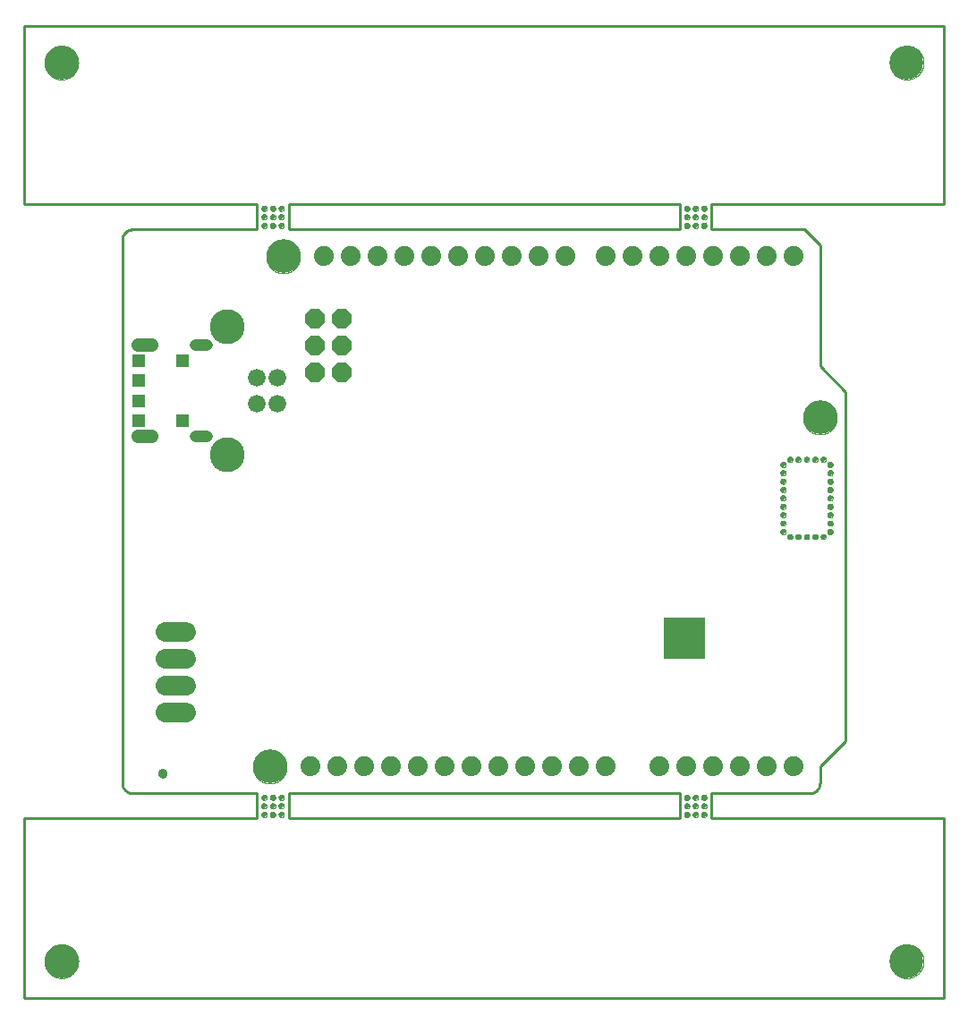
<source format=gbs>
G75*
%MOIN*%
%OFA0B0*%
%FSLAX25Y25*%
%IPPOS*%
%LPD*%
%AMOC8*
5,1,8,0,0,1.08239X$1,22.5*
%
%ADD10C,0.00000*%
%ADD11C,0.12598*%
%ADD12C,0.01000*%
%ADD13C,0.03150*%
%ADD14C,0.01969*%
%ADD15R,0.15748X0.15748*%
%ADD16OC8,0.07400*%
%ADD17C,0.07400*%
%ADD18C,0.06600*%
%ADD19C,0.13000*%
%ADD20C,0.04331*%
%ADD21C,0.05118*%
%ADD22C,0.07400*%
%ADD23R,0.05118X0.05118*%
D10*
X0008981Y0015280D02*
X0008983Y0015438D01*
X0008989Y0015596D01*
X0008999Y0015754D01*
X0009013Y0015912D01*
X0009031Y0016069D01*
X0009052Y0016226D01*
X0009078Y0016382D01*
X0009108Y0016538D01*
X0009141Y0016693D01*
X0009179Y0016846D01*
X0009220Y0016999D01*
X0009265Y0017151D01*
X0009314Y0017302D01*
X0009367Y0017451D01*
X0009423Y0017599D01*
X0009483Y0017745D01*
X0009547Y0017890D01*
X0009615Y0018033D01*
X0009686Y0018175D01*
X0009760Y0018315D01*
X0009838Y0018452D01*
X0009920Y0018588D01*
X0010004Y0018722D01*
X0010093Y0018853D01*
X0010184Y0018982D01*
X0010279Y0019109D01*
X0010376Y0019234D01*
X0010477Y0019356D01*
X0010581Y0019475D01*
X0010688Y0019592D01*
X0010798Y0019706D01*
X0010911Y0019817D01*
X0011026Y0019926D01*
X0011144Y0020031D01*
X0011265Y0020133D01*
X0011388Y0020233D01*
X0011514Y0020329D01*
X0011642Y0020422D01*
X0011772Y0020512D01*
X0011905Y0020598D01*
X0012040Y0020682D01*
X0012176Y0020761D01*
X0012315Y0020838D01*
X0012456Y0020910D01*
X0012598Y0020980D01*
X0012742Y0021045D01*
X0012888Y0021107D01*
X0013035Y0021165D01*
X0013184Y0021220D01*
X0013334Y0021271D01*
X0013485Y0021318D01*
X0013637Y0021361D01*
X0013790Y0021400D01*
X0013945Y0021436D01*
X0014100Y0021467D01*
X0014256Y0021495D01*
X0014412Y0021519D01*
X0014569Y0021539D01*
X0014727Y0021555D01*
X0014884Y0021567D01*
X0015043Y0021575D01*
X0015201Y0021579D01*
X0015359Y0021579D01*
X0015517Y0021575D01*
X0015676Y0021567D01*
X0015833Y0021555D01*
X0015991Y0021539D01*
X0016148Y0021519D01*
X0016304Y0021495D01*
X0016460Y0021467D01*
X0016615Y0021436D01*
X0016770Y0021400D01*
X0016923Y0021361D01*
X0017075Y0021318D01*
X0017226Y0021271D01*
X0017376Y0021220D01*
X0017525Y0021165D01*
X0017672Y0021107D01*
X0017818Y0021045D01*
X0017962Y0020980D01*
X0018104Y0020910D01*
X0018245Y0020838D01*
X0018384Y0020761D01*
X0018520Y0020682D01*
X0018655Y0020598D01*
X0018788Y0020512D01*
X0018918Y0020422D01*
X0019046Y0020329D01*
X0019172Y0020233D01*
X0019295Y0020133D01*
X0019416Y0020031D01*
X0019534Y0019926D01*
X0019649Y0019817D01*
X0019762Y0019706D01*
X0019872Y0019592D01*
X0019979Y0019475D01*
X0020083Y0019356D01*
X0020184Y0019234D01*
X0020281Y0019109D01*
X0020376Y0018982D01*
X0020467Y0018853D01*
X0020556Y0018722D01*
X0020640Y0018588D01*
X0020722Y0018452D01*
X0020800Y0018315D01*
X0020874Y0018175D01*
X0020945Y0018033D01*
X0021013Y0017890D01*
X0021077Y0017745D01*
X0021137Y0017599D01*
X0021193Y0017451D01*
X0021246Y0017302D01*
X0021295Y0017151D01*
X0021340Y0016999D01*
X0021381Y0016846D01*
X0021419Y0016693D01*
X0021452Y0016538D01*
X0021482Y0016382D01*
X0021508Y0016226D01*
X0021529Y0016069D01*
X0021547Y0015912D01*
X0021561Y0015754D01*
X0021571Y0015596D01*
X0021577Y0015438D01*
X0021579Y0015280D01*
X0021577Y0015122D01*
X0021571Y0014964D01*
X0021561Y0014806D01*
X0021547Y0014648D01*
X0021529Y0014491D01*
X0021508Y0014334D01*
X0021482Y0014178D01*
X0021452Y0014022D01*
X0021419Y0013867D01*
X0021381Y0013714D01*
X0021340Y0013561D01*
X0021295Y0013409D01*
X0021246Y0013258D01*
X0021193Y0013109D01*
X0021137Y0012961D01*
X0021077Y0012815D01*
X0021013Y0012670D01*
X0020945Y0012527D01*
X0020874Y0012385D01*
X0020800Y0012245D01*
X0020722Y0012108D01*
X0020640Y0011972D01*
X0020556Y0011838D01*
X0020467Y0011707D01*
X0020376Y0011578D01*
X0020281Y0011451D01*
X0020184Y0011326D01*
X0020083Y0011204D01*
X0019979Y0011085D01*
X0019872Y0010968D01*
X0019762Y0010854D01*
X0019649Y0010743D01*
X0019534Y0010634D01*
X0019416Y0010529D01*
X0019295Y0010427D01*
X0019172Y0010327D01*
X0019046Y0010231D01*
X0018918Y0010138D01*
X0018788Y0010048D01*
X0018655Y0009962D01*
X0018520Y0009878D01*
X0018384Y0009799D01*
X0018245Y0009722D01*
X0018104Y0009650D01*
X0017962Y0009580D01*
X0017818Y0009515D01*
X0017672Y0009453D01*
X0017525Y0009395D01*
X0017376Y0009340D01*
X0017226Y0009289D01*
X0017075Y0009242D01*
X0016923Y0009199D01*
X0016770Y0009160D01*
X0016615Y0009124D01*
X0016460Y0009093D01*
X0016304Y0009065D01*
X0016148Y0009041D01*
X0015991Y0009021D01*
X0015833Y0009005D01*
X0015676Y0008993D01*
X0015517Y0008985D01*
X0015359Y0008981D01*
X0015201Y0008981D01*
X0015043Y0008985D01*
X0014884Y0008993D01*
X0014727Y0009005D01*
X0014569Y0009021D01*
X0014412Y0009041D01*
X0014256Y0009065D01*
X0014100Y0009093D01*
X0013945Y0009124D01*
X0013790Y0009160D01*
X0013637Y0009199D01*
X0013485Y0009242D01*
X0013334Y0009289D01*
X0013184Y0009340D01*
X0013035Y0009395D01*
X0012888Y0009453D01*
X0012742Y0009515D01*
X0012598Y0009580D01*
X0012456Y0009650D01*
X0012315Y0009722D01*
X0012176Y0009799D01*
X0012040Y0009878D01*
X0011905Y0009962D01*
X0011772Y0010048D01*
X0011642Y0010138D01*
X0011514Y0010231D01*
X0011388Y0010327D01*
X0011265Y0010427D01*
X0011144Y0010529D01*
X0011026Y0010634D01*
X0010911Y0010743D01*
X0010798Y0010854D01*
X0010688Y0010968D01*
X0010581Y0011085D01*
X0010477Y0011204D01*
X0010376Y0011326D01*
X0010279Y0011451D01*
X0010184Y0011578D01*
X0010093Y0011707D01*
X0010004Y0011838D01*
X0009920Y0011972D01*
X0009838Y0012108D01*
X0009760Y0012245D01*
X0009686Y0012385D01*
X0009615Y0012527D01*
X0009547Y0012670D01*
X0009483Y0012815D01*
X0009423Y0012961D01*
X0009367Y0013109D01*
X0009314Y0013258D01*
X0009265Y0013409D01*
X0009220Y0013561D01*
X0009179Y0013714D01*
X0009141Y0013867D01*
X0009108Y0014022D01*
X0009078Y0014178D01*
X0009052Y0014334D01*
X0009031Y0014491D01*
X0009013Y0014648D01*
X0008999Y0014806D01*
X0008989Y0014964D01*
X0008983Y0015122D01*
X0008981Y0015280D01*
X0051342Y0085280D02*
X0051344Y0085359D01*
X0051350Y0085438D01*
X0051360Y0085517D01*
X0051374Y0085595D01*
X0051391Y0085672D01*
X0051413Y0085748D01*
X0051438Y0085823D01*
X0051468Y0085896D01*
X0051500Y0085968D01*
X0051537Y0086039D01*
X0051577Y0086107D01*
X0051620Y0086173D01*
X0051666Y0086237D01*
X0051716Y0086299D01*
X0051769Y0086358D01*
X0051824Y0086414D01*
X0051883Y0086468D01*
X0051944Y0086518D01*
X0052007Y0086566D01*
X0052073Y0086610D01*
X0052141Y0086651D01*
X0052211Y0086688D01*
X0052282Y0086722D01*
X0052356Y0086752D01*
X0052430Y0086778D01*
X0052506Y0086800D01*
X0052583Y0086819D01*
X0052661Y0086834D01*
X0052739Y0086845D01*
X0052818Y0086852D01*
X0052897Y0086855D01*
X0052976Y0086854D01*
X0053055Y0086849D01*
X0053134Y0086840D01*
X0053212Y0086827D01*
X0053289Y0086810D01*
X0053366Y0086790D01*
X0053441Y0086765D01*
X0053515Y0086737D01*
X0053588Y0086705D01*
X0053658Y0086670D01*
X0053727Y0086631D01*
X0053794Y0086588D01*
X0053859Y0086542D01*
X0053921Y0086494D01*
X0053981Y0086442D01*
X0054038Y0086387D01*
X0054092Y0086329D01*
X0054143Y0086269D01*
X0054191Y0086206D01*
X0054236Y0086141D01*
X0054278Y0086073D01*
X0054316Y0086004D01*
X0054350Y0085933D01*
X0054381Y0085860D01*
X0054409Y0085785D01*
X0054432Y0085710D01*
X0054452Y0085633D01*
X0054468Y0085556D01*
X0054480Y0085477D01*
X0054488Y0085399D01*
X0054492Y0085320D01*
X0054492Y0085240D01*
X0054488Y0085161D01*
X0054480Y0085083D01*
X0054468Y0085004D01*
X0054452Y0084927D01*
X0054432Y0084850D01*
X0054409Y0084775D01*
X0054381Y0084700D01*
X0054350Y0084627D01*
X0054316Y0084556D01*
X0054278Y0084487D01*
X0054236Y0084419D01*
X0054191Y0084354D01*
X0054143Y0084291D01*
X0054092Y0084231D01*
X0054038Y0084173D01*
X0053981Y0084118D01*
X0053921Y0084066D01*
X0053859Y0084018D01*
X0053794Y0083972D01*
X0053727Y0083929D01*
X0053658Y0083890D01*
X0053588Y0083855D01*
X0053515Y0083823D01*
X0053441Y0083795D01*
X0053366Y0083770D01*
X0053289Y0083750D01*
X0053212Y0083733D01*
X0053134Y0083720D01*
X0053055Y0083711D01*
X0052976Y0083706D01*
X0052897Y0083705D01*
X0052818Y0083708D01*
X0052739Y0083715D01*
X0052661Y0083726D01*
X0052583Y0083741D01*
X0052506Y0083760D01*
X0052430Y0083782D01*
X0052356Y0083808D01*
X0052282Y0083838D01*
X0052211Y0083872D01*
X0052141Y0083909D01*
X0052073Y0083950D01*
X0052007Y0083994D01*
X0051944Y0084042D01*
X0051883Y0084092D01*
X0051824Y0084146D01*
X0051769Y0084202D01*
X0051716Y0084261D01*
X0051666Y0084323D01*
X0051620Y0084387D01*
X0051577Y0084453D01*
X0051537Y0084521D01*
X0051500Y0084592D01*
X0051468Y0084664D01*
X0051438Y0084737D01*
X0051413Y0084812D01*
X0051391Y0084888D01*
X0051374Y0084965D01*
X0051360Y0085043D01*
X0051350Y0085122D01*
X0051344Y0085201D01*
X0051342Y0085280D01*
X0089837Y0076303D02*
X0089839Y0076365D01*
X0089845Y0076428D01*
X0089855Y0076489D01*
X0089869Y0076550D01*
X0089886Y0076610D01*
X0089907Y0076669D01*
X0089933Y0076726D01*
X0089961Y0076781D01*
X0089993Y0076835D01*
X0090029Y0076886D01*
X0090067Y0076936D01*
X0090109Y0076982D01*
X0090153Y0077026D01*
X0090201Y0077067D01*
X0090250Y0077105D01*
X0090302Y0077139D01*
X0090356Y0077170D01*
X0090412Y0077198D01*
X0090470Y0077222D01*
X0090529Y0077243D01*
X0090589Y0077259D01*
X0090650Y0077272D01*
X0090712Y0077281D01*
X0090774Y0077286D01*
X0090837Y0077287D01*
X0090899Y0077284D01*
X0090961Y0077277D01*
X0091023Y0077266D01*
X0091083Y0077251D01*
X0091143Y0077233D01*
X0091201Y0077211D01*
X0091258Y0077185D01*
X0091313Y0077155D01*
X0091366Y0077122D01*
X0091417Y0077086D01*
X0091465Y0077047D01*
X0091511Y0077004D01*
X0091554Y0076959D01*
X0091594Y0076911D01*
X0091631Y0076861D01*
X0091665Y0076808D01*
X0091696Y0076754D01*
X0091722Y0076698D01*
X0091746Y0076640D01*
X0091765Y0076580D01*
X0091781Y0076520D01*
X0091793Y0076458D01*
X0091801Y0076397D01*
X0091805Y0076334D01*
X0091805Y0076272D01*
X0091801Y0076209D01*
X0091793Y0076148D01*
X0091781Y0076086D01*
X0091765Y0076026D01*
X0091746Y0075966D01*
X0091722Y0075908D01*
X0091696Y0075852D01*
X0091665Y0075798D01*
X0091631Y0075745D01*
X0091594Y0075695D01*
X0091554Y0075647D01*
X0091511Y0075602D01*
X0091465Y0075559D01*
X0091417Y0075520D01*
X0091366Y0075484D01*
X0091313Y0075451D01*
X0091258Y0075421D01*
X0091201Y0075395D01*
X0091143Y0075373D01*
X0091083Y0075355D01*
X0091023Y0075340D01*
X0090961Y0075329D01*
X0090899Y0075322D01*
X0090837Y0075319D01*
X0090774Y0075320D01*
X0090712Y0075325D01*
X0090650Y0075334D01*
X0090589Y0075347D01*
X0090529Y0075363D01*
X0090470Y0075384D01*
X0090412Y0075408D01*
X0090356Y0075436D01*
X0090302Y0075467D01*
X0090250Y0075501D01*
X0090201Y0075539D01*
X0090153Y0075580D01*
X0090109Y0075624D01*
X0090067Y0075670D01*
X0090029Y0075720D01*
X0089993Y0075771D01*
X0089961Y0075825D01*
X0089933Y0075880D01*
X0089907Y0075937D01*
X0089886Y0075996D01*
X0089869Y0076056D01*
X0089855Y0076117D01*
X0089845Y0076178D01*
X0089839Y0076241D01*
X0089837Y0076303D01*
X0089837Y0073104D02*
X0089839Y0073166D01*
X0089845Y0073229D01*
X0089855Y0073290D01*
X0089869Y0073351D01*
X0089886Y0073411D01*
X0089907Y0073470D01*
X0089933Y0073527D01*
X0089961Y0073582D01*
X0089993Y0073636D01*
X0090029Y0073687D01*
X0090067Y0073737D01*
X0090109Y0073783D01*
X0090153Y0073827D01*
X0090201Y0073868D01*
X0090250Y0073906D01*
X0090302Y0073940D01*
X0090356Y0073971D01*
X0090412Y0073999D01*
X0090470Y0074023D01*
X0090529Y0074044D01*
X0090589Y0074060D01*
X0090650Y0074073D01*
X0090712Y0074082D01*
X0090774Y0074087D01*
X0090837Y0074088D01*
X0090899Y0074085D01*
X0090961Y0074078D01*
X0091023Y0074067D01*
X0091083Y0074052D01*
X0091143Y0074034D01*
X0091201Y0074012D01*
X0091258Y0073986D01*
X0091313Y0073956D01*
X0091366Y0073923D01*
X0091417Y0073887D01*
X0091465Y0073848D01*
X0091511Y0073805D01*
X0091554Y0073760D01*
X0091594Y0073712D01*
X0091631Y0073662D01*
X0091665Y0073609D01*
X0091696Y0073555D01*
X0091722Y0073499D01*
X0091746Y0073441D01*
X0091765Y0073381D01*
X0091781Y0073321D01*
X0091793Y0073259D01*
X0091801Y0073198D01*
X0091805Y0073135D01*
X0091805Y0073073D01*
X0091801Y0073010D01*
X0091793Y0072949D01*
X0091781Y0072887D01*
X0091765Y0072827D01*
X0091746Y0072767D01*
X0091722Y0072709D01*
X0091696Y0072653D01*
X0091665Y0072599D01*
X0091631Y0072546D01*
X0091594Y0072496D01*
X0091554Y0072448D01*
X0091511Y0072403D01*
X0091465Y0072360D01*
X0091417Y0072321D01*
X0091366Y0072285D01*
X0091313Y0072252D01*
X0091258Y0072222D01*
X0091201Y0072196D01*
X0091143Y0072174D01*
X0091083Y0072156D01*
X0091023Y0072141D01*
X0090961Y0072130D01*
X0090899Y0072123D01*
X0090837Y0072120D01*
X0090774Y0072121D01*
X0090712Y0072126D01*
X0090650Y0072135D01*
X0090589Y0072148D01*
X0090529Y0072164D01*
X0090470Y0072185D01*
X0090412Y0072209D01*
X0090356Y0072237D01*
X0090302Y0072268D01*
X0090250Y0072302D01*
X0090201Y0072340D01*
X0090153Y0072381D01*
X0090109Y0072425D01*
X0090067Y0072471D01*
X0090029Y0072521D01*
X0089993Y0072572D01*
X0089961Y0072626D01*
X0089933Y0072681D01*
X0089907Y0072738D01*
X0089886Y0072797D01*
X0089869Y0072857D01*
X0089855Y0072918D01*
X0089845Y0072979D01*
X0089839Y0073042D01*
X0089837Y0073104D01*
X0089837Y0069906D02*
X0089839Y0069968D01*
X0089845Y0070031D01*
X0089855Y0070092D01*
X0089869Y0070153D01*
X0089886Y0070213D01*
X0089907Y0070272D01*
X0089933Y0070329D01*
X0089961Y0070384D01*
X0089993Y0070438D01*
X0090029Y0070489D01*
X0090067Y0070539D01*
X0090109Y0070585D01*
X0090153Y0070629D01*
X0090201Y0070670D01*
X0090250Y0070708D01*
X0090302Y0070742D01*
X0090356Y0070773D01*
X0090412Y0070801D01*
X0090470Y0070825D01*
X0090529Y0070846D01*
X0090589Y0070862D01*
X0090650Y0070875D01*
X0090712Y0070884D01*
X0090774Y0070889D01*
X0090837Y0070890D01*
X0090899Y0070887D01*
X0090961Y0070880D01*
X0091023Y0070869D01*
X0091083Y0070854D01*
X0091143Y0070836D01*
X0091201Y0070814D01*
X0091258Y0070788D01*
X0091313Y0070758D01*
X0091366Y0070725D01*
X0091417Y0070689D01*
X0091465Y0070650D01*
X0091511Y0070607D01*
X0091554Y0070562D01*
X0091594Y0070514D01*
X0091631Y0070464D01*
X0091665Y0070411D01*
X0091696Y0070357D01*
X0091722Y0070301D01*
X0091746Y0070243D01*
X0091765Y0070183D01*
X0091781Y0070123D01*
X0091793Y0070061D01*
X0091801Y0070000D01*
X0091805Y0069937D01*
X0091805Y0069875D01*
X0091801Y0069812D01*
X0091793Y0069751D01*
X0091781Y0069689D01*
X0091765Y0069629D01*
X0091746Y0069569D01*
X0091722Y0069511D01*
X0091696Y0069455D01*
X0091665Y0069401D01*
X0091631Y0069348D01*
X0091594Y0069298D01*
X0091554Y0069250D01*
X0091511Y0069205D01*
X0091465Y0069162D01*
X0091417Y0069123D01*
X0091366Y0069087D01*
X0091313Y0069054D01*
X0091258Y0069024D01*
X0091201Y0068998D01*
X0091143Y0068976D01*
X0091083Y0068958D01*
X0091023Y0068943D01*
X0090961Y0068932D01*
X0090899Y0068925D01*
X0090837Y0068922D01*
X0090774Y0068923D01*
X0090712Y0068928D01*
X0090650Y0068937D01*
X0090589Y0068950D01*
X0090529Y0068966D01*
X0090470Y0068987D01*
X0090412Y0069011D01*
X0090356Y0069039D01*
X0090302Y0069070D01*
X0090250Y0069104D01*
X0090201Y0069142D01*
X0090153Y0069183D01*
X0090109Y0069227D01*
X0090067Y0069273D01*
X0090029Y0069323D01*
X0089993Y0069374D01*
X0089961Y0069428D01*
X0089933Y0069483D01*
X0089907Y0069540D01*
X0089886Y0069599D01*
X0089869Y0069659D01*
X0089855Y0069720D01*
X0089845Y0069781D01*
X0089839Y0069844D01*
X0089837Y0069906D01*
X0093036Y0069906D02*
X0093038Y0069968D01*
X0093044Y0070031D01*
X0093054Y0070092D01*
X0093068Y0070153D01*
X0093085Y0070213D01*
X0093106Y0070272D01*
X0093132Y0070329D01*
X0093160Y0070384D01*
X0093192Y0070438D01*
X0093228Y0070489D01*
X0093266Y0070539D01*
X0093308Y0070585D01*
X0093352Y0070629D01*
X0093400Y0070670D01*
X0093449Y0070708D01*
X0093501Y0070742D01*
X0093555Y0070773D01*
X0093611Y0070801D01*
X0093669Y0070825D01*
X0093728Y0070846D01*
X0093788Y0070862D01*
X0093849Y0070875D01*
X0093911Y0070884D01*
X0093973Y0070889D01*
X0094036Y0070890D01*
X0094098Y0070887D01*
X0094160Y0070880D01*
X0094222Y0070869D01*
X0094282Y0070854D01*
X0094342Y0070836D01*
X0094400Y0070814D01*
X0094457Y0070788D01*
X0094512Y0070758D01*
X0094565Y0070725D01*
X0094616Y0070689D01*
X0094664Y0070650D01*
X0094710Y0070607D01*
X0094753Y0070562D01*
X0094793Y0070514D01*
X0094830Y0070464D01*
X0094864Y0070411D01*
X0094895Y0070357D01*
X0094921Y0070301D01*
X0094945Y0070243D01*
X0094964Y0070183D01*
X0094980Y0070123D01*
X0094992Y0070061D01*
X0095000Y0070000D01*
X0095004Y0069937D01*
X0095004Y0069875D01*
X0095000Y0069812D01*
X0094992Y0069751D01*
X0094980Y0069689D01*
X0094964Y0069629D01*
X0094945Y0069569D01*
X0094921Y0069511D01*
X0094895Y0069455D01*
X0094864Y0069401D01*
X0094830Y0069348D01*
X0094793Y0069298D01*
X0094753Y0069250D01*
X0094710Y0069205D01*
X0094664Y0069162D01*
X0094616Y0069123D01*
X0094565Y0069087D01*
X0094512Y0069054D01*
X0094457Y0069024D01*
X0094400Y0068998D01*
X0094342Y0068976D01*
X0094282Y0068958D01*
X0094222Y0068943D01*
X0094160Y0068932D01*
X0094098Y0068925D01*
X0094036Y0068922D01*
X0093973Y0068923D01*
X0093911Y0068928D01*
X0093849Y0068937D01*
X0093788Y0068950D01*
X0093728Y0068966D01*
X0093669Y0068987D01*
X0093611Y0069011D01*
X0093555Y0069039D01*
X0093501Y0069070D01*
X0093449Y0069104D01*
X0093400Y0069142D01*
X0093352Y0069183D01*
X0093308Y0069227D01*
X0093266Y0069273D01*
X0093228Y0069323D01*
X0093192Y0069374D01*
X0093160Y0069428D01*
X0093132Y0069483D01*
X0093106Y0069540D01*
X0093085Y0069599D01*
X0093068Y0069659D01*
X0093054Y0069720D01*
X0093044Y0069781D01*
X0093038Y0069844D01*
X0093036Y0069906D01*
X0093036Y0073104D02*
X0093038Y0073166D01*
X0093044Y0073229D01*
X0093054Y0073290D01*
X0093068Y0073351D01*
X0093085Y0073411D01*
X0093106Y0073470D01*
X0093132Y0073527D01*
X0093160Y0073582D01*
X0093192Y0073636D01*
X0093228Y0073687D01*
X0093266Y0073737D01*
X0093308Y0073783D01*
X0093352Y0073827D01*
X0093400Y0073868D01*
X0093449Y0073906D01*
X0093501Y0073940D01*
X0093555Y0073971D01*
X0093611Y0073999D01*
X0093669Y0074023D01*
X0093728Y0074044D01*
X0093788Y0074060D01*
X0093849Y0074073D01*
X0093911Y0074082D01*
X0093973Y0074087D01*
X0094036Y0074088D01*
X0094098Y0074085D01*
X0094160Y0074078D01*
X0094222Y0074067D01*
X0094282Y0074052D01*
X0094342Y0074034D01*
X0094400Y0074012D01*
X0094457Y0073986D01*
X0094512Y0073956D01*
X0094565Y0073923D01*
X0094616Y0073887D01*
X0094664Y0073848D01*
X0094710Y0073805D01*
X0094753Y0073760D01*
X0094793Y0073712D01*
X0094830Y0073662D01*
X0094864Y0073609D01*
X0094895Y0073555D01*
X0094921Y0073499D01*
X0094945Y0073441D01*
X0094964Y0073381D01*
X0094980Y0073321D01*
X0094992Y0073259D01*
X0095000Y0073198D01*
X0095004Y0073135D01*
X0095004Y0073073D01*
X0095000Y0073010D01*
X0094992Y0072949D01*
X0094980Y0072887D01*
X0094964Y0072827D01*
X0094945Y0072767D01*
X0094921Y0072709D01*
X0094895Y0072653D01*
X0094864Y0072599D01*
X0094830Y0072546D01*
X0094793Y0072496D01*
X0094753Y0072448D01*
X0094710Y0072403D01*
X0094664Y0072360D01*
X0094616Y0072321D01*
X0094565Y0072285D01*
X0094512Y0072252D01*
X0094457Y0072222D01*
X0094400Y0072196D01*
X0094342Y0072174D01*
X0094282Y0072156D01*
X0094222Y0072141D01*
X0094160Y0072130D01*
X0094098Y0072123D01*
X0094036Y0072120D01*
X0093973Y0072121D01*
X0093911Y0072126D01*
X0093849Y0072135D01*
X0093788Y0072148D01*
X0093728Y0072164D01*
X0093669Y0072185D01*
X0093611Y0072209D01*
X0093555Y0072237D01*
X0093501Y0072268D01*
X0093449Y0072302D01*
X0093400Y0072340D01*
X0093352Y0072381D01*
X0093308Y0072425D01*
X0093266Y0072471D01*
X0093228Y0072521D01*
X0093192Y0072572D01*
X0093160Y0072626D01*
X0093132Y0072681D01*
X0093106Y0072738D01*
X0093085Y0072797D01*
X0093068Y0072857D01*
X0093054Y0072918D01*
X0093044Y0072979D01*
X0093038Y0073042D01*
X0093036Y0073104D01*
X0093036Y0076303D02*
X0093038Y0076365D01*
X0093044Y0076428D01*
X0093054Y0076489D01*
X0093068Y0076550D01*
X0093085Y0076610D01*
X0093106Y0076669D01*
X0093132Y0076726D01*
X0093160Y0076781D01*
X0093192Y0076835D01*
X0093228Y0076886D01*
X0093266Y0076936D01*
X0093308Y0076982D01*
X0093352Y0077026D01*
X0093400Y0077067D01*
X0093449Y0077105D01*
X0093501Y0077139D01*
X0093555Y0077170D01*
X0093611Y0077198D01*
X0093669Y0077222D01*
X0093728Y0077243D01*
X0093788Y0077259D01*
X0093849Y0077272D01*
X0093911Y0077281D01*
X0093973Y0077286D01*
X0094036Y0077287D01*
X0094098Y0077284D01*
X0094160Y0077277D01*
X0094222Y0077266D01*
X0094282Y0077251D01*
X0094342Y0077233D01*
X0094400Y0077211D01*
X0094457Y0077185D01*
X0094512Y0077155D01*
X0094565Y0077122D01*
X0094616Y0077086D01*
X0094664Y0077047D01*
X0094710Y0077004D01*
X0094753Y0076959D01*
X0094793Y0076911D01*
X0094830Y0076861D01*
X0094864Y0076808D01*
X0094895Y0076754D01*
X0094921Y0076698D01*
X0094945Y0076640D01*
X0094964Y0076580D01*
X0094980Y0076520D01*
X0094992Y0076458D01*
X0095000Y0076397D01*
X0095004Y0076334D01*
X0095004Y0076272D01*
X0095000Y0076209D01*
X0094992Y0076148D01*
X0094980Y0076086D01*
X0094964Y0076026D01*
X0094945Y0075966D01*
X0094921Y0075908D01*
X0094895Y0075852D01*
X0094864Y0075798D01*
X0094830Y0075745D01*
X0094793Y0075695D01*
X0094753Y0075647D01*
X0094710Y0075602D01*
X0094664Y0075559D01*
X0094616Y0075520D01*
X0094565Y0075484D01*
X0094512Y0075451D01*
X0094457Y0075421D01*
X0094400Y0075395D01*
X0094342Y0075373D01*
X0094282Y0075355D01*
X0094222Y0075340D01*
X0094160Y0075329D01*
X0094098Y0075322D01*
X0094036Y0075319D01*
X0093973Y0075320D01*
X0093911Y0075325D01*
X0093849Y0075334D01*
X0093788Y0075347D01*
X0093728Y0075363D01*
X0093669Y0075384D01*
X0093611Y0075408D01*
X0093555Y0075436D01*
X0093501Y0075467D01*
X0093449Y0075501D01*
X0093400Y0075539D01*
X0093352Y0075580D01*
X0093308Y0075624D01*
X0093266Y0075670D01*
X0093228Y0075720D01*
X0093192Y0075771D01*
X0093160Y0075825D01*
X0093132Y0075880D01*
X0093106Y0075937D01*
X0093085Y0075996D01*
X0093068Y0076056D01*
X0093054Y0076117D01*
X0093044Y0076178D01*
X0093038Y0076241D01*
X0093036Y0076303D01*
X0096235Y0076303D02*
X0096237Y0076365D01*
X0096243Y0076428D01*
X0096253Y0076489D01*
X0096267Y0076550D01*
X0096284Y0076610D01*
X0096305Y0076669D01*
X0096331Y0076726D01*
X0096359Y0076781D01*
X0096391Y0076835D01*
X0096427Y0076886D01*
X0096465Y0076936D01*
X0096507Y0076982D01*
X0096551Y0077026D01*
X0096599Y0077067D01*
X0096648Y0077105D01*
X0096700Y0077139D01*
X0096754Y0077170D01*
X0096810Y0077198D01*
X0096868Y0077222D01*
X0096927Y0077243D01*
X0096987Y0077259D01*
X0097048Y0077272D01*
X0097110Y0077281D01*
X0097172Y0077286D01*
X0097235Y0077287D01*
X0097297Y0077284D01*
X0097359Y0077277D01*
X0097421Y0077266D01*
X0097481Y0077251D01*
X0097541Y0077233D01*
X0097599Y0077211D01*
X0097656Y0077185D01*
X0097711Y0077155D01*
X0097764Y0077122D01*
X0097815Y0077086D01*
X0097863Y0077047D01*
X0097909Y0077004D01*
X0097952Y0076959D01*
X0097992Y0076911D01*
X0098029Y0076861D01*
X0098063Y0076808D01*
X0098094Y0076754D01*
X0098120Y0076698D01*
X0098144Y0076640D01*
X0098163Y0076580D01*
X0098179Y0076520D01*
X0098191Y0076458D01*
X0098199Y0076397D01*
X0098203Y0076334D01*
X0098203Y0076272D01*
X0098199Y0076209D01*
X0098191Y0076148D01*
X0098179Y0076086D01*
X0098163Y0076026D01*
X0098144Y0075966D01*
X0098120Y0075908D01*
X0098094Y0075852D01*
X0098063Y0075798D01*
X0098029Y0075745D01*
X0097992Y0075695D01*
X0097952Y0075647D01*
X0097909Y0075602D01*
X0097863Y0075559D01*
X0097815Y0075520D01*
X0097764Y0075484D01*
X0097711Y0075451D01*
X0097656Y0075421D01*
X0097599Y0075395D01*
X0097541Y0075373D01*
X0097481Y0075355D01*
X0097421Y0075340D01*
X0097359Y0075329D01*
X0097297Y0075322D01*
X0097235Y0075319D01*
X0097172Y0075320D01*
X0097110Y0075325D01*
X0097048Y0075334D01*
X0096987Y0075347D01*
X0096927Y0075363D01*
X0096868Y0075384D01*
X0096810Y0075408D01*
X0096754Y0075436D01*
X0096700Y0075467D01*
X0096648Y0075501D01*
X0096599Y0075539D01*
X0096551Y0075580D01*
X0096507Y0075624D01*
X0096465Y0075670D01*
X0096427Y0075720D01*
X0096391Y0075771D01*
X0096359Y0075825D01*
X0096331Y0075880D01*
X0096305Y0075937D01*
X0096284Y0075996D01*
X0096267Y0076056D01*
X0096253Y0076117D01*
X0096243Y0076178D01*
X0096237Y0076241D01*
X0096235Y0076303D01*
X0096235Y0073104D02*
X0096237Y0073166D01*
X0096243Y0073229D01*
X0096253Y0073290D01*
X0096267Y0073351D01*
X0096284Y0073411D01*
X0096305Y0073470D01*
X0096331Y0073527D01*
X0096359Y0073582D01*
X0096391Y0073636D01*
X0096427Y0073687D01*
X0096465Y0073737D01*
X0096507Y0073783D01*
X0096551Y0073827D01*
X0096599Y0073868D01*
X0096648Y0073906D01*
X0096700Y0073940D01*
X0096754Y0073971D01*
X0096810Y0073999D01*
X0096868Y0074023D01*
X0096927Y0074044D01*
X0096987Y0074060D01*
X0097048Y0074073D01*
X0097110Y0074082D01*
X0097172Y0074087D01*
X0097235Y0074088D01*
X0097297Y0074085D01*
X0097359Y0074078D01*
X0097421Y0074067D01*
X0097481Y0074052D01*
X0097541Y0074034D01*
X0097599Y0074012D01*
X0097656Y0073986D01*
X0097711Y0073956D01*
X0097764Y0073923D01*
X0097815Y0073887D01*
X0097863Y0073848D01*
X0097909Y0073805D01*
X0097952Y0073760D01*
X0097992Y0073712D01*
X0098029Y0073662D01*
X0098063Y0073609D01*
X0098094Y0073555D01*
X0098120Y0073499D01*
X0098144Y0073441D01*
X0098163Y0073381D01*
X0098179Y0073321D01*
X0098191Y0073259D01*
X0098199Y0073198D01*
X0098203Y0073135D01*
X0098203Y0073073D01*
X0098199Y0073010D01*
X0098191Y0072949D01*
X0098179Y0072887D01*
X0098163Y0072827D01*
X0098144Y0072767D01*
X0098120Y0072709D01*
X0098094Y0072653D01*
X0098063Y0072599D01*
X0098029Y0072546D01*
X0097992Y0072496D01*
X0097952Y0072448D01*
X0097909Y0072403D01*
X0097863Y0072360D01*
X0097815Y0072321D01*
X0097764Y0072285D01*
X0097711Y0072252D01*
X0097656Y0072222D01*
X0097599Y0072196D01*
X0097541Y0072174D01*
X0097481Y0072156D01*
X0097421Y0072141D01*
X0097359Y0072130D01*
X0097297Y0072123D01*
X0097235Y0072120D01*
X0097172Y0072121D01*
X0097110Y0072126D01*
X0097048Y0072135D01*
X0096987Y0072148D01*
X0096927Y0072164D01*
X0096868Y0072185D01*
X0096810Y0072209D01*
X0096754Y0072237D01*
X0096700Y0072268D01*
X0096648Y0072302D01*
X0096599Y0072340D01*
X0096551Y0072381D01*
X0096507Y0072425D01*
X0096465Y0072471D01*
X0096427Y0072521D01*
X0096391Y0072572D01*
X0096359Y0072626D01*
X0096331Y0072681D01*
X0096305Y0072738D01*
X0096284Y0072797D01*
X0096267Y0072857D01*
X0096253Y0072918D01*
X0096243Y0072979D01*
X0096237Y0073042D01*
X0096235Y0073104D01*
X0096235Y0069906D02*
X0096237Y0069968D01*
X0096243Y0070031D01*
X0096253Y0070092D01*
X0096267Y0070153D01*
X0096284Y0070213D01*
X0096305Y0070272D01*
X0096331Y0070329D01*
X0096359Y0070384D01*
X0096391Y0070438D01*
X0096427Y0070489D01*
X0096465Y0070539D01*
X0096507Y0070585D01*
X0096551Y0070629D01*
X0096599Y0070670D01*
X0096648Y0070708D01*
X0096700Y0070742D01*
X0096754Y0070773D01*
X0096810Y0070801D01*
X0096868Y0070825D01*
X0096927Y0070846D01*
X0096987Y0070862D01*
X0097048Y0070875D01*
X0097110Y0070884D01*
X0097172Y0070889D01*
X0097235Y0070890D01*
X0097297Y0070887D01*
X0097359Y0070880D01*
X0097421Y0070869D01*
X0097481Y0070854D01*
X0097541Y0070836D01*
X0097599Y0070814D01*
X0097656Y0070788D01*
X0097711Y0070758D01*
X0097764Y0070725D01*
X0097815Y0070689D01*
X0097863Y0070650D01*
X0097909Y0070607D01*
X0097952Y0070562D01*
X0097992Y0070514D01*
X0098029Y0070464D01*
X0098063Y0070411D01*
X0098094Y0070357D01*
X0098120Y0070301D01*
X0098144Y0070243D01*
X0098163Y0070183D01*
X0098179Y0070123D01*
X0098191Y0070061D01*
X0098199Y0070000D01*
X0098203Y0069937D01*
X0098203Y0069875D01*
X0098199Y0069812D01*
X0098191Y0069751D01*
X0098179Y0069689D01*
X0098163Y0069629D01*
X0098144Y0069569D01*
X0098120Y0069511D01*
X0098094Y0069455D01*
X0098063Y0069401D01*
X0098029Y0069348D01*
X0097992Y0069298D01*
X0097952Y0069250D01*
X0097909Y0069205D01*
X0097863Y0069162D01*
X0097815Y0069123D01*
X0097764Y0069087D01*
X0097711Y0069054D01*
X0097656Y0069024D01*
X0097599Y0068998D01*
X0097541Y0068976D01*
X0097481Y0068958D01*
X0097421Y0068943D01*
X0097359Y0068932D01*
X0097297Y0068925D01*
X0097235Y0068922D01*
X0097172Y0068923D01*
X0097110Y0068928D01*
X0097048Y0068937D01*
X0096987Y0068950D01*
X0096927Y0068966D01*
X0096868Y0068987D01*
X0096810Y0069011D01*
X0096754Y0069039D01*
X0096700Y0069070D01*
X0096648Y0069104D01*
X0096599Y0069142D01*
X0096551Y0069183D01*
X0096507Y0069227D01*
X0096465Y0069273D01*
X0096427Y0069323D01*
X0096391Y0069374D01*
X0096359Y0069428D01*
X0096331Y0069483D01*
X0096305Y0069540D01*
X0096284Y0069599D01*
X0096267Y0069659D01*
X0096253Y0069720D01*
X0096243Y0069781D01*
X0096237Y0069844D01*
X0096235Y0069906D01*
X0086618Y0087780D02*
X0086620Y0087938D01*
X0086626Y0088096D01*
X0086636Y0088254D01*
X0086650Y0088412D01*
X0086668Y0088569D01*
X0086689Y0088726D01*
X0086715Y0088882D01*
X0086745Y0089038D01*
X0086778Y0089193D01*
X0086816Y0089346D01*
X0086857Y0089499D01*
X0086902Y0089651D01*
X0086951Y0089802D01*
X0087004Y0089951D01*
X0087060Y0090099D01*
X0087120Y0090245D01*
X0087184Y0090390D01*
X0087252Y0090533D01*
X0087323Y0090675D01*
X0087397Y0090815D01*
X0087475Y0090952D01*
X0087557Y0091088D01*
X0087641Y0091222D01*
X0087730Y0091353D01*
X0087821Y0091482D01*
X0087916Y0091609D01*
X0088013Y0091734D01*
X0088114Y0091856D01*
X0088218Y0091975D01*
X0088325Y0092092D01*
X0088435Y0092206D01*
X0088548Y0092317D01*
X0088663Y0092426D01*
X0088781Y0092531D01*
X0088902Y0092633D01*
X0089025Y0092733D01*
X0089151Y0092829D01*
X0089279Y0092922D01*
X0089409Y0093012D01*
X0089542Y0093098D01*
X0089677Y0093182D01*
X0089813Y0093261D01*
X0089952Y0093338D01*
X0090093Y0093410D01*
X0090235Y0093480D01*
X0090379Y0093545D01*
X0090525Y0093607D01*
X0090672Y0093665D01*
X0090821Y0093720D01*
X0090971Y0093771D01*
X0091122Y0093818D01*
X0091274Y0093861D01*
X0091427Y0093900D01*
X0091582Y0093936D01*
X0091737Y0093967D01*
X0091893Y0093995D01*
X0092049Y0094019D01*
X0092206Y0094039D01*
X0092364Y0094055D01*
X0092521Y0094067D01*
X0092680Y0094075D01*
X0092838Y0094079D01*
X0092996Y0094079D01*
X0093154Y0094075D01*
X0093313Y0094067D01*
X0093470Y0094055D01*
X0093628Y0094039D01*
X0093785Y0094019D01*
X0093941Y0093995D01*
X0094097Y0093967D01*
X0094252Y0093936D01*
X0094407Y0093900D01*
X0094560Y0093861D01*
X0094712Y0093818D01*
X0094863Y0093771D01*
X0095013Y0093720D01*
X0095162Y0093665D01*
X0095309Y0093607D01*
X0095455Y0093545D01*
X0095599Y0093480D01*
X0095741Y0093410D01*
X0095882Y0093338D01*
X0096021Y0093261D01*
X0096157Y0093182D01*
X0096292Y0093098D01*
X0096425Y0093012D01*
X0096555Y0092922D01*
X0096683Y0092829D01*
X0096809Y0092733D01*
X0096932Y0092633D01*
X0097053Y0092531D01*
X0097171Y0092426D01*
X0097286Y0092317D01*
X0097399Y0092206D01*
X0097509Y0092092D01*
X0097616Y0091975D01*
X0097720Y0091856D01*
X0097821Y0091734D01*
X0097918Y0091609D01*
X0098013Y0091482D01*
X0098104Y0091353D01*
X0098193Y0091222D01*
X0098277Y0091088D01*
X0098359Y0090952D01*
X0098437Y0090815D01*
X0098511Y0090675D01*
X0098582Y0090533D01*
X0098650Y0090390D01*
X0098714Y0090245D01*
X0098774Y0090099D01*
X0098830Y0089951D01*
X0098883Y0089802D01*
X0098932Y0089651D01*
X0098977Y0089499D01*
X0099018Y0089346D01*
X0099056Y0089193D01*
X0099089Y0089038D01*
X0099119Y0088882D01*
X0099145Y0088726D01*
X0099166Y0088569D01*
X0099184Y0088412D01*
X0099198Y0088254D01*
X0099208Y0088096D01*
X0099214Y0087938D01*
X0099216Y0087780D01*
X0099214Y0087622D01*
X0099208Y0087464D01*
X0099198Y0087306D01*
X0099184Y0087148D01*
X0099166Y0086991D01*
X0099145Y0086834D01*
X0099119Y0086678D01*
X0099089Y0086522D01*
X0099056Y0086367D01*
X0099018Y0086214D01*
X0098977Y0086061D01*
X0098932Y0085909D01*
X0098883Y0085758D01*
X0098830Y0085609D01*
X0098774Y0085461D01*
X0098714Y0085315D01*
X0098650Y0085170D01*
X0098582Y0085027D01*
X0098511Y0084885D01*
X0098437Y0084745D01*
X0098359Y0084608D01*
X0098277Y0084472D01*
X0098193Y0084338D01*
X0098104Y0084207D01*
X0098013Y0084078D01*
X0097918Y0083951D01*
X0097821Y0083826D01*
X0097720Y0083704D01*
X0097616Y0083585D01*
X0097509Y0083468D01*
X0097399Y0083354D01*
X0097286Y0083243D01*
X0097171Y0083134D01*
X0097053Y0083029D01*
X0096932Y0082927D01*
X0096809Y0082827D01*
X0096683Y0082731D01*
X0096555Y0082638D01*
X0096425Y0082548D01*
X0096292Y0082462D01*
X0096157Y0082378D01*
X0096021Y0082299D01*
X0095882Y0082222D01*
X0095741Y0082150D01*
X0095599Y0082080D01*
X0095455Y0082015D01*
X0095309Y0081953D01*
X0095162Y0081895D01*
X0095013Y0081840D01*
X0094863Y0081789D01*
X0094712Y0081742D01*
X0094560Y0081699D01*
X0094407Y0081660D01*
X0094252Y0081624D01*
X0094097Y0081593D01*
X0093941Y0081565D01*
X0093785Y0081541D01*
X0093628Y0081521D01*
X0093470Y0081505D01*
X0093313Y0081493D01*
X0093154Y0081485D01*
X0092996Y0081481D01*
X0092838Y0081481D01*
X0092680Y0081485D01*
X0092521Y0081493D01*
X0092364Y0081505D01*
X0092206Y0081521D01*
X0092049Y0081541D01*
X0091893Y0081565D01*
X0091737Y0081593D01*
X0091582Y0081624D01*
X0091427Y0081660D01*
X0091274Y0081699D01*
X0091122Y0081742D01*
X0090971Y0081789D01*
X0090821Y0081840D01*
X0090672Y0081895D01*
X0090525Y0081953D01*
X0090379Y0082015D01*
X0090235Y0082080D01*
X0090093Y0082150D01*
X0089952Y0082222D01*
X0089813Y0082299D01*
X0089677Y0082378D01*
X0089542Y0082462D01*
X0089409Y0082548D01*
X0089279Y0082638D01*
X0089151Y0082731D01*
X0089025Y0082827D01*
X0088902Y0082927D01*
X0088781Y0083029D01*
X0088663Y0083134D01*
X0088548Y0083243D01*
X0088435Y0083354D01*
X0088325Y0083468D01*
X0088218Y0083585D01*
X0088114Y0083704D01*
X0088013Y0083826D01*
X0087916Y0083951D01*
X0087821Y0084078D01*
X0087730Y0084207D01*
X0087641Y0084338D01*
X0087557Y0084472D01*
X0087475Y0084608D01*
X0087397Y0084745D01*
X0087323Y0084885D01*
X0087252Y0085027D01*
X0087184Y0085170D01*
X0087120Y0085315D01*
X0087060Y0085461D01*
X0087004Y0085609D01*
X0086951Y0085758D01*
X0086902Y0085909D01*
X0086857Y0086061D01*
X0086816Y0086214D01*
X0086778Y0086367D01*
X0086745Y0086522D01*
X0086715Y0086678D01*
X0086689Y0086834D01*
X0086668Y0086991D01*
X0086650Y0087148D01*
X0086636Y0087306D01*
X0086626Y0087464D01*
X0086620Y0087622D01*
X0086618Y0087780D01*
X0247317Y0076303D02*
X0247319Y0076365D01*
X0247325Y0076428D01*
X0247335Y0076489D01*
X0247349Y0076550D01*
X0247366Y0076610D01*
X0247387Y0076669D01*
X0247413Y0076726D01*
X0247441Y0076781D01*
X0247473Y0076835D01*
X0247509Y0076886D01*
X0247547Y0076936D01*
X0247589Y0076982D01*
X0247633Y0077026D01*
X0247681Y0077067D01*
X0247730Y0077105D01*
X0247782Y0077139D01*
X0247836Y0077170D01*
X0247892Y0077198D01*
X0247950Y0077222D01*
X0248009Y0077243D01*
X0248069Y0077259D01*
X0248130Y0077272D01*
X0248192Y0077281D01*
X0248254Y0077286D01*
X0248317Y0077287D01*
X0248379Y0077284D01*
X0248441Y0077277D01*
X0248503Y0077266D01*
X0248563Y0077251D01*
X0248623Y0077233D01*
X0248681Y0077211D01*
X0248738Y0077185D01*
X0248793Y0077155D01*
X0248846Y0077122D01*
X0248897Y0077086D01*
X0248945Y0077047D01*
X0248991Y0077004D01*
X0249034Y0076959D01*
X0249074Y0076911D01*
X0249111Y0076861D01*
X0249145Y0076808D01*
X0249176Y0076754D01*
X0249202Y0076698D01*
X0249226Y0076640D01*
X0249245Y0076580D01*
X0249261Y0076520D01*
X0249273Y0076458D01*
X0249281Y0076397D01*
X0249285Y0076334D01*
X0249285Y0076272D01*
X0249281Y0076209D01*
X0249273Y0076148D01*
X0249261Y0076086D01*
X0249245Y0076026D01*
X0249226Y0075966D01*
X0249202Y0075908D01*
X0249176Y0075852D01*
X0249145Y0075798D01*
X0249111Y0075745D01*
X0249074Y0075695D01*
X0249034Y0075647D01*
X0248991Y0075602D01*
X0248945Y0075559D01*
X0248897Y0075520D01*
X0248846Y0075484D01*
X0248793Y0075451D01*
X0248738Y0075421D01*
X0248681Y0075395D01*
X0248623Y0075373D01*
X0248563Y0075355D01*
X0248503Y0075340D01*
X0248441Y0075329D01*
X0248379Y0075322D01*
X0248317Y0075319D01*
X0248254Y0075320D01*
X0248192Y0075325D01*
X0248130Y0075334D01*
X0248069Y0075347D01*
X0248009Y0075363D01*
X0247950Y0075384D01*
X0247892Y0075408D01*
X0247836Y0075436D01*
X0247782Y0075467D01*
X0247730Y0075501D01*
X0247681Y0075539D01*
X0247633Y0075580D01*
X0247589Y0075624D01*
X0247547Y0075670D01*
X0247509Y0075720D01*
X0247473Y0075771D01*
X0247441Y0075825D01*
X0247413Y0075880D01*
X0247387Y0075937D01*
X0247366Y0075996D01*
X0247349Y0076056D01*
X0247335Y0076117D01*
X0247325Y0076178D01*
X0247319Y0076241D01*
X0247317Y0076303D01*
X0247317Y0073104D02*
X0247319Y0073166D01*
X0247325Y0073229D01*
X0247335Y0073290D01*
X0247349Y0073351D01*
X0247366Y0073411D01*
X0247387Y0073470D01*
X0247413Y0073527D01*
X0247441Y0073582D01*
X0247473Y0073636D01*
X0247509Y0073687D01*
X0247547Y0073737D01*
X0247589Y0073783D01*
X0247633Y0073827D01*
X0247681Y0073868D01*
X0247730Y0073906D01*
X0247782Y0073940D01*
X0247836Y0073971D01*
X0247892Y0073999D01*
X0247950Y0074023D01*
X0248009Y0074044D01*
X0248069Y0074060D01*
X0248130Y0074073D01*
X0248192Y0074082D01*
X0248254Y0074087D01*
X0248317Y0074088D01*
X0248379Y0074085D01*
X0248441Y0074078D01*
X0248503Y0074067D01*
X0248563Y0074052D01*
X0248623Y0074034D01*
X0248681Y0074012D01*
X0248738Y0073986D01*
X0248793Y0073956D01*
X0248846Y0073923D01*
X0248897Y0073887D01*
X0248945Y0073848D01*
X0248991Y0073805D01*
X0249034Y0073760D01*
X0249074Y0073712D01*
X0249111Y0073662D01*
X0249145Y0073609D01*
X0249176Y0073555D01*
X0249202Y0073499D01*
X0249226Y0073441D01*
X0249245Y0073381D01*
X0249261Y0073321D01*
X0249273Y0073259D01*
X0249281Y0073198D01*
X0249285Y0073135D01*
X0249285Y0073073D01*
X0249281Y0073010D01*
X0249273Y0072949D01*
X0249261Y0072887D01*
X0249245Y0072827D01*
X0249226Y0072767D01*
X0249202Y0072709D01*
X0249176Y0072653D01*
X0249145Y0072599D01*
X0249111Y0072546D01*
X0249074Y0072496D01*
X0249034Y0072448D01*
X0248991Y0072403D01*
X0248945Y0072360D01*
X0248897Y0072321D01*
X0248846Y0072285D01*
X0248793Y0072252D01*
X0248738Y0072222D01*
X0248681Y0072196D01*
X0248623Y0072174D01*
X0248563Y0072156D01*
X0248503Y0072141D01*
X0248441Y0072130D01*
X0248379Y0072123D01*
X0248317Y0072120D01*
X0248254Y0072121D01*
X0248192Y0072126D01*
X0248130Y0072135D01*
X0248069Y0072148D01*
X0248009Y0072164D01*
X0247950Y0072185D01*
X0247892Y0072209D01*
X0247836Y0072237D01*
X0247782Y0072268D01*
X0247730Y0072302D01*
X0247681Y0072340D01*
X0247633Y0072381D01*
X0247589Y0072425D01*
X0247547Y0072471D01*
X0247509Y0072521D01*
X0247473Y0072572D01*
X0247441Y0072626D01*
X0247413Y0072681D01*
X0247387Y0072738D01*
X0247366Y0072797D01*
X0247349Y0072857D01*
X0247335Y0072918D01*
X0247325Y0072979D01*
X0247319Y0073042D01*
X0247317Y0073104D01*
X0247317Y0069906D02*
X0247319Y0069968D01*
X0247325Y0070031D01*
X0247335Y0070092D01*
X0247349Y0070153D01*
X0247366Y0070213D01*
X0247387Y0070272D01*
X0247413Y0070329D01*
X0247441Y0070384D01*
X0247473Y0070438D01*
X0247509Y0070489D01*
X0247547Y0070539D01*
X0247589Y0070585D01*
X0247633Y0070629D01*
X0247681Y0070670D01*
X0247730Y0070708D01*
X0247782Y0070742D01*
X0247836Y0070773D01*
X0247892Y0070801D01*
X0247950Y0070825D01*
X0248009Y0070846D01*
X0248069Y0070862D01*
X0248130Y0070875D01*
X0248192Y0070884D01*
X0248254Y0070889D01*
X0248317Y0070890D01*
X0248379Y0070887D01*
X0248441Y0070880D01*
X0248503Y0070869D01*
X0248563Y0070854D01*
X0248623Y0070836D01*
X0248681Y0070814D01*
X0248738Y0070788D01*
X0248793Y0070758D01*
X0248846Y0070725D01*
X0248897Y0070689D01*
X0248945Y0070650D01*
X0248991Y0070607D01*
X0249034Y0070562D01*
X0249074Y0070514D01*
X0249111Y0070464D01*
X0249145Y0070411D01*
X0249176Y0070357D01*
X0249202Y0070301D01*
X0249226Y0070243D01*
X0249245Y0070183D01*
X0249261Y0070123D01*
X0249273Y0070061D01*
X0249281Y0070000D01*
X0249285Y0069937D01*
X0249285Y0069875D01*
X0249281Y0069812D01*
X0249273Y0069751D01*
X0249261Y0069689D01*
X0249245Y0069629D01*
X0249226Y0069569D01*
X0249202Y0069511D01*
X0249176Y0069455D01*
X0249145Y0069401D01*
X0249111Y0069348D01*
X0249074Y0069298D01*
X0249034Y0069250D01*
X0248991Y0069205D01*
X0248945Y0069162D01*
X0248897Y0069123D01*
X0248846Y0069087D01*
X0248793Y0069054D01*
X0248738Y0069024D01*
X0248681Y0068998D01*
X0248623Y0068976D01*
X0248563Y0068958D01*
X0248503Y0068943D01*
X0248441Y0068932D01*
X0248379Y0068925D01*
X0248317Y0068922D01*
X0248254Y0068923D01*
X0248192Y0068928D01*
X0248130Y0068937D01*
X0248069Y0068950D01*
X0248009Y0068966D01*
X0247950Y0068987D01*
X0247892Y0069011D01*
X0247836Y0069039D01*
X0247782Y0069070D01*
X0247730Y0069104D01*
X0247681Y0069142D01*
X0247633Y0069183D01*
X0247589Y0069227D01*
X0247547Y0069273D01*
X0247509Y0069323D01*
X0247473Y0069374D01*
X0247441Y0069428D01*
X0247413Y0069483D01*
X0247387Y0069540D01*
X0247366Y0069599D01*
X0247349Y0069659D01*
X0247335Y0069720D01*
X0247325Y0069781D01*
X0247319Y0069844D01*
X0247317Y0069906D01*
X0250516Y0069906D02*
X0250518Y0069968D01*
X0250524Y0070031D01*
X0250534Y0070092D01*
X0250548Y0070153D01*
X0250565Y0070213D01*
X0250586Y0070272D01*
X0250612Y0070329D01*
X0250640Y0070384D01*
X0250672Y0070438D01*
X0250708Y0070489D01*
X0250746Y0070539D01*
X0250788Y0070585D01*
X0250832Y0070629D01*
X0250880Y0070670D01*
X0250929Y0070708D01*
X0250981Y0070742D01*
X0251035Y0070773D01*
X0251091Y0070801D01*
X0251149Y0070825D01*
X0251208Y0070846D01*
X0251268Y0070862D01*
X0251329Y0070875D01*
X0251391Y0070884D01*
X0251453Y0070889D01*
X0251516Y0070890D01*
X0251578Y0070887D01*
X0251640Y0070880D01*
X0251702Y0070869D01*
X0251762Y0070854D01*
X0251822Y0070836D01*
X0251880Y0070814D01*
X0251937Y0070788D01*
X0251992Y0070758D01*
X0252045Y0070725D01*
X0252096Y0070689D01*
X0252144Y0070650D01*
X0252190Y0070607D01*
X0252233Y0070562D01*
X0252273Y0070514D01*
X0252310Y0070464D01*
X0252344Y0070411D01*
X0252375Y0070357D01*
X0252401Y0070301D01*
X0252425Y0070243D01*
X0252444Y0070183D01*
X0252460Y0070123D01*
X0252472Y0070061D01*
X0252480Y0070000D01*
X0252484Y0069937D01*
X0252484Y0069875D01*
X0252480Y0069812D01*
X0252472Y0069751D01*
X0252460Y0069689D01*
X0252444Y0069629D01*
X0252425Y0069569D01*
X0252401Y0069511D01*
X0252375Y0069455D01*
X0252344Y0069401D01*
X0252310Y0069348D01*
X0252273Y0069298D01*
X0252233Y0069250D01*
X0252190Y0069205D01*
X0252144Y0069162D01*
X0252096Y0069123D01*
X0252045Y0069087D01*
X0251992Y0069054D01*
X0251937Y0069024D01*
X0251880Y0068998D01*
X0251822Y0068976D01*
X0251762Y0068958D01*
X0251702Y0068943D01*
X0251640Y0068932D01*
X0251578Y0068925D01*
X0251516Y0068922D01*
X0251453Y0068923D01*
X0251391Y0068928D01*
X0251329Y0068937D01*
X0251268Y0068950D01*
X0251208Y0068966D01*
X0251149Y0068987D01*
X0251091Y0069011D01*
X0251035Y0069039D01*
X0250981Y0069070D01*
X0250929Y0069104D01*
X0250880Y0069142D01*
X0250832Y0069183D01*
X0250788Y0069227D01*
X0250746Y0069273D01*
X0250708Y0069323D01*
X0250672Y0069374D01*
X0250640Y0069428D01*
X0250612Y0069483D01*
X0250586Y0069540D01*
X0250565Y0069599D01*
X0250548Y0069659D01*
X0250534Y0069720D01*
X0250524Y0069781D01*
X0250518Y0069844D01*
X0250516Y0069906D01*
X0250516Y0073104D02*
X0250518Y0073166D01*
X0250524Y0073229D01*
X0250534Y0073290D01*
X0250548Y0073351D01*
X0250565Y0073411D01*
X0250586Y0073470D01*
X0250612Y0073527D01*
X0250640Y0073582D01*
X0250672Y0073636D01*
X0250708Y0073687D01*
X0250746Y0073737D01*
X0250788Y0073783D01*
X0250832Y0073827D01*
X0250880Y0073868D01*
X0250929Y0073906D01*
X0250981Y0073940D01*
X0251035Y0073971D01*
X0251091Y0073999D01*
X0251149Y0074023D01*
X0251208Y0074044D01*
X0251268Y0074060D01*
X0251329Y0074073D01*
X0251391Y0074082D01*
X0251453Y0074087D01*
X0251516Y0074088D01*
X0251578Y0074085D01*
X0251640Y0074078D01*
X0251702Y0074067D01*
X0251762Y0074052D01*
X0251822Y0074034D01*
X0251880Y0074012D01*
X0251937Y0073986D01*
X0251992Y0073956D01*
X0252045Y0073923D01*
X0252096Y0073887D01*
X0252144Y0073848D01*
X0252190Y0073805D01*
X0252233Y0073760D01*
X0252273Y0073712D01*
X0252310Y0073662D01*
X0252344Y0073609D01*
X0252375Y0073555D01*
X0252401Y0073499D01*
X0252425Y0073441D01*
X0252444Y0073381D01*
X0252460Y0073321D01*
X0252472Y0073259D01*
X0252480Y0073198D01*
X0252484Y0073135D01*
X0252484Y0073073D01*
X0252480Y0073010D01*
X0252472Y0072949D01*
X0252460Y0072887D01*
X0252444Y0072827D01*
X0252425Y0072767D01*
X0252401Y0072709D01*
X0252375Y0072653D01*
X0252344Y0072599D01*
X0252310Y0072546D01*
X0252273Y0072496D01*
X0252233Y0072448D01*
X0252190Y0072403D01*
X0252144Y0072360D01*
X0252096Y0072321D01*
X0252045Y0072285D01*
X0251992Y0072252D01*
X0251937Y0072222D01*
X0251880Y0072196D01*
X0251822Y0072174D01*
X0251762Y0072156D01*
X0251702Y0072141D01*
X0251640Y0072130D01*
X0251578Y0072123D01*
X0251516Y0072120D01*
X0251453Y0072121D01*
X0251391Y0072126D01*
X0251329Y0072135D01*
X0251268Y0072148D01*
X0251208Y0072164D01*
X0251149Y0072185D01*
X0251091Y0072209D01*
X0251035Y0072237D01*
X0250981Y0072268D01*
X0250929Y0072302D01*
X0250880Y0072340D01*
X0250832Y0072381D01*
X0250788Y0072425D01*
X0250746Y0072471D01*
X0250708Y0072521D01*
X0250672Y0072572D01*
X0250640Y0072626D01*
X0250612Y0072681D01*
X0250586Y0072738D01*
X0250565Y0072797D01*
X0250548Y0072857D01*
X0250534Y0072918D01*
X0250524Y0072979D01*
X0250518Y0073042D01*
X0250516Y0073104D01*
X0250516Y0076303D02*
X0250518Y0076365D01*
X0250524Y0076428D01*
X0250534Y0076489D01*
X0250548Y0076550D01*
X0250565Y0076610D01*
X0250586Y0076669D01*
X0250612Y0076726D01*
X0250640Y0076781D01*
X0250672Y0076835D01*
X0250708Y0076886D01*
X0250746Y0076936D01*
X0250788Y0076982D01*
X0250832Y0077026D01*
X0250880Y0077067D01*
X0250929Y0077105D01*
X0250981Y0077139D01*
X0251035Y0077170D01*
X0251091Y0077198D01*
X0251149Y0077222D01*
X0251208Y0077243D01*
X0251268Y0077259D01*
X0251329Y0077272D01*
X0251391Y0077281D01*
X0251453Y0077286D01*
X0251516Y0077287D01*
X0251578Y0077284D01*
X0251640Y0077277D01*
X0251702Y0077266D01*
X0251762Y0077251D01*
X0251822Y0077233D01*
X0251880Y0077211D01*
X0251937Y0077185D01*
X0251992Y0077155D01*
X0252045Y0077122D01*
X0252096Y0077086D01*
X0252144Y0077047D01*
X0252190Y0077004D01*
X0252233Y0076959D01*
X0252273Y0076911D01*
X0252310Y0076861D01*
X0252344Y0076808D01*
X0252375Y0076754D01*
X0252401Y0076698D01*
X0252425Y0076640D01*
X0252444Y0076580D01*
X0252460Y0076520D01*
X0252472Y0076458D01*
X0252480Y0076397D01*
X0252484Y0076334D01*
X0252484Y0076272D01*
X0252480Y0076209D01*
X0252472Y0076148D01*
X0252460Y0076086D01*
X0252444Y0076026D01*
X0252425Y0075966D01*
X0252401Y0075908D01*
X0252375Y0075852D01*
X0252344Y0075798D01*
X0252310Y0075745D01*
X0252273Y0075695D01*
X0252233Y0075647D01*
X0252190Y0075602D01*
X0252144Y0075559D01*
X0252096Y0075520D01*
X0252045Y0075484D01*
X0251992Y0075451D01*
X0251937Y0075421D01*
X0251880Y0075395D01*
X0251822Y0075373D01*
X0251762Y0075355D01*
X0251702Y0075340D01*
X0251640Y0075329D01*
X0251578Y0075322D01*
X0251516Y0075319D01*
X0251453Y0075320D01*
X0251391Y0075325D01*
X0251329Y0075334D01*
X0251268Y0075347D01*
X0251208Y0075363D01*
X0251149Y0075384D01*
X0251091Y0075408D01*
X0251035Y0075436D01*
X0250981Y0075467D01*
X0250929Y0075501D01*
X0250880Y0075539D01*
X0250832Y0075580D01*
X0250788Y0075624D01*
X0250746Y0075670D01*
X0250708Y0075720D01*
X0250672Y0075771D01*
X0250640Y0075825D01*
X0250612Y0075880D01*
X0250586Y0075937D01*
X0250565Y0075996D01*
X0250548Y0076056D01*
X0250534Y0076117D01*
X0250524Y0076178D01*
X0250518Y0076241D01*
X0250516Y0076303D01*
X0253715Y0076303D02*
X0253717Y0076365D01*
X0253723Y0076428D01*
X0253733Y0076489D01*
X0253747Y0076550D01*
X0253764Y0076610D01*
X0253785Y0076669D01*
X0253811Y0076726D01*
X0253839Y0076781D01*
X0253871Y0076835D01*
X0253907Y0076886D01*
X0253945Y0076936D01*
X0253987Y0076982D01*
X0254031Y0077026D01*
X0254079Y0077067D01*
X0254128Y0077105D01*
X0254180Y0077139D01*
X0254234Y0077170D01*
X0254290Y0077198D01*
X0254348Y0077222D01*
X0254407Y0077243D01*
X0254467Y0077259D01*
X0254528Y0077272D01*
X0254590Y0077281D01*
X0254652Y0077286D01*
X0254715Y0077287D01*
X0254777Y0077284D01*
X0254839Y0077277D01*
X0254901Y0077266D01*
X0254961Y0077251D01*
X0255021Y0077233D01*
X0255079Y0077211D01*
X0255136Y0077185D01*
X0255191Y0077155D01*
X0255244Y0077122D01*
X0255295Y0077086D01*
X0255343Y0077047D01*
X0255389Y0077004D01*
X0255432Y0076959D01*
X0255472Y0076911D01*
X0255509Y0076861D01*
X0255543Y0076808D01*
X0255574Y0076754D01*
X0255600Y0076698D01*
X0255624Y0076640D01*
X0255643Y0076580D01*
X0255659Y0076520D01*
X0255671Y0076458D01*
X0255679Y0076397D01*
X0255683Y0076334D01*
X0255683Y0076272D01*
X0255679Y0076209D01*
X0255671Y0076148D01*
X0255659Y0076086D01*
X0255643Y0076026D01*
X0255624Y0075966D01*
X0255600Y0075908D01*
X0255574Y0075852D01*
X0255543Y0075798D01*
X0255509Y0075745D01*
X0255472Y0075695D01*
X0255432Y0075647D01*
X0255389Y0075602D01*
X0255343Y0075559D01*
X0255295Y0075520D01*
X0255244Y0075484D01*
X0255191Y0075451D01*
X0255136Y0075421D01*
X0255079Y0075395D01*
X0255021Y0075373D01*
X0254961Y0075355D01*
X0254901Y0075340D01*
X0254839Y0075329D01*
X0254777Y0075322D01*
X0254715Y0075319D01*
X0254652Y0075320D01*
X0254590Y0075325D01*
X0254528Y0075334D01*
X0254467Y0075347D01*
X0254407Y0075363D01*
X0254348Y0075384D01*
X0254290Y0075408D01*
X0254234Y0075436D01*
X0254180Y0075467D01*
X0254128Y0075501D01*
X0254079Y0075539D01*
X0254031Y0075580D01*
X0253987Y0075624D01*
X0253945Y0075670D01*
X0253907Y0075720D01*
X0253871Y0075771D01*
X0253839Y0075825D01*
X0253811Y0075880D01*
X0253785Y0075937D01*
X0253764Y0075996D01*
X0253747Y0076056D01*
X0253733Y0076117D01*
X0253723Y0076178D01*
X0253717Y0076241D01*
X0253715Y0076303D01*
X0253715Y0073104D02*
X0253717Y0073166D01*
X0253723Y0073229D01*
X0253733Y0073290D01*
X0253747Y0073351D01*
X0253764Y0073411D01*
X0253785Y0073470D01*
X0253811Y0073527D01*
X0253839Y0073582D01*
X0253871Y0073636D01*
X0253907Y0073687D01*
X0253945Y0073737D01*
X0253987Y0073783D01*
X0254031Y0073827D01*
X0254079Y0073868D01*
X0254128Y0073906D01*
X0254180Y0073940D01*
X0254234Y0073971D01*
X0254290Y0073999D01*
X0254348Y0074023D01*
X0254407Y0074044D01*
X0254467Y0074060D01*
X0254528Y0074073D01*
X0254590Y0074082D01*
X0254652Y0074087D01*
X0254715Y0074088D01*
X0254777Y0074085D01*
X0254839Y0074078D01*
X0254901Y0074067D01*
X0254961Y0074052D01*
X0255021Y0074034D01*
X0255079Y0074012D01*
X0255136Y0073986D01*
X0255191Y0073956D01*
X0255244Y0073923D01*
X0255295Y0073887D01*
X0255343Y0073848D01*
X0255389Y0073805D01*
X0255432Y0073760D01*
X0255472Y0073712D01*
X0255509Y0073662D01*
X0255543Y0073609D01*
X0255574Y0073555D01*
X0255600Y0073499D01*
X0255624Y0073441D01*
X0255643Y0073381D01*
X0255659Y0073321D01*
X0255671Y0073259D01*
X0255679Y0073198D01*
X0255683Y0073135D01*
X0255683Y0073073D01*
X0255679Y0073010D01*
X0255671Y0072949D01*
X0255659Y0072887D01*
X0255643Y0072827D01*
X0255624Y0072767D01*
X0255600Y0072709D01*
X0255574Y0072653D01*
X0255543Y0072599D01*
X0255509Y0072546D01*
X0255472Y0072496D01*
X0255432Y0072448D01*
X0255389Y0072403D01*
X0255343Y0072360D01*
X0255295Y0072321D01*
X0255244Y0072285D01*
X0255191Y0072252D01*
X0255136Y0072222D01*
X0255079Y0072196D01*
X0255021Y0072174D01*
X0254961Y0072156D01*
X0254901Y0072141D01*
X0254839Y0072130D01*
X0254777Y0072123D01*
X0254715Y0072120D01*
X0254652Y0072121D01*
X0254590Y0072126D01*
X0254528Y0072135D01*
X0254467Y0072148D01*
X0254407Y0072164D01*
X0254348Y0072185D01*
X0254290Y0072209D01*
X0254234Y0072237D01*
X0254180Y0072268D01*
X0254128Y0072302D01*
X0254079Y0072340D01*
X0254031Y0072381D01*
X0253987Y0072425D01*
X0253945Y0072471D01*
X0253907Y0072521D01*
X0253871Y0072572D01*
X0253839Y0072626D01*
X0253811Y0072681D01*
X0253785Y0072738D01*
X0253764Y0072797D01*
X0253747Y0072857D01*
X0253733Y0072918D01*
X0253723Y0072979D01*
X0253717Y0073042D01*
X0253715Y0073104D01*
X0253715Y0069906D02*
X0253717Y0069968D01*
X0253723Y0070031D01*
X0253733Y0070092D01*
X0253747Y0070153D01*
X0253764Y0070213D01*
X0253785Y0070272D01*
X0253811Y0070329D01*
X0253839Y0070384D01*
X0253871Y0070438D01*
X0253907Y0070489D01*
X0253945Y0070539D01*
X0253987Y0070585D01*
X0254031Y0070629D01*
X0254079Y0070670D01*
X0254128Y0070708D01*
X0254180Y0070742D01*
X0254234Y0070773D01*
X0254290Y0070801D01*
X0254348Y0070825D01*
X0254407Y0070846D01*
X0254467Y0070862D01*
X0254528Y0070875D01*
X0254590Y0070884D01*
X0254652Y0070889D01*
X0254715Y0070890D01*
X0254777Y0070887D01*
X0254839Y0070880D01*
X0254901Y0070869D01*
X0254961Y0070854D01*
X0255021Y0070836D01*
X0255079Y0070814D01*
X0255136Y0070788D01*
X0255191Y0070758D01*
X0255244Y0070725D01*
X0255295Y0070689D01*
X0255343Y0070650D01*
X0255389Y0070607D01*
X0255432Y0070562D01*
X0255472Y0070514D01*
X0255509Y0070464D01*
X0255543Y0070411D01*
X0255574Y0070357D01*
X0255600Y0070301D01*
X0255624Y0070243D01*
X0255643Y0070183D01*
X0255659Y0070123D01*
X0255671Y0070061D01*
X0255679Y0070000D01*
X0255683Y0069937D01*
X0255683Y0069875D01*
X0255679Y0069812D01*
X0255671Y0069751D01*
X0255659Y0069689D01*
X0255643Y0069629D01*
X0255624Y0069569D01*
X0255600Y0069511D01*
X0255574Y0069455D01*
X0255543Y0069401D01*
X0255509Y0069348D01*
X0255472Y0069298D01*
X0255432Y0069250D01*
X0255389Y0069205D01*
X0255343Y0069162D01*
X0255295Y0069123D01*
X0255244Y0069087D01*
X0255191Y0069054D01*
X0255136Y0069024D01*
X0255079Y0068998D01*
X0255021Y0068976D01*
X0254961Y0068958D01*
X0254901Y0068943D01*
X0254839Y0068932D01*
X0254777Y0068925D01*
X0254715Y0068922D01*
X0254652Y0068923D01*
X0254590Y0068928D01*
X0254528Y0068937D01*
X0254467Y0068950D01*
X0254407Y0068966D01*
X0254348Y0068987D01*
X0254290Y0069011D01*
X0254234Y0069039D01*
X0254180Y0069070D01*
X0254128Y0069104D01*
X0254079Y0069142D01*
X0254031Y0069183D01*
X0253987Y0069227D01*
X0253945Y0069273D01*
X0253907Y0069323D01*
X0253871Y0069374D01*
X0253839Y0069428D01*
X0253811Y0069483D01*
X0253785Y0069540D01*
X0253764Y0069599D01*
X0253747Y0069659D01*
X0253733Y0069720D01*
X0253723Y0069781D01*
X0253717Y0069844D01*
X0253715Y0069906D01*
X0323941Y0015280D02*
X0323943Y0015438D01*
X0323949Y0015596D01*
X0323959Y0015754D01*
X0323973Y0015912D01*
X0323991Y0016069D01*
X0324012Y0016226D01*
X0324038Y0016382D01*
X0324068Y0016538D01*
X0324101Y0016693D01*
X0324139Y0016846D01*
X0324180Y0016999D01*
X0324225Y0017151D01*
X0324274Y0017302D01*
X0324327Y0017451D01*
X0324383Y0017599D01*
X0324443Y0017745D01*
X0324507Y0017890D01*
X0324575Y0018033D01*
X0324646Y0018175D01*
X0324720Y0018315D01*
X0324798Y0018452D01*
X0324880Y0018588D01*
X0324964Y0018722D01*
X0325053Y0018853D01*
X0325144Y0018982D01*
X0325239Y0019109D01*
X0325336Y0019234D01*
X0325437Y0019356D01*
X0325541Y0019475D01*
X0325648Y0019592D01*
X0325758Y0019706D01*
X0325871Y0019817D01*
X0325986Y0019926D01*
X0326104Y0020031D01*
X0326225Y0020133D01*
X0326348Y0020233D01*
X0326474Y0020329D01*
X0326602Y0020422D01*
X0326732Y0020512D01*
X0326865Y0020598D01*
X0327000Y0020682D01*
X0327136Y0020761D01*
X0327275Y0020838D01*
X0327416Y0020910D01*
X0327558Y0020980D01*
X0327702Y0021045D01*
X0327848Y0021107D01*
X0327995Y0021165D01*
X0328144Y0021220D01*
X0328294Y0021271D01*
X0328445Y0021318D01*
X0328597Y0021361D01*
X0328750Y0021400D01*
X0328905Y0021436D01*
X0329060Y0021467D01*
X0329216Y0021495D01*
X0329372Y0021519D01*
X0329529Y0021539D01*
X0329687Y0021555D01*
X0329844Y0021567D01*
X0330003Y0021575D01*
X0330161Y0021579D01*
X0330319Y0021579D01*
X0330477Y0021575D01*
X0330636Y0021567D01*
X0330793Y0021555D01*
X0330951Y0021539D01*
X0331108Y0021519D01*
X0331264Y0021495D01*
X0331420Y0021467D01*
X0331575Y0021436D01*
X0331730Y0021400D01*
X0331883Y0021361D01*
X0332035Y0021318D01*
X0332186Y0021271D01*
X0332336Y0021220D01*
X0332485Y0021165D01*
X0332632Y0021107D01*
X0332778Y0021045D01*
X0332922Y0020980D01*
X0333064Y0020910D01*
X0333205Y0020838D01*
X0333344Y0020761D01*
X0333480Y0020682D01*
X0333615Y0020598D01*
X0333748Y0020512D01*
X0333878Y0020422D01*
X0334006Y0020329D01*
X0334132Y0020233D01*
X0334255Y0020133D01*
X0334376Y0020031D01*
X0334494Y0019926D01*
X0334609Y0019817D01*
X0334722Y0019706D01*
X0334832Y0019592D01*
X0334939Y0019475D01*
X0335043Y0019356D01*
X0335144Y0019234D01*
X0335241Y0019109D01*
X0335336Y0018982D01*
X0335427Y0018853D01*
X0335516Y0018722D01*
X0335600Y0018588D01*
X0335682Y0018452D01*
X0335760Y0018315D01*
X0335834Y0018175D01*
X0335905Y0018033D01*
X0335973Y0017890D01*
X0336037Y0017745D01*
X0336097Y0017599D01*
X0336153Y0017451D01*
X0336206Y0017302D01*
X0336255Y0017151D01*
X0336300Y0016999D01*
X0336341Y0016846D01*
X0336379Y0016693D01*
X0336412Y0016538D01*
X0336442Y0016382D01*
X0336468Y0016226D01*
X0336489Y0016069D01*
X0336507Y0015912D01*
X0336521Y0015754D01*
X0336531Y0015596D01*
X0336537Y0015438D01*
X0336539Y0015280D01*
X0336537Y0015122D01*
X0336531Y0014964D01*
X0336521Y0014806D01*
X0336507Y0014648D01*
X0336489Y0014491D01*
X0336468Y0014334D01*
X0336442Y0014178D01*
X0336412Y0014022D01*
X0336379Y0013867D01*
X0336341Y0013714D01*
X0336300Y0013561D01*
X0336255Y0013409D01*
X0336206Y0013258D01*
X0336153Y0013109D01*
X0336097Y0012961D01*
X0336037Y0012815D01*
X0335973Y0012670D01*
X0335905Y0012527D01*
X0335834Y0012385D01*
X0335760Y0012245D01*
X0335682Y0012108D01*
X0335600Y0011972D01*
X0335516Y0011838D01*
X0335427Y0011707D01*
X0335336Y0011578D01*
X0335241Y0011451D01*
X0335144Y0011326D01*
X0335043Y0011204D01*
X0334939Y0011085D01*
X0334832Y0010968D01*
X0334722Y0010854D01*
X0334609Y0010743D01*
X0334494Y0010634D01*
X0334376Y0010529D01*
X0334255Y0010427D01*
X0334132Y0010327D01*
X0334006Y0010231D01*
X0333878Y0010138D01*
X0333748Y0010048D01*
X0333615Y0009962D01*
X0333480Y0009878D01*
X0333344Y0009799D01*
X0333205Y0009722D01*
X0333064Y0009650D01*
X0332922Y0009580D01*
X0332778Y0009515D01*
X0332632Y0009453D01*
X0332485Y0009395D01*
X0332336Y0009340D01*
X0332186Y0009289D01*
X0332035Y0009242D01*
X0331883Y0009199D01*
X0331730Y0009160D01*
X0331575Y0009124D01*
X0331420Y0009093D01*
X0331264Y0009065D01*
X0331108Y0009041D01*
X0330951Y0009021D01*
X0330793Y0009005D01*
X0330636Y0008993D01*
X0330477Y0008985D01*
X0330319Y0008981D01*
X0330161Y0008981D01*
X0330003Y0008985D01*
X0329844Y0008993D01*
X0329687Y0009005D01*
X0329529Y0009021D01*
X0329372Y0009041D01*
X0329216Y0009065D01*
X0329060Y0009093D01*
X0328905Y0009124D01*
X0328750Y0009160D01*
X0328597Y0009199D01*
X0328445Y0009242D01*
X0328294Y0009289D01*
X0328144Y0009340D01*
X0327995Y0009395D01*
X0327848Y0009453D01*
X0327702Y0009515D01*
X0327558Y0009580D01*
X0327416Y0009650D01*
X0327275Y0009722D01*
X0327136Y0009799D01*
X0327000Y0009878D01*
X0326865Y0009962D01*
X0326732Y0010048D01*
X0326602Y0010138D01*
X0326474Y0010231D01*
X0326348Y0010327D01*
X0326225Y0010427D01*
X0326104Y0010529D01*
X0325986Y0010634D01*
X0325871Y0010743D01*
X0325758Y0010854D01*
X0325648Y0010968D01*
X0325541Y0011085D01*
X0325437Y0011204D01*
X0325336Y0011326D01*
X0325239Y0011451D01*
X0325144Y0011578D01*
X0325053Y0011707D01*
X0324964Y0011838D01*
X0324880Y0011972D01*
X0324798Y0012108D01*
X0324720Y0012245D01*
X0324646Y0012385D01*
X0324575Y0012527D01*
X0324507Y0012670D01*
X0324443Y0012815D01*
X0324383Y0012961D01*
X0324327Y0013109D01*
X0324274Y0013258D01*
X0324225Y0013409D01*
X0324180Y0013561D01*
X0324139Y0013714D01*
X0324101Y0013867D01*
X0324068Y0014022D01*
X0324038Y0014178D01*
X0324012Y0014334D01*
X0323991Y0014491D01*
X0323973Y0014648D01*
X0323959Y0014806D01*
X0323949Y0014964D01*
X0323943Y0015122D01*
X0323941Y0015280D01*
X0298183Y0173405D02*
X0298185Y0173467D01*
X0298191Y0173530D01*
X0298201Y0173591D01*
X0298215Y0173652D01*
X0298232Y0173712D01*
X0298253Y0173771D01*
X0298279Y0173828D01*
X0298307Y0173883D01*
X0298339Y0173937D01*
X0298375Y0173988D01*
X0298413Y0174038D01*
X0298455Y0174084D01*
X0298499Y0174128D01*
X0298547Y0174169D01*
X0298596Y0174207D01*
X0298648Y0174241D01*
X0298702Y0174272D01*
X0298758Y0174300D01*
X0298816Y0174324D01*
X0298875Y0174345D01*
X0298935Y0174361D01*
X0298996Y0174374D01*
X0299058Y0174383D01*
X0299120Y0174388D01*
X0299183Y0174389D01*
X0299245Y0174386D01*
X0299307Y0174379D01*
X0299369Y0174368D01*
X0299429Y0174353D01*
X0299489Y0174335D01*
X0299547Y0174313D01*
X0299604Y0174287D01*
X0299659Y0174257D01*
X0299712Y0174224D01*
X0299763Y0174188D01*
X0299811Y0174149D01*
X0299857Y0174106D01*
X0299900Y0174061D01*
X0299940Y0174013D01*
X0299977Y0173963D01*
X0300011Y0173910D01*
X0300042Y0173856D01*
X0300068Y0173800D01*
X0300092Y0173742D01*
X0300111Y0173682D01*
X0300127Y0173622D01*
X0300139Y0173560D01*
X0300147Y0173499D01*
X0300151Y0173436D01*
X0300151Y0173374D01*
X0300147Y0173311D01*
X0300139Y0173250D01*
X0300127Y0173188D01*
X0300111Y0173128D01*
X0300092Y0173068D01*
X0300068Y0173010D01*
X0300042Y0172954D01*
X0300011Y0172900D01*
X0299977Y0172847D01*
X0299940Y0172797D01*
X0299900Y0172749D01*
X0299857Y0172704D01*
X0299811Y0172661D01*
X0299763Y0172622D01*
X0299712Y0172586D01*
X0299659Y0172553D01*
X0299604Y0172523D01*
X0299547Y0172497D01*
X0299489Y0172475D01*
X0299429Y0172457D01*
X0299369Y0172442D01*
X0299307Y0172431D01*
X0299245Y0172424D01*
X0299183Y0172421D01*
X0299120Y0172422D01*
X0299058Y0172427D01*
X0298996Y0172436D01*
X0298935Y0172449D01*
X0298875Y0172465D01*
X0298816Y0172486D01*
X0298758Y0172510D01*
X0298702Y0172538D01*
X0298648Y0172569D01*
X0298596Y0172603D01*
X0298547Y0172641D01*
X0298499Y0172682D01*
X0298455Y0172726D01*
X0298413Y0172772D01*
X0298375Y0172822D01*
X0298339Y0172873D01*
X0298307Y0172927D01*
X0298279Y0172982D01*
X0298253Y0173039D01*
X0298232Y0173098D01*
X0298215Y0173158D01*
X0298201Y0173219D01*
X0298191Y0173280D01*
X0298185Y0173343D01*
X0298183Y0173405D01*
X0295058Y0173405D02*
X0295060Y0173467D01*
X0295066Y0173530D01*
X0295076Y0173591D01*
X0295090Y0173652D01*
X0295107Y0173712D01*
X0295128Y0173771D01*
X0295154Y0173828D01*
X0295182Y0173883D01*
X0295214Y0173937D01*
X0295250Y0173988D01*
X0295288Y0174038D01*
X0295330Y0174084D01*
X0295374Y0174128D01*
X0295422Y0174169D01*
X0295471Y0174207D01*
X0295523Y0174241D01*
X0295577Y0174272D01*
X0295633Y0174300D01*
X0295691Y0174324D01*
X0295750Y0174345D01*
X0295810Y0174361D01*
X0295871Y0174374D01*
X0295933Y0174383D01*
X0295995Y0174388D01*
X0296058Y0174389D01*
X0296120Y0174386D01*
X0296182Y0174379D01*
X0296244Y0174368D01*
X0296304Y0174353D01*
X0296364Y0174335D01*
X0296422Y0174313D01*
X0296479Y0174287D01*
X0296534Y0174257D01*
X0296587Y0174224D01*
X0296638Y0174188D01*
X0296686Y0174149D01*
X0296732Y0174106D01*
X0296775Y0174061D01*
X0296815Y0174013D01*
X0296852Y0173963D01*
X0296886Y0173910D01*
X0296917Y0173856D01*
X0296943Y0173800D01*
X0296967Y0173742D01*
X0296986Y0173682D01*
X0297002Y0173622D01*
X0297014Y0173560D01*
X0297022Y0173499D01*
X0297026Y0173436D01*
X0297026Y0173374D01*
X0297022Y0173311D01*
X0297014Y0173250D01*
X0297002Y0173188D01*
X0296986Y0173128D01*
X0296967Y0173068D01*
X0296943Y0173010D01*
X0296917Y0172954D01*
X0296886Y0172900D01*
X0296852Y0172847D01*
X0296815Y0172797D01*
X0296775Y0172749D01*
X0296732Y0172704D01*
X0296686Y0172661D01*
X0296638Y0172622D01*
X0296587Y0172586D01*
X0296534Y0172553D01*
X0296479Y0172523D01*
X0296422Y0172497D01*
X0296364Y0172475D01*
X0296304Y0172457D01*
X0296244Y0172442D01*
X0296182Y0172431D01*
X0296120Y0172424D01*
X0296058Y0172421D01*
X0295995Y0172422D01*
X0295933Y0172427D01*
X0295871Y0172436D01*
X0295810Y0172449D01*
X0295750Y0172465D01*
X0295691Y0172486D01*
X0295633Y0172510D01*
X0295577Y0172538D01*
X0295523Y0172569D01*
X0295471Y0172603D01*
X0295422Y0172641D01*
X0295374Y0172682D01*
X0295330Y0172726D01*
X0295288Y0172772D01*
X0295250Y0172822D01*
X0295214Y0172873D01*
X0295182Y0172927D01*
X0295154Y0172982D01*
X0295128Y0173039D01*
X0295107Y0173098D01*
X0295090Y0173158D01*
X0295076Y0173219D01*
X0295066Y0173280D01*
X0295060Y0173343D01*
X0295058Y0173405D01*
X0291933Y0173405D02*
X0291935Y0173467D01*
X0291941Y0173530D01*
X0291951Y0173591D01*
X0291965Y0173652D01*
X0291982Y0173712D01*
X0292003Y0173771D01*
X0292029Y0173828D01*
X0292057Y0173883D01*
X0292089Y0173937D01*
X0292125Y0173988D01*
X0292163Y0174038D01*
X0292205Y0174084D01*
X0292249Y0174128D01*
X0292297Y0174169D01*
X0292346Y0174207D01*
X0292398Y0174241D01*
X0292452Y0174272D01*
X0292508Y0174300D01*
X0292566Y0174324D01*
X0292625Y0174345D01*
X0292685Y0174361D01*
X0292746Y0174374D01*
X0292808Y0174383D01*
X0292870Y0174388D01*
X0292933Y0174389D01*
X0292995Y0174386D01*
X0293057Y0174379D01*
X0293119Y0174368D01*
X0293179Y0174353D01*
X0293239Y0174335D01*
X0293297Y0174313D01*
X0293354Y0174287D01*
X0293409Y0174257D01*
X0293462Y0174224D01*
X0293513Y0174188D01*
X0293561Y0174149D01*
X0293607Y0174106D01*
X0293650Y0174061D01*
X0293690Y0174013D01*
X0293727Y0173963D01*
X0293761Y0173910D01*
X0293792Y0173856D01*
X0293818Y0173800D01*
X0293842Y0173742D01*
X0293861Y0173682D01*
X0293877Y0173622D01*
X0293889Y0173560D01*
X0293897Y0173499D01*
X0293901Y0173436D01*
X0293901Y0173374D01*
X0293897Y0173311D01*
X0293889Y0173250D01*
X0293877Y0173188D01*
X0293861Y0173128D01*
X0293842Y0173068D01*
X0293818Y0173010D01*
X0293792Y0172954D01*
X0293761Y0172900D01*
X0293727Y0172847D01*
X0293690Y0172797D01*
X0293650Y0172749D01*
X0293607Y0172704D01*
X0293561Y0172661D01*
X0293513Y0172622D01*
X0293462Y0172586D01*
X0293409Y0172553D01*
X0293354Y0172523D01*
X0293297Y0172497D01*
X0293239Y0172475D01*
X0293179Y0172457D01*
X0293119Y0172442D01*
X0293057Y0172431D01*
X0292995Y0172424D01*
X0292933Y0172421D01*
X0292870Y0172422D01*
X0292808Y0172427D01*
X0292746Y0172436D01*
X0292685Y0172449D01*
X0292625Y0172465D01*
X0292566Y0172486D01*
X0292508Y0172510D01*
X0292452Y0172538D01*
X0292398Y0172569D01*
X0292346Y0172603D01*
X0292297Y0172641D01*
X0292249Y0172682D01*
X0292205Y0172726D01*
X0292163Y0172772D01*
X0292125Y0172822D01*
X0292089Y0172873D01*
X0292057Y0172927D01*
X0292029Y0172982D01*
X0292003Y0173039D01*
X0291982Y0173098D01*
X0291965Y0173158D01*
X0291951Y0173219D01*
X0291941Y0173280D01*
X0291935Y0173343D01*
X0291933Y0173405D01*
X0288808Y0173405D02*
X0288810Y0173467D01*
X0288816Y0173530D01*
X0288826Y0173591D01*
X0288840Y0173652D01*
X0288857Y0173712D01*
X0288878Y0173771D01*
X0288904Y0173828D01*
X0288932Y0173883D01*
X0288964Y0173937D01*
X0289000Y0173988D01*
X0289038Y0174038D01*
X0289080Y0174084D01*
X0289124Y0174128D01*
X0289172Y0174169D01*
X0289221Y0174207D01*
X0289273Y0174241D01*
X0289327Y0174272D01*
X0289383Y0174300D01*
X0289441Y0174324D01*
X0289500Y0174345D01*
X0289560Y0174361D01*
X0289621Y0174374D01*
X0289683Y0174383D01*
X0289745Y0174388D01*
X0289808Y0174389D01*
X0289870Y0174386D01*
X0289932Y0174379D01*
X0289994Y0174368D01*
X0290054Y0174353D01*
X0290114Y0174335D01*
X0290172Y0174313D01*
X0290229Y0174287D01*
X0290284Y0174257D01*
X0290337Y0174224D01*
X0290388Y0174188D01*
X0290436Y0174149D01*
X0290482Y0174106D01*
X0290525Y0174061D01*
X0290565Y0174013D01*
X0290602Y0173963D01*
X0290636Y0173910D01*
X0290667Y0173856D01*
X0290693Y0173800D01*
X0290717Y0173742D01*
X0290736Y0173682D01*
X0290752Y0173622D01*
X0290764Y0173560D01*
X0290772Y0173499D01*
X0290776Y0173436D01*
X0290776Y0173374D01*
X0290772Y0173311D01*
X0290764Y0173250D01*
X0290752Y0173188D01*
X0290736Y0173128D01*
X0290717Y0173068D01*
X0290693Y0173010D01*
X0290667Y0172954D01*
X0290636Y0172900D01*
X0290602Y0172847D01*
X0290565Y0172797D01*
X0290525Y0172749D01*
X0290482Y0172704D01*
X0290436Y0172661D01*
X0290388Y0172622D01*
X0290337Y0172586D01*
X0290284Y0172553D01*
X0290229Y0172523D01*
X0290172Y0172497D01*
X0290114Y0172475D01*
X0290054Y0172457D01*
X0289994Y0172442D01*
X0289932Y0172431D01*
X0289870Y0172424D01*
X0289808Y0172421D01*
X0289745Y0172422D01*
X0289683Y0172427D01*
X0289621Y0172436D01*
X0289560Y0172449D01*
X0289500Y0172465D01*
X0289441Y0172486D01*
X0289383Y0172510D01*
X0289327Y0172538D01*
X0289273Y0172569D01*
X0289221Y0172603D01*
X0289172Y0172641D01*
X0289124Y0172682D01*
X0289080Y0172726D01*
X0289038Y0172772D01*
X0289000Y0172822D01*
X0288964Y0172873D01*
X0288932Y0172927D01*
X0288904Y0172982D01*
X0288878Y0173039D01*
X0288857Y0173098D01*
X0288840Y0173158D01*
X0288826Y0173219D01*
X0288816Y0173280D01*
X0288810Y0173343D01*
X0288808Y0173405D01*
X0285683Y0173405D02*
X0285685Y0173467D01*
X0285691Y0173530D01*
X0285701Y0173591D01*
X0285715Y0173652D01*
X0285732Y0173712D01*
X0285753Y0173771D01*
X0285779Y0173828D01*
X0285807Y0173883D01*
X0285839Y0173937D01*
X0285875Y0173988D01*
X0285913Y0174038D01*
X0285955Y0174084D01*
X0285999Y0174128D01*
X0286047Y0174169D01*
X0286096Y0174207D01*
X0286148Y0174241D01*
X0286202Y0174272D01*
X0286258Y0174300D01*
X0286316Y0174324D01*
X0286375Y0174345D01*
X0286435Y0174361D01*
X0286496Y0174374D01*
X0286558Y0174383D01*
X0286620Y0174388D01*
X0286683Y0174389D01*
X0286745Y0174386D01*
X0286807Y0174379D01*
X0286869Y0174368D01*
X0286929Y0174353D01*
X0286989Y0174335D01*
X0287047Y0174313D01*
X0287104Y0174287D01*
X0287159Y0174257D01*
X0287212Y0174224D01*
X0287263Y0174188D01*
X0287311Y0174149D01*
X0287357Y0174106D01*
X0287400Y0174061D01*
X0287440Y0174013D01*
X0287477Y0173963D01*
X0287511Y0173910D01*
X0287542Y0173856D01*
X0287568Y0173800D01*
X0287592Y0173742D01*
X0287611Y0173682D01*
X0287627Y0173622D01*
X0287639Y0173560D01*
X0287647Y0173499D01*
X0287651Y0173436D01*
X0287651Y0173374D01*
X0287647Y0173311D01*
X0287639Y0173250D01*
X0287627Y0173188D01*
X0287611Y0173128D01*
X0287592Y0173068D01*
X0287568Y0173010D01*
X0287542Y0172954D01*
X0287511Y0172900D01*
X0287477Y0172847D01*
X0287440Y0172797D01*
X0287400Y0172749D01*
X0287357Y0172704D01*
X0287311Y0172661D01*
X0287263Y0172622D01*
X0287212Y0172586D01*
X0287159Y0172553D01*
X0287104Y0172523D01*
X0287047Y0172497D01*
X0286989Y0172475D01*
X0286929Y0172457D01*
X0286869Y0172442D01*
X0286807Y0172431D01*
X0286745Y0172424D01*
X0286683Y0172421D01*
X0286620Y0172422D01*
X0286558Y0172427D01*
X0286496Y0172436D01*
X0286435Y0172449D01*
X0286375Y0172465D01*
X0286316Y0172486D01*
X0286258Y0172510D01*
X0286202Y0172538D01*
X0286148Y0172569D01*
X0286096Y0172603D01*
X0286047Y0172641D01*
X0285999Y0172682D01*
X0285955Y0172726D01*
X0285913Y0172772D01*
X0285875Y0172822D01*
X0285839Y0172873D01*
X0285807Y0172927D01*
X0285779Y0172982D01*
X0285753Y0173039D01*
X0285732Y0173098D01*
X0285715Y0173158D01*
X0285701Y0173219D01*
X0285691Y0173280D01*
X0285685Y0173343D01*
X0285683Y0173405D01*
X0283183Y0175280D02*
X0283185Y0175342D01*
X0283191Y0175405D01*
X0283201Y0175466D01*
X0283215Y0175527D01*
X0283232Y0175587D01*
X0283253Y0175646D01*
X0283279Y0175703D01*
X0283307Y0175758D01*
X0283339Y0175812D01*
X0283375Y0175863D01*
X0283413Y0175913D01*
X0283455Y0175959D01*
X0283499Y0176003D01*
X0283547Y0176044D01*
X0283596Y0176082D01*
X0283648Y0176116D01*
X0283702Y0176147D01*
X0283758Y0176175D01*
X0283816Y0176199D01*
X0283875Y0176220D01*
X0283935Y0176236D01*
X0283996Y0176249D01*
X0284058Y0176258D01*
X0284120Y0176263D01*
X0284183Y0176264D01*
X0284245Y0176261D01*
X0284307Y0176254D01*
X0284369Y0176243D01*
X0284429Y0176228D01*
X0284489Y0176210D01*
X0284547Y0176188D01*
X0284604Y0176162D01*
X0284659Y0176132D01*
X0284712Y0176099D01*
X0284763Y0176063D01*
X0284811Y0176024D01*
X0284857Y0175981D01*
X0284900Y0175936D01*
X0284940Y0175888D01*
X0284977Y0175838D01*
X0285011Y0175785D01*
X0285042Y0175731D01*
X0285068Y0175675D01*
X0285092Y0175617D01*
X0285111Y0175557D01*
X0285127Y0175497D01*
X0285139Y0175435D01*
X0285147Y0175374D01*
X0285151Y0175311D01*
X0285151Y0175249D01*
X0285147Y0175186D01*
X0285139Y0175125D01*
X0285127Y0175063D01*
X0285111Y0175003D01*
X0285092Y0174943D01*
X0285068Y0174885D01*
X0285042Y0174829D01*
X0285011Y0174775D01*
X0284977Y0174722D01*
X0284940Y0174672D01*
X0284900Y0174624D01*
X0284857Y0174579D01*
X0284811Y0174536D01*
X0284763Y0174497D01*
X0284712Y0174461D01*
X0284659Y0174428D01*
X0284604Y0174398D01*
X0284547Y0174372D01*
X0284489Y0174350D01*
X0284429Y0174332D01*
X0284369Y0174317D01*
X0284307Y0174306D01*
X0284245Y0174299D01*
X0284183Y0174296D01*
X0284120Y0174297D01*
X0284058Y0174302D01*
X0283996Y0174311D01*
X0283935Y0174324D01*
X0283875Y0174340D01*
X0283816Y0174361D01*
X0283758Y0174385D01*
X0283702Y0174413D01*
X0283648Y0174444D01*
X0283596Y0174478D01*
X0283547Y0174516D01*
X0283499Y0174557D01*
X0283455Y0174601D01*
X0283413Y0174647D01*
X0283375Y0174697D01*
X0283339Y0174748D01*
X0283307Y0174802D01*
X0283279Y0174857D01*
X0283253Y0174914D01*
X0283232Y0174973D01*
X0283215Y0175033D01*
X0283201Y0175094D01*
X0283191Y0175155D01*
X0283185Y0175218D01*
X0283183Y0175280D01*
X0283183Y0178405D02*
X0283185Y0178467D01*
X0283191Y0178530D01*
X0283201Y0178591D01*
X0283215Y0178652D01*
X0283232Y0178712D01*
X0283253Y0178771D01*
X0283279Y0178828D01*
X0283307Y0178883D01*
X0283339Y0178937D01*
X0283375Y0178988D01*
X0283413Y0179038D01*
X0283455Y0179084D01*
X0283499Y0179128D01*
X0283547Y0179169D01*
X0283596Y0179207D01*
X0283648Y0179241D01*
X0283702Y0179272D01*
X0283758Y0179300D01*
X0283816Y0179324D01*
X0283875Y0179345D01*
X0283935Y0179361D01*
X0283996Y0179374D01*
X0284058Y0179383D01*
X0284120Y0179388D01*
X0284183Y0179389D01*
X0284245Y0179386D01*
X0284307Y0179379D01*
X0284369Y0179368D01*
X0284429Y0179353D01*
X0284489Y0179335D01*
X0284547Y0179313D01*
X0284604Y0179287D01*
X0284659Y0179257D01*
X0284712Y0179224D01*
X0284763Y0179188D01*
X0284811Y0179149D01*
X0284857Y0179106D01*
X0284900Y0179061D01*
X0284940Y0179013D01*
X0284977Y0178963D01*
X0285011Y0178910D01*
X0285042Y0178856D01*
X0285068Y0178800D01*
X0285092Y0178742D01*
X0285111Y0178682D01*
X0285127Y0178622D01*
X0285139Y0178560D01*
X0285147Y0178499D01*
X0285151Y0178436D01*
X0285151Y0178374D01*
X0285147Y0178311D01*
X0285139Y0178250D01*
X0285127Y0178188D01*
X0285111Y0178128D01*
X0285092Y0178068D01*
X0285068Y0178010D01*
X0285042Y0177954D01*
X0285011Y0177900D01*
X0284977Y0177847D01*
X0284940Y0177797D01*
X0284900Y0177749D01*
X0284857Y0177704D01*
X0284811Y0177661D01*
X0284763Y0177622D01*
X0284712Y0177586D01*
X0284659Y0177553D01*
X0284604Y0177523D01*
X0284547Y0177497D01*
X0284489Y0177475D01*
X0284429Y0177457D01*
X0284369Y0177442D01*
X0284307Y0177431D01*
X0284245Y0177424D01*
X0284183Y0177421D01*
X0284120Y0177422D01*
X0284058Y0177427D01*
X0283996Y0177436D01*
X0283935Y0177449D01*
X0283875Y0177465D01*
X0283816Y0177486D01*
X0283758Y0177510D01*
X0283702Y0177538D01*
X0283648Y0177569D01*
X0283596Y0177603D01*
X0283547Y0177641D01*
X0283499Y0177682D01*
X0283455Y0177726D01*
X0283413Y0177772D01*
X0283375Y0177822D01*
X0283339Y0177873D01*
X0283307Y0177927D01*
X0283279Y0177982D01*
X0283253Y0178039D01*
X0283232Y0178098D01*
X0283215Y0178158D01*
X0283201Y0178219D01*
X0283191Y0178280D01*
X0283185Y0178343D01*
X0283183Y0178405D01*
X0283183Y0181530D02*
X0283185Y0181592D01*
X0283191Y0181655D01*
X0283201Y0181716D01*
X0283215Y0181777D01*
X0283232Y0181837D01*
X0283253Y0181896D01*
X0283279Y0181953D01*
X0283307Y0182008D01*
X0283339Y0182062D01*
X0283375Y0182113D01*
X0283413Y0182163D01*
X0283455Y0182209D01*
X0283499Y0182253D01*
X0283547Y0182294D01*
X0283596Y0182332D01*
X0283648Y0182366D01*
X0283702Y0182397D01*
X0283758Y0182425D01*
X0283816Y0182449D01*
X0283875Y0182470D01*
X0283935Y0182486D01*
X0283996Y0182499D01*
X0284058Y0182508D01*
X0284120Y0182513D01*
X0284183Y0182514D01*
X0284245Y0182511D01*
X0284307Y0182504D01*
X0284369Y0182493D01*
X0284429Y0182478D01*
X0284489Y0182460D01*
X0284547Y0182438D01*
X0284604Y0182412D01*
X0284659Y0182382D01*
X0284712Y0182349D01*
X0284763Y0182313D01*
X0284811Y0182274D01*
X0284857Y0182231D01*
X0284900Y0182186D01*
X0284940Y0182138D01*
X0284977Y0182088D01*
X0285011Y0182035D01*
X0285042Y0181981D01*
X0285068Y0181925D01*
X0285092Y0181867D01*
X0285111Y0181807D01*
X0285127Y0181747D01*
X0285139Y0181685D01*
X0285147Y0181624D01*
X0285151Y0181561D01*
X0285151Y0181499D01*
X0285147Y0181436D01*
X0285139Y0181375D01*
X0285127Y0181313D01*
X0285111Y0181253D01*
X0285092Y0181193D01*
X0285068Y0181135D01*
X0285042Y0181079D01*
X0285011Y0181025D01*
X0284977Y0180972D01*
X0284940Y0180922D01*
X0284900Y0180874D01*
X0284857Y0180829D01*
X0284811Y0180786D01*
X0284763Y0180747D01*
X0284712Y0180711D01*
X0284659Y0180678D01*
X0284604Y0180648D01*
X0284547Y0180622D01*
X0284489Y0180600D01*
X0284429Y0180582D01*
X0284369Y0180567D01*
X0284307Y0180556D01*
X0284245Y0180549D01*
X0284183Y0180546D01*
X0284120Y0180547D01*
X0284058Y0180552D01*
X0283996Y0180561D01*
X0283935Y0180574D01*
X0283875Y0180590D01*
X0283816Y0180611D01*
X0283758Y0180635D01*
X0283702Y0180663D01*
X0283648Y0180694D01*
X0283596Y0180728D01*
X0283547Y0180766D01*
X0283499Y0180807D01*
X0283455Y0180851D01*
X0283413Y0180897D01*
X0283375Y0180947D01*
X0283339Y0180998D01*
X0283307Y0181052D01*
X0283279Y0181107D01*
X0283253Y0181164D01*
X0283232Y0181223D01*
X0283215Y0181283D01*
X0283201Y0181344D01*
X0283191Y0181405D01*
X0283185Y0181468D01*
X0283183Y0181530D01*
X0283183Y0184655D02*
X0283185Y0184717D01*
X0283191Y0184780D01*
X0283201Y0184841D01*
X0283215Y0184902D01*
X0283232Y0184962D01*
X0283253Y0185021D01*
X0283279Y0185078D01*
X0283307Y0185133D01*
X0283339Y0185187D01*
X0283375Y0185238D01*
X0283413Y0185288D01*
X0283455Y0185334D01*
X0283499Y0185378D01*
X0283547Y0185419D01*
X0283596Y0185457D01*
X0283648Y0185491D01*
X0283702Y0185522D01*
X0283758Y0185550D01*
X0283816Y0185574D01*
X0283875Y0185595D01*
X0283935Y0185611D01*
X0283996Y0185624D01*
X0284058Y0185633D01*
X0284120Y0185638D01*
X0284183Y0185639D01*
X0284245Y0185636D01*
X0284307Y0185629D01*
X0284369Y0185618D01*
X0284429Y0185603D01*
X0284489Y0185585D01*
X0284547Y0185563D01*
X0284604Y0185537D01*
X0284659Y0185507D01*
X0284712Y0185474D01*
X0284763Y0185438D01*
X0284811Y0185399D01*
X0284857Y0185356D01*
X0284900Y0185311D01*
X0284940Y0185263D01*
X0284977Y0185213D01*
X0285011Y0185160D01*
X0285042Y0185106D01*
X0285068Y0185050D01*
X0285092Y0184992D01*
X0285111Y0184932D01*
X0285127Y0184872D01*
X0285139Y0184810D01*
X0285147Y0184749D01*
X0285151Y0184686D01*
X0285151Y0184624D01*
X0285147Y0184561D01*
X0285139Y0184500D01*
X0285127Y0184438D01*
X0285111Y0184378D01*
X0285092Y0184318D01*
X0285068Y0184260D01*
X0285042Y0184204D01*
X0285011Y0184150D01*
X0284977Y0184097D01*
X0284940Y0184047D01*
X0284900Y0183999D01*
X0284857Y0183954D01*
X0284811Y0183911D01*
X0284763Y0183872D01*
X0284712Y0183836D01*
X0284659Y0183803D01*
X0284604Y0183773D01*
X0284547Y0183747D01*
X0284489Y0183725D01*
X0284429Y0183707D01*
X0284369Y0183692D01*
X0284307Y0183681D01*
X0284245Y0183674D01*
X0284183Y0183671D01*
X0284120Y0183672D01*
X0284058Y0183677D01*
X0283996Y0183686D01*
X0283935Y0183699D01*
X0283875Y0183715D01*
X0283816Y0183736D01*
X0283758Y0183760D01*
X0283702Y0183788D01*
X0283648Y0183819D01*
X0283596Y0183853D01*
X0283547Y0183891D01*
X0283499Y0183932D01*
X0283455Y0183976D01*
X0283413Y0184022D01*
X0283375Y0184072D01*
X0283339Y0184123D01*
X0283307Y0184177D01*
X0283279Y0184232D01*
X0283253Y0184289D01*
X0283232Y0184348D01*
X0283215Y0184408D01*
X0283201Y0184469D01*
X0283191Y0184530D01*
X0283185Y0184593D01*
X0283183Y0184655D01*
X0283183Y0187780D02*
X0283185Y0187842D01*
X0283191Y0187905D01*
X0283201Y0187966D01*
X0283215Y0188027D01*
X0283232Y0188087D01*
X0283253Y0188146D01*
X0283279Y0188203D01*
X0283307Y0188258D01*
X0283339Y0188312D01*
X0283375Y0188363D01*
X0283413Y0188413D01*
X0283455Y0188459D01*
X0283499Y0188503D01*
X0283547Y0188544D01*
X0283596Y0188582D01*
X0283648Y0188616D01*
X0283702Y0188647D01*
X0283758Y0188675D01*
X0283816Y0188699D01*
X0283875Y0188720D01*
X0283935Y0188736D01*
X0283996Y0188749D01*
X0284058Y0188758D01*
X0284120Y0188763D01*
X0284183Y0188764D01*
X0284245Y0188761D01*
X0284307Y0188754D01*
X0284369Y0188743D01*
X0284429Y0188728D01*
X0284489Y0188710D01*
X0284547Y0188688D01*
X0284604Y0188662D01*
X0284659Y0188632D01*
X0284712Y0188599D01*
X0284763Y0188563D01*
X0284811Y0188524D01*
X0284857Y0188481D01*
X0284900Y0188436D01*
X0284940Y0188388D01*
X0284977Y0188338D01*
X0285011Y0188285D01*
X0285042Y0188231D01*
X0285068Y0188175D01*
X0285092Y0188117D01*
X0285111Y0188057D01*
X0285127Y0187997D01*
X0285139Y0187935D01*
X0285147Y0187874D01*
X0285151Y0187811D01*
X0285151Y0187749D01*
X0285147Y0187686D01*
X0285139Y0187625D01*
X0285127Y0187563D01*
X0285111Y0187503D01*
X0285092Y0187443D01*
X0285068Y0187385D01*
X0285042Y0187329D01*
X0285011Y0187275D01*
X0284977Y0187222D01*
X0284940Y0187172D01*
X0284900Y0187124D01*
X0284857Y0187079D01*
X0284811Y0187036D01*
X0284763Y0186997D01*
X0284712Y0186961D01*
X0284659Y0186928D01*
X0284604Y0186898D01*
X0284547Y0186872D01*
X0284489Y0186850D01*
X0284429Y0186832D01*
X0284369Y0186817D01*
X0284307Y0186806D01*
X0284245Y0186799D01*
X0284183Y0186796D01*
X0284120Y0186797D01*
X0284058Y0186802D01*
X0283996Y0186811D01*
X0283935Y0186824D01*
X0283875Y0186840D01*
X0283816Y0186861D01*
X0283758Y0186885D01*
X0283702Y0186913D01*
X0283648Y0186944D01*
X0283596Y0186978D01*
X0283547Y0187016D01*
X0283499Y0187057D01*
X0283455Y0187101D01*
X0283413Y0187147D01*
X0283375Y0187197D01*
X0283339Y0187248D01*
X0283307Y0187302D01*
X0283279Y0187357D01*
X0283253Y0187414D01*
X0283232Y0187473D01*
X0283215Y0187533D01*
X0283201Y0187594D01*
X0283191Y0187655D01*
X0283185Y0187718D01*
X0283183Y0187780D01*
X0283183Y0190905D02*
X0283185Y0190967D01*
X0283191Y0191030D01*
X0283201Y0191091D01*
X0283215Y0191152D01*
X0283232Y0191212D01*
X0283253Y0191271D01*
X0283279Y0191328D01*
X0283307Y0191383D01*
X0283339Y0191437D01*
X0283375Y0191488D01*
X0283413Y0191538D01*
X0283455Y0191584D01*
X0283499Y0191628D01*
X0283547Y0191669D01*
X0283596Y0191707D01*
X0283648Y0191741D01*
X0283702Y0191772D01*
X0283758Y0191800D01*
X0283816Y0191824D01*
X0283875Y0191845D01*
X0283935Y0191861D01*
X0283996Y0191874D01*
X0284058Y0191883D01*
X0284120Y0191888D01*
X0284183Y0191889D01*
X0284245Y0191886D01*
X0284307Y0191879D01*
X0284369Y0191868D01*
X0284429Y0191853D01*
X0284489Y0191835D01*
X0284547Y0191813D01*
X0284604Y0191787D01*
X0284659Y0191757D01*
X0284712Y0191724D01*
X0284763Y0191688D01*
X0284811Y0191649D01*
X0284857Y0191606D01*
X0284900Y0191561D01*
X0284940Y0191513D01*
X0284977Y0191463D01*
X0285011Y0191410D01*
X0285042Y0191356D01*
X0285068Y0191300D01*
X0285092Y0191242D01*
X0285111Y0191182D01*
X0285127Y0191122D01*
X0285139Y0191060D01*
X0285147Y0190999D01*
X0285151Y0190936D01*
X0285151Y0190874D01*
X0285147Y0190811D01*
X0285139Y0190750D01*
X0285127Y0190688D01*
X0285111Y0190628D01*
X0285092Y0190568D01*
X0285068Y0190510D01*
X0285042Y0190454D01*
X0285011Y0190400D01*
X0284977Y0190347D01*
X0284940Y0190297D01*
X0284900Y0190249D01*
X0284857Y0190204D01*
X0284811Y0190161D01*
X0284763Y0190122D01*
X0284712Y0190086D01*
X0284659Y0190053D01*
X0284604Y0190023D01*
X0284547Y0189997D01*
X0284489Y0189975D01*
X0284429Y0189957D01*
X0284369Y0189942D01*
X0284307Y0189931D01*
X0284245Y0189924D01*
X0284183Y0189921D01*
X0284120Y0189922D01*
X0284058Y0189927D01*
X0283996Y0189936D01*
X0283935Y0189949D01*
X0283875Y0189965D01*
X0283816Y0189986D01*
X0283758Y0190010D01*
X0283702Y0190038D01*
X0283648Y0190069D01*
X0283596Y0190103D01*
X0283547Y0190141D01*
X0283499Y0190182D01*
X0283455Y0190226D01*
X0283413Y0190272D01*
X0283375Y0190322D01*
X0283339Y0190373D01*
X0283307Y0190427D01*
X0283279Y0190482D01*
X0283253Y0190539D01*
X0283232Y0190598D01*
X0283215Y0190658D01*
X0283201Y0190719D01*
X0283191Y0190780D01*
X0283185Y0190843D01*
X0283183Y0190905D01*
X0283183Y0194030D02*
X0283185Y0194092D01*
X0283191Y0194155D01*
X0283201Y0194216D01*
X0283215Y0194277D01*
X0283232Y0194337D01*
X0283253Y0194396D01*
X0283279Y0194453D01*
X0283307Y0194508D01*
X0283339Y0194562D01*
X0283375Y0194613D01*
X0283413Y0194663D01*
X0283455Y0194709D01*
X0283499Y0194753D01*
X0283547Y0194794D01*
X0283596Y0194832D01*
X0283648Y0194866D01*
X0283702Y0194897D01*
X0283758Y0194925D01*
X0283816Y0194949D01*
X0283875Y0194970D01*
X0283935Y0194986D01*
X0283996Y0194999D01*
X0284058Y0195008D01*
X0284120Y0195013D01*
X0284183Y0195014D01*
X0284245Y0195011D01*
X0284307Y0195004D01*
X0284369Y0194993D01*
X0284429Y0194978D01*
X0284489Y0194960D01*
X0284547Y0194938D01*
X0284604Y0194912D01*
X0284659Y0194882D01*
X0284712Y0194849D01*
X0284763Y0194813D01*
X0284811Y0194774D01*
X0284857Y0194731D01*
X0284900Y0194686D01*
X0284940Y0194638D01*
X0284977Y0194588D01*
X0285011Y0194535D01*
X0285042Y0194481D01*
X0285068Y0194425D01*
X0285092Y0194367D01*
X0285111Y0194307D01*
X0285127Y0194247D01*
X0285139Y0194185D01*
X0285147Y0194124D01*
X0285151Y0194061D01*
X0285151Y0193999D01*
X0285147Y0193936D01*
X0285139Y0193875D01*
X0285127Y0193813D01*
X0285111Y0193753D01*
X0285092Y0193693D01*
X0285068Y0193635D01*
X0285042Y0193579D01*
X0285011Y0193525D01*
X0284977Y0193472D01*
X0284940Y0193422D01*
X0284900Y0193374D01*
X0284857Y0193329D01*
X0284811Y0193286D01*
X0284763Y0193247D01*
X0284712Y0193211D01*
X0284659Y0193178D01*
X0284604Y0193148D01*
X0284547Y0193122D01*
X0284489Y0193100D01*
X0284429Y0193082D01*
X0284369Y0193067D01*
X0284307Y0193056D01*
X0284245Y0193049D01*
X0284183Y0193046D01*
X0284120Y0193047D01*
X0284058Y0193052D01*
X0283996Y0193061D01*
X0283935Y0193074D01*
X0283875Y0193090D01*
X0283816Y0193111D01*
X0283758Y0193135D01*
X0283702Y0193163D01*
X0283648Y0193194D01*
X0283596Y0193228D01*
X0283547Y0193266D01*
X0283499Y0193307D01*
X0283455Y0193351D01*
X0283413Y0193397D01*
X0283375Y0193447D01*
X0283339Y0193498D01*
X0283307Y0193552D01*
X0283279Y0193607D01*
X0283253Y0193664D01*
X0283232Y0193723D01*
X0283215Y0193783D01*
X0283201Y0193844D01*
X0283191Y0193905D01*
X0283185Y0193968D01*
X0283183Y0194030D01*
X0283183Y0197155D02*
X0283185Y0197217D01*
X0283191Y0197280D01*
X0283201Y0197341D01*
X0283215Y0197402D01*
X0283232Y0197462D01*
X0283253Y0197521D01*
X0283279Y0197578D01*
X0283307Y0197633D01*
X0283339Y0197687D01*
X0283375Y0197738D01*
X0283413Y0197788D01*
X0283455Y0197834D01*
X0283499Y0197878D01*
X0283547Y0197919D01*
X0283596Y0197957D01*
X0283648Y0197991D01*
X0283702Y0198022D01*
X0283758Y0198050D01*
X0283816Y0198074D01*
X0283875Y0198095D01*
X0283935Y0198111D01*
X0283996Y0198124D01*
X0284058Y0198133D01*
X0284120Y0198138D01*
X0284183Y0198139D01*
X0284245Y0198136D01*
X0284307Y0198129D01*
X0284369Y0198118D01*
X0284429Y0198103D01*
X0284489Y0198085D01*
X0284547Y0198063D01*
X0284604Y0198037D01*
X0284659Y0198007D01*
X0284712Y0197974D01*
X0284763Y0197938D01*
X0284811Y0197899D01*
X0284857Y0197856D01*
X0284900Y0197811D01*
X0284940Y0197763D01*
X0284977Y0197713D01*
X0285011Y0197660D01*
X0285042Y0197606D01*
X0285068Y0197550D01*
X0285092Y0197492D01*
X0285111Y0197432D01*
X0285127Y0197372D01*
X0285139Y0197310D01*
X0285147Y0197249D01*
X0285151Y0197186D01*
X0285151Y0197124D01*
X0285147Y0197061D01*
X0285139Y0197000D01*
X0285127Y0196938D01*
X0285111Y0196878D01*
X0285092Y0196818D01*
X0285068Y0196760D01*
X0285042Y0196704D01*
X0285011Y0196650D01*
X0284977Y0196597D01*
X0284940Y0196547D01*
X0284900Y0196499D01*
X0284857Y0196454D01*
X0284811Y0196411D01*
X0284763Y0196372D01*
X0284712Y0196336D01*
X0284659Y0196303D01*
X0284604Y0196273D01*
X0284547Y0196247D01*
X0284489Y0196225D01*
X0284429Y0196207D01*
X0284369Y0196192D01*
X0284307Y0196181D01*
X0284245Y0196174D01*
X0284183Y0196171D01*
X0284120Y0196172D01*
X0284058Y0196177D01*
X0283996Y0196186D01*
X0283935Y0196199D01*
X0283875Y0196215D01*
X0283816Y0196236D01*
X0283758Y0196260D01*
X0283702Y0196288D01*
X0283648Y0196319D01*
X0283596Y0196353D01*
X0283547Y0196391D01*
X0283499Y0196432D01*
X0283455Y0196476D01*
X0283413Y0196522D01*
X0283375Y0196572D01*
X0283339Y0196623D01*
X0283307Y0196677D01*
X0283279Y0196732D01*
X0283253Y0196789D01*
X0283232Y0196848D01*
X0283215Y0196908D01*
X0283201Y0196969D01*
X0283191Y0197030D01*
X0283185Y0197093D01*
X0283183Y0197155D01*
X0283183Y0200280D02*
X0283185Y0200342D01*
X0283191Y0200405D01*
X0283201Y0200466D01*
X0283215Y0200527D01*
X0283232Y0200587D01*
X0283253Y0200646D01*
X0283279Y0200703D01*
X0283307Y0200758D01*
X0283339Y0200812D01*
X0283375Y0200863D01*
X0283413Y0200913D01*
X0283455Y0200959D01*
X0283499Y0201003D01*
X0283547Y0201044D01*
X0283596Y0201082D01*
X0283648Y0201116D01*
X0283702Y0201147D01*
X0283758Y0201175D01*
X0283816Y0201199D01*
X0283875Y0201220D01*
X0283935Y0201236D01*
X0283996Y0201249D01*
X0284058Y0201258D01*
X0284120Y0201263D01*
X0284183Y0201264D01*
X0284245Y0201261D01*
X0284307Y0201254D01*
X0284369Y0201243D01*
X0284429Y0201228D01*
X0284489Y0201210D01*
X0284547Y0201188D01*
X0284604Y0201162D01*
X0284659Y0201132D01*
X0284712Y0201099D01*
X0284763Y0201063D01*
X0284811Y0201024D01*
X0284857Y0200981D01*
X0284900Y0200936D01*
X0284940Y0200888D01*
X0284977Y0200838D01*
X0285011Y0200785D01*
X0285042Y0200731D01*
X0285068Y0200675D01*
X0285092Y0200617D01*
X0285111Y0200557D01*
X0285127Y0200497D01*
X0285139Y0200435D01*
X0285147Y0200374D01*
X0285151Y0200311D01*
X0285151Y0200249D01*
X0285147Y0200186D01*
X0285139Y0200125D01*
X0285127Y0200063D01*
X0285111Y0200003D01*
X0285092Y0199943D01*
X0285068Y0199885D01*
X0285042Y0199829D01*
X0285011Y0199775D01*
X0284977Y0199722D01*
X0284940Y0199672D01*
X0284900Y0199624D01*
X0284857Y0199579D01*
X0284811Y0199536D01*
X0284763Y0199497D01*
X0284712Y0199461D01*
X0284659Y0199428D01*
X0284604Y0199398D01*
X0284547Y0199372D01*
X0284489Y0199350D01*
X0284429Y0199332D01*
X0284369Y0199317D01*
X0284307Y0199306D01*
X0284245Y0199299D01*
X0284183Y0199296D01*
X0284120Y0199297D01*
X0284058Y0199302D01*
X0283996Y0199311D01*
X0283935Y0199324D01*
X0283875Y0199340D01*
X0283816Y0199361D01*
X0283758Y0199385D01*
X0283702Y0199413D01*
X0283648Y0199444D01*
X0283596Y0199478D01*
X0283547Y0199516D01*
X0283499Y0199557D01*
X0283455Y0199601D01*
X0283413Y0199647D01*
X0283375Y0199697D01*
X0283339Y0199748D01*
X0283307Y0199802D01*
X0283279Y0199857D01*
X0283253Y0199914D01*
X0283232Y0199973D01*
X0283215Y0200033D01*
X0283201Y0200094D01*
X0283191Y0200155D01*
X0283185Y0200218D01*
X0283183Y0200280D01*
X0285683Y0202155D02*
X0285685Y0202217D01*
X0285691Y0202280D01*
X0285701Y0202341D01*
X0285715Y0202402D01*
X0285732Y0202462D01*
X0285753Y0202521D01*
X0285779Y0202578D01*
X0285807Y0202633D01*
X0285839Y0202687D01*
X0285875Y0202738D01*
X0285913Y0202788D01*
X0285955Y0202834D01*
X0285999Y0202878D01*
X0286047Y0202919D01*
X0286096Y0202957D01*
X0286148Y0202991D01*
X0286202Y0203022D01*
X0286258Y0203050D01*
X0286316Y0203074D01*
X0286375Y0203095D01*
X0286435Y0203111D01*
X0286496Y0203124D01*
X0286558Y0203133D01*
X0286620Y0203138D01*
X0286683Y0203139D01*
X0286745Y0203136D01*
X0286807Y0203129D01*
X0286869Y0203118D01*
X0286929Y0203103D01*
X0286989Y0203085D01*
X0287047Y0203063D01*
X0287104Y0203037D01*
X0287159Y0203007D01*
X0287212Y0202974D01*
X0287263Y0202938D01*
X0287311Y0202899D01*
X0287357Y0202856D01*
X0287400Y0202811D01*
X0287440Y0202763D01*
X0287477Y0202713D01*
X0287511Y0202660D01*
X0287542Y0202606D01*
X0287568Y0202550D01*
X0287592Y0202492D01*
X0287611Y0202432D01*
X0287627Y0202372D01*
X0287639Y0202310D01*
X0287647Y0202249D01*
X0287651Y0202186D01*
X0287651Y0202124D01*
X0287647Y0202061D01*
X0287639Y0202000D01*
X0287627Y0201938D01*
X0287611Y0201878D01*
X0287592Y0201818D01*
X0287568Y0201760D01*
X0287542Y0201704D01*
X0287511Y0201650D01*
X0287477Y0201597D01*
X0287440Y0201547D01*
X0287400Y0201499D01*
X0287357Y0201454D01*
X0287311Y0201411D01*
X0287263Y0201372D01*
X0287212Y0201336D01*
X0287159Y0201303D01*
X0287104Y0201273D01*
X0287047Y0201247D01*
X0286989Y0201225D01*
X0286929Y0201207D01*
X0286869Y0201192D01*
X0286807Y0201181D01*
X0286745Y0201174D01*
X0286683Y0201171D01*
X0286620Y0201172D01*
X0286558Y0201177D01*
X0286496Y0201186D01*
X0286435Y0201199D01*
X0286375Y0201215D01*
X0286316Y0201236D01*
X0286258Y0201260D01*
X0286202Y0201288D01*
X0286148Y0201319D01*
X0286096Y0201353D01*
X0286047Y0201391D01*
X0285999Y0201432D01*
X0285955Y0201476D01*
X0285913Y0201522D01*
X0285875Y0201572D01*
X0285839Y0201623D01*
X0285807Y0201677D01*
X0285779Y0201732D01*
X0285753Y0201789D01*
X0285732Y0201848D01*
X0285715Y0201908D01*
X0285701Y0201969D01*
X0285691Y0202030D01*
X0285685Y0202093D01*
X0285683Y0202155D01*
X0288808Y0202155D02*
X0288810Y0202217D01*
X0288816Y0202280D01*
X0288826Y0202341D01*
X0288840Y0202402D01*
X0288857Y0202462D01*
X0288878Y0202521D01*
X0288904Y0202578D01*
X0288932Y0202633D01*
X0288964Y0202687D01*
X0289000Y0202738D01*
X0289038Y0202788D01*
X0289080Y0202834D01*
X0289124Y0202878D01*
X0289172Y0202919D01*
X0289221Y0202957D01*
X0289273Y0202991D01*
X0289327Y0203022D01*
X0289383Y0203050D01*
X0289441Y0203074D01*
X0289500Y0203095D01*
X0289560Y0203111D01*
X0289621Y0203124D01*
X0289683Y0203133D01*
X0289745Y0203138D01*
X0289808Y0203139D01*
X0289870Y0203136D01*
X0289932Y0203129D01*
X0289994Y0203118D01*
X0290054Y0203103D01*
X0290114Y0203085D01*
X0290172Y0203063D01*
X0290229Y0203037D01*
X0290284Y0203007D01*
X0290337Y0202974D01*
X0290388Y0202938D01*
X0290436Y0202899D01*
X0290482Y0202856D01*
X0290525Y0202811D01*
X0290565Y0202763D01*
X0290602Y0202713D01*
X0290636Y0202660D01*
X0290667Y0202606D01*
X0290693Y0202550D01*
X0290717Y0202492D01*
X0290736Y0202432D01*
X0290752Y0202372D01*
X0290764Y0202310D01*
X0290772Y0202249D01*
X0290776Y0202186D01*
X0290776Y0202124D01*
X0290772Y0202061D01*
X0290764Y0202000D01*
X0290752Y0201938D01*
X0290736Y0201878D01*
X0290717Y0201818D01*
X0290693Y0201760D01*
X0290667Y0201704D01*
X0290636Y0201650D01*
X0290602Y0201597D01*
X0290565Y0201547D01*
X0290525Y0201499D01*
X0290482Y0201454D01*
X0290436Y0201411D01*
X0290388Y0201372D01*
X0290337Y0201336D01*
X0290284Y0201303D01*
X0290229Y0201273D01*
X0290172Y0201247D01*
X0290114Y0201225D01*
X0290054Y0201207D01*
X0289994Y0201192D01*
X0289932Y0201181D01*
X0289870Y0201174D01*
X0289808Y0201171D01*
X0289745Y0201172D01*
X0289683Y0201177D01*
X0289621Y0201186D01*
X0289560Y0201199D01*
X0289500Y0201215D01*
X0289441Y0201236D01*
X0289383Y0201260D01*
X0289327Y0201288D01*
X0289273Y0201319D01*
X0289221Y0201353D01*
X0289172Y0201391D01*
X0289124Y0201432D01*
X0289080Y0201476D01*
X0289038Y0201522D01*
X0289000Y0201572D01*
X0288964Y0201623D01*
X0288932Y0201677D01*
X0288904Y0201732D01*
X0288878Y0201789D01*
X0288857Y0201848D01*
X0288840Y0201908D01*
X0288826Y0201969D01*
X0288816Y0202030D01*
X0288810Y0202093D01*
X0288808Y0202155D01*
X0291933Y0202155D02*
X0291935Y0202217D01*
X0291941Y0202280D01*
X0291951Y0202341D01*
X0291965Y0202402D01*
X0291982Y0202462D01*
X0292003Y0202521D01*
X0292029Y0202578D01*
X0292057Y0202633D01*
X0292089Y0202687D01*
X0292125Y0202738D01*
X0292163Y0202788D01*
X0292205Y0202834D01*
X0292249Y0202878D01*
X0292297Y0202919D01*
X0292346Y0202957D01*
X0292398Y0202991D01*
X0292452Y0203022D01*
X0292508Y0203050D01*
X0292566Y0203074D01*
X0292625Y0203095D01*
X0292685Y0203111D01*
X0292746Y0203124D01*
X0292808Y0203133D01*
X0292870Y0203138D01*
X0292933Y0203139D01*
X0292995Y0203136D01*
X0293057Y0203129D01*
X0293119Y0203118D01*
X0293179Y0203103D01*
X0293239Y0203085D01*
X0293297Y0203063D01*
X0293354Y0203037D01*
X0293409Y0203007D01*
X0293462Y0202974D01*
X0293513Y0202938D01*
X0293561Y0202899D01*
X0293607Y0202856D01*
X0293650Y0202811D01*
X0293690Y0202763D01*
X0293727Y0202713D01*
X0293761Y0202660D01*
X0293792Y0202606D01*
X0293818Y0202550D01*
X0293842Y0202492D01*
X0293861Y0202432D01*
X0293877Y0202372D01*
X0293889Y0202310D01*
X0293897Y0202249D01*
X0293901Y0202186D01*
X0293901Y0202124D01*
X0293897Y0202061D01*
X0293889Y0202000D01*
X0293877Y0201938D01*
X0293861Y0201878D01*
X0293842Y0201818D01*
X0293818Y0201760D01*
X0293792Y0201704D01*
X0293761Y0201650D01*
X0293727Y0201597D01*
X0293690Y0201547D01*
X0293650Y0201499D01*
X0293607Y0201454D01*
X0293561Y0201411D01*
X0293513Y0201372D01*
X0293462Y0201336D01*
X0293409Y0201303D01*
X0293354Y0201273D01*
X0293297Y0201247D01*
X0293239Y0201225D01*
X0293179Y0201207D01*
X0293119Y0201192D01*
X0293057Y0201181D01*
X0292995Y0201174D01*
X0292933Y0201171D01*
X0292870Y0201172D01*
X0292808Y0201177D01*
X0292746Y0201186D01*
X0292685Y0201199D01*
X0292625Y0201215D01*
X0292566Y0201236D01*
X0292508Y0201260D01*
X0292452Y0201288D01*
X0292398Y0201319D01*
X0292346Y0201353D01*
X0292297Y0201391D01*
X0292249Y0201432D01*
X0292205Y0201476D01*
X0292163Y0201522D01*
X0292125Y0201572D01*
X0292089Y0201623D01*
X0292057Y0201677D01*
X0292029Y0201732D01*
X0292003Y0201789D01*
X0291982Y0201848D01*
X0291965Y0201908D01*
X0291951Y0201969D01*
X0291941Y0202030D01*
X0291935Y0202093D01*
X0291933Y0202155D01*
X0295058Y0202155D02*
X0295060Y0202217D01*
X0295066Y0202280D01*
X0295076Y0202341D01*
X0295090Y0202402D01*
X0295107Y0202462D01*
X0295128Y0202521D01*
X0295154Y0202578D01*
X0295182Y0202633D01*
X0295214Y0202687D01*
X0295250Y0202738D01*
X0295288Y0202788D01*
X0295330Y0202834D01*
X0295374Y0202878D01*
X0295422Y0202919D01*
X0295471Y0202957D01*
X0295523Y0202991D01*
X0295577Y0203022D01*
X0295633Y0203050D01*
X0295691Y0203074D01*
X0295750Y0203095D01*
X0295810Y0203111D01*
X0295871Y0203124D01*
X0295933Y0203133D01*
X0295995Y0203138D01*
X0296058Y0203139D01*
X0296120Y0203136D01*
X0296182Y0203129D01*
X0296244Y0203118D01*
X0296304Y0203103D01*
X0296364Y0203085D01*
X0296422Y0203063D01*
X0296479Y0203037D01*
X0296534Y0203007D01*
X0296587Y0202974D01*
X0296638Y0202938D01*
X0296686Y0202899D01*
X0296732Y0202856D01*
X0296775Y0202811D01*
X0296815Y0202763D01*
X0296852Y0202713D01*
X0296886Y0202660D01*
X0296917Y0202606D01*
X0296943Y0202550D01*
X0296967Y0202492D01*
X0296986Y0202432D01*
X0297002Y0202372D01*
X0297014Y0202310D01*
X0297022Y0202249D01*
X0297026Y0202186D01*
X0297026Y0202124D01*
X0297022Y0202061D01*
X0297014Y0202000D01*
X0297002Y0201938D01*
X0296986Y0201878D01*
X0296967Y0201818D01*
X0296943Y0201760D01*
X0296917Y0201704D01*
X0296886Y0201650D01*
X0296852Y0201597D01*
X0296815Y0201547D01*
X0296775Y0201499D01*
X0296732Y0201454D01*
X0296686Y0201411D01*
X0296638Y0201372D01*
X0296587Y0201336D01*
X0296534Y0201303D01*
X0296479Y0201273D01*
X0296422Y0201247D01*
X0296364Y0201225D01*
X0296304Y0201207D01*
X0296244Y0201192D01*
X0296182Y0201181D01*
X0296120Y0201174D01*
X0296058Y0201171D01*
X0295995Y0201172D01*
X0295933Y0201177D01*
X0295871Y0201186D01*
X0295810Y0201199D01*
X0295750Y0201215D01*
X0295691Y0201236D01*
X0295633Y0201260D01*
X0295577Y0201288D01*
X0295523Y0201319D01*
X0295471Y0201353D01*
X0295422Y0201391D01*
X0295374Y0201432D01*
X0295330Y0201476D01*
X0295288Y0201522D01*
X0295250Y0201572D01*
X0295214Y0201623D01*
X0295182Y0201677D01*
X0295154Y0201732D01*
X0295128Y0201789D01*
X0295107Y0201848D01*
X0295090Y0201908D01*
X0295076Y0201969D01*
X0295066Y0202030D01*
X0295060Y0202093D01*
X0295058Y0202155D01*
X0298183Y0202155D02*
X0298185Y0202217D01*
X0298191Y0202280D01*
X0298201Y0202341D01*
X0298215Y0202402D01*
X0298232Y0202462D01*
X0298253Y0202521D01*
X0298279Y0202578D01*
X0298307Y0202633D01*
X0298339Y0202687D01*
X0298375Y0202738D01*
X0298413Y0202788D01*
X0298455Y0202834D01*
X0298499Y0202878D01*
X0298547Y0202919D01*
X0298596Y0202957D01*
X0298648Y0202991D01*
X0298702Y0203022D01*
X0298758Y0203050D01*
X0298816Y0203074D01*
X0298875Y0203095D01*
X0298935Y0203111D01*
X0298996Y0203124D01*
X0299058Y0203133D01*
X0299120Y0203138D01*
X0299183Y0203139D01*
X0299245Y0203136D01*
X0299307Y0203129D01*
X0299369Y0203118D01*
X0299429Y0203103D01*
X0299489Y0203085D01*
X0299547Y0203063D01*
X0299604Y0203037D01*
X0299659Y0203007D01*
X0299712Y0202974D01*
X0299763Y0202938D01*
X0299811Y0202899D01*
X0299857Y0202856D01*
X0299900Y0202811D01*
X0299940Y0202763D01*
X0299977Y0202713D01*
X0300011Y0202660D01*
X0300042Y0202606D01*
X0300068Y0202550D01*
X0300092Y0202492D01*
X0300111Y0202432D01*
X0300127Y0202372D01*
X0300139Y0202310D01*
X0300147Y0202249D01*
X0300151Y0202186D01*
X0300151Y0202124D01*
X0300147Y0202061D01*
X0300139Y0202000D01*
X0300127Y0201938D01*
X0300111Y0201878D01*
X0300092Y0201818D01*
X0300068Y0201760D01*
X0300042Y0201704D01*
X0300011Y0201650D01*
X0299977Y0201597D01*
X0299940Y0201547D01*
X0299900Y0201499D01*
X0299857Y0201454D01*
X0299811Y0201411D01*
X0299763Y0201372D01*
X0299712Y0201336D01*
X0299659Y0201303D01*
X0299604Y0201273D01*
X0299547Y0201247D01*
X0299489Y0201225D01*
X0299429Y0201207D01*
X0299369Y0201192D01*
X0299307Y0201181D01*
X0299245Y0201174D01*
X0299183Y0201171D01*
X0299120Y0201172D01*
X0299058Y0201177D01*
X0298996Y0201186D01*
X0298935Y0201199D01*
X0298875Y0201215D01*
X0298816Y0201236D01*
X0298758Y0201260D01*
X0298702Y0201288D01*
X0298648Y0201319D01*
X0298596Y0201353D01*
X0298547Y0201391D01*
X0298499Y0201432D01*
X0298455Y0201476D01*
X0298413Y0201522D01*
X0298375Y0201572D01*
X0298339Y0201623D01*
X0298307Y0201677D01*
X0298279Y0201732D01*
X0298253Y0201789D01*
X0298232Y0201848D01*
X0298215Y0201908D01*
X0298201Y0201969D01*
X0298191Y0202030D01*
X0298185Y0202093D01*
X0298183Y0202155D01*
X0300683Y0200280D02*
X0300685Y0200342D01*
X0300691Y0200405D01*
X0300701Y0200466D01*
X0300715Y0200527D01*
X0300732Y0200587D01*
X0300753Y0200646D01*
X0300779Y0200703D01*
X0300807Y0200758D01*
X0300839Y0200812D01*
X0300875Y0200863D01*
X0300913Y0200913D01*
X0300955Y0200959D01*
X0300999Y0201003D01*
X0301047Y0201044D01*
X0301096Y0201082D01*
X0301148Y0201116D01*
X0301202Y0201147D01*
X0301258Y0201175D01*
X0301316Y0201199D01*
X0301375Y0201220D01*
X0301435Y0201236D01*
X0301496Y0201249D01*
X0301558Y0201258D01*
X0301620Y0201263D01*
X0301683Y0201264D01*
X0301745Y0201261D01*
X0301807Y0201254D01*
X0301869Y0201243D01*
X0301929Y0201228D01*
X0301989Y0201210D01*
X0302047Y0201188D01*
X0302104Y0201162D01*
X0302159Y0201132D01*
X0302212Y0201099D01*
X0302263Y0201063D01*
X0302311Y0201024D01*
X0302357Y0200981D01*
X0302400Y0200936D01*
X0302440Y0200888D01*
X0302477Y0200838D01*
X0302511Y0200785D01*
X0302542Y0200731D01*
X0302568Y0200675D01*
X0302592Y0200617D01*
X0302611Y0200557D01*
X0302627Y0200497D01*
X0302639Y0200435D01*
X0302647Y0200374D01*
X0302651Y0200311D01*
X0302651Y0200249D01*
X0302647Y0200186D01*
X0302639Y0200125D01*
X0302627Y0200063D01*
X0302611Y0200003D01*
X0302592Y0199943D01*
X0302568Y0199885D01*
X0302542Y0199829D01*
X0302511Y0199775D01*
X0302477Y0199722D01*
X0302440Y0199672D01*
X0302400Y0199624D01*
X0302357Y0199579D01*
X0302311Y0199536D01*
X0302263Y0199497D01*
X0302212Y0199461D01*
X0302159Y0199428D01*
X0302104Y0199398D01*
X0302047Y0199372D01*
X0301989Y0199350D01*
X0301929Y0199332D01*
X0301869Y0199317D01*
X0301807Y0199306D01*
X0301745Y0199299D01*
X0301683Y0199296D01*
X0301620Y0199297D01*
X0301558Y0199302D01*
X0301496Y0199311D01*
X0301435Y0199324D01*
X0301375Y0199340D01*
X0301316Y0199361D01*
X0301258Y0199385D01*
X0301202Y0199413D01*
X0301148Y0199444D01*
X0301096Y0199478D01*
X0301047Y0199516D01*
X0300999Y0199557D01*
X0300955Y0199601D01*
X0300913Y0199647D01*
X0300875Y0199697D01*
X0300839Y0199748D01*
X0300807Y0199802D01*
X0300779Y0199857D01*
X0300753Y0199914D01*
X0300732Y0199973D01*
X0300715Y0200033D01*
X0300701Y0200094D01*
X0300691Y0200155D01*
X0300685Y0200218D01*
X0300683Y0200280D01*
X0300683Y0197155D02*
X0300685Y0197217D01*
X0300691Y0197280D01*
X0300701Y0197341D01*
X0300715Y0197402D01*
X0300732Y0197462D01*
X0300753Y0197521D01*
X0300779Y0197578D01*
X0300807Y0197633D01*
X0300839Y0197687D01*
X0300875Y0197738D01*
X0300913Y0197788D01*
X0300955Y0197834D01*
X0300999Y0197878D01*
X0301047Y0197919D01*
X0301096Y0197957D01*
X0301148Y0197991D01*
X0301202Y0198022D01*
X0301258Y0198050D01*
X0301316Y0198074D01*
X0301375Y0198095D01*
X0301435Y0198111D01*
X0301496Y0198124D01*
X0301558Y0198133D01*
X0301620Y0198138D01*
X0301683Y0198139D01*
X0301745Y0198136D01*
X0301807Y0198129D01*
X0301869Y0198118D01*
X0301929Y0198103D01*
X0301989Y0198085D01*
X0302047Y0198063D01*
X0302104Y0198037D01*
X0302159Y0198007D01*
X0302212Y0197974D01*
X0302263Y0197938D01*
X0302311Y0197899D01*
X0302357Y0197856D01*
X0302400Y0197811D01*
X0302440Y0197763D01*
X0302477Y0197713D01*
X0302511Y0197660D01*
X0302542Y0197606D01*
X0302568Y0197550D01*
X0302592Y0197492D01*
X0302611Y0197432D01*
X0302627Y0197372D01*
X0302639Y0197310D01*
X0302647Y0197249D01*
X0302651Y0197186D01*
X0302651Y0197124D01*
X0302647Y0197061D01*
X0302639Y0197000D01*
X0302627Y0196938D01*
X0302611Y0196878D01*
X0302592Y0196818D01*
X0302568Y0196760D01*
X0302542Y0196704D01*
X0302511Y0196650D01*
X0302477Y0196597D01*
X0302440Y0196547D01*
X0302400Y0196499D01*
X0302357Y0196454D01*
X0302311Y0196411D01*
X0302263Y0196372D01*
X0302212Y0196336D01*
X0302159Y0196303D01*
X0302104Y0196273D01*
X0302047Y0196247D01*
X0301989Y0196225D01*
X0301929Y0196207D01*
X0301869Y0196192D01*
X0301807Y0196181D01*
X0301745Y0196174D01*
X0301683Y0196171D01*
X0301620Y0196172D01*
X0301558Y0196177D01*
X0301496Y0196186D01*
X0301435Y0196199D01*
X0301375Y0196215D01*
X0301316Y0196236D01*
X0301258Y0196260D01*
X0301202Y0196288D01*
X0301148Y0196319D01*
X0301096Y0196353D01*
X0301047Y0196391D01*
X0300999Y0196432D01*
X0300955Y0196476D01*
X0300913Y0196522D01*
X0300875Y0196572D01*
X0300839Y0196623D01*
X0300807Y0196677D01*
X0300779Y0196732D01*
X0300753Y0196789D01*
X0300732Y0196848D01*
X0300715Y0196908D01*
X0300701Y0196969D01*
X0300691Y0197030D01*
X0300685Y0197093D01*
X0300683Y0197155D01*
X0300683Y0194030D02*
X0300685Y0194092D01*
X0300691Y0194155D01*
X0300701Y0194216D01*
X0300715Y0194277D01*
X0300732Y0194337D01*
X0300753Y0194396D01*
X0300779Y0194453D01*
X0300807Y0194508D01*
X0300839Y0194562D01*
X0300875Y0194613D01*
X0300913Y0194663D01*
X0300955Y0194709D01*
X0300999Y0194753D01*
X0301047Y0194794D01*
X0301096Y0194832D01*
X0301148Y0194866D01*
X0301202Y0194897D01*
X0301258Y0194925D01*
X0301316Y0194949D01*
X0301375Y0194970D01*
X0301435Y0194986D01*
X0301496Y0194999D01*
X0301558Y0195008D01*
X0301620Y0195013D01*
X0301683Y0195014D01*
X0301745Y0195011D01*
X0301807Y0195004D01*
X0301869Y0194993D01*
X0301929Y0194978D01*
X0301989Y0194960D01*
X0302047Y0194938D01*
X0302104Y0194912D01*
X0302159Y0194882D01*
X0302212Y0194849D01*
X0302263Y0194813D01*
X0302311Y0194774D01*
X0302357Y0194731D01*
X0302400Y0194686D01*
X0302440Y0194638D01*
X0302477Y0194588D01*
X0302511Y0194535D01*
X0302542Y0194481D01*
X0302568Y0194425D01*
X0302592Y0194367D01*
X0302611Y0194307D01*
X0302627Y0194247D01*
X0302639Y0194185D01*
X0302647Y0194124D01*
X0302651Y0194061D01*
X0302651Y0193999D01*
X0302647Y0193936D01*
X0302639Y0193875D01*
X0302627Y0193813D01*
X0302611Y0193753D01*
X0302592Y0193693D01*
X0302568Y0193635D01*
X0302542Y0193579D01*
X0302511Y0193525D01*
X0302477Y0193472D01*
X0302440Y0193422D01*
X0302400Y0193374D01*
X0302357Y0193329D01*
X0302311Y0193286D01*
X0302263Y0193247D01*
X0302212Y0193211D01*
X0302159Y0193178D01*
X0302104Y0193148D01*
X0302047Y0193122D01*
X0301989Y0193100D01*
X0301929Y0193082D01*
X0301869Y0193067D01*
X0301807Y0193056D01*
X0301745Y0193049D01*
X0301683Y0193046D01*
X0301620Y0193047D01*
X0301558Y0193052D01*
X0301496Y0193061D01*
X0301435Y0193074D01*
X0301375Y0193090D01*
X0301316Y0193111D01*
X0301258Y0193135D01*
X0301202Y0193163D01*
X0301148Y0193194D01*
X0301096Y0193228D01*
X0301047Y0193266D01*
X0300999Y0193307D01*
X0300955Y0193351D01*
X0300913Y0193397D01*
X0300875Y0193447D01*
X0300839Y0193498D01*
X0300807Y0193552D01*
X0300779Y0193607D01*
X0300753Y0193664D01*
X0300732Y0193723D01*
X0300715Y0193783D01*
X0300701Y0193844D01*
X0300691Y0193905D01*
X0300685Y0193968D01*
X0300683Y0194030D01*
X0300683Y0190905D02*
X0300685Y0190967D01*
X0300691Y0191030D01*
X0300701Y0191091D01*
X0300715Y0191152D01*
X0300732Y0191212D01*
X0300753Y0191271D01*
X0300779Y0191328D01*
X0300807Y0191383D01*
X0300839Y0191437D01*
X0300875Y0191488D01*
X0300913Y0191538D01*
X0300955Y0191584D01*
X0300999Y0191628D01*
X0301047Y0191669D01*
X0301096Y0191707D01*
X0301148Y0191741D01*
X0301202Y0191772D01*
X0301258Y0191800D01*
X0301316Y0191824D01*
X0301375Y0191845D01*
X0301435Y0191861D01*
X0301496Y0191874D01*
X0301558Y0191883D01*
X0301620Y0191888D01*
X0301683Y0191889D01*
X0301745Y0191886D01*
X0301807Y0191879D01*
X0301869Y0191868D01*
X0301929Y0191853D01*
X0301989Y0191835D01*
X0302047Y0191813D01*
X0302104Y0191787D01*
X0302159Y0191757D01*
X0302212Y0191724D01*
X0302263Y0191688D01*
X0302311Y0191649D01*
X0302357Y0191606D01*
X0302400Y0191561D01*
X0302440Y0191513D01*
X0302477Y0191463D01*
X0302511Y0191410D01*
X0302542Y0191356D01*
X0302568Y0191300D01*
X0302592Y0191242D01*
X0302611Y0191182D01*
X0302627Y0191122D01*
X0302639Y0191060D01*
X0302647Y0190999D01*
X0302651Y0190936D01*
X0302651Y0190874D01*
X0302647Y0190811D01*
X0302639Y0190750D01*
X0302627Y0190688D01*
X0302611Y0190628D01*
X0302592Y0190568D01*
X0302568Y0190510D01*
X0302542Y0190454D01*
X0302511Y0190400D01*
X0302477Y0190347D01*
X0302440Y0190297D01*
X0302400Y0190249D01*
X0302357Y0190204D01*
X0302311Y0190161D01*
X0302263Y0190122D01*
X0302212Y0190086D01*
X0302159Y0190053D01*
X0302104Y0190023D01*
X0302047Y0189997D01*
X0301989Y0189975D01*
X0301929Y0189957D01*
X0301869Y0189942D01*
X0301807Y0189931D01*
X0301745Y0189924D01*
X0301683Y0189921D01*
X0301620Y0189922D01*
X0301558Y0189927D01*
X0301496Y0189936D01*
X0301435Y0189949D01*
X0301375Y0189965D01*
X0301316Y0189986D01*
X0301258Y0190010D01*
X0301202Y0190038D01*
X0301148Y0190069D01*
X0301096Y0190103D01*
X0301047Y0190141D01*
X0300999Y0190182D01*
X0300955Y0190226D01*
X0300913Y0190272D01*
X0300875Y0190322D01*
X0300839Y0190373D01*
X0300807Y0190427D01*
X0300779Y0190482D01*
X0300753Y0190539D01*
X0300732Y0190598D01*
X0300715Y0190658D01*
X0300701Y0190719D01*
X0300691Y0190780D01*
X0300685Y0190843D01*
X0300683Y0190905D01*
X0300683Y0187780D02*
X0300685Y0187842D01*
X0300691Y0187905D01*
X0300701Y0187966D01*
X0300715Y0188027D01*
X0300732Y0188087D01*
X0300753Y0188146D01*
X0300779Y0188203D01*
X0300807Y0188258D01*
X0300839Y0188312D01*
X0300875Y0188363D01*
X0300913Y0188413D01*
X0300955Y0188459D01*
X0300999Y0188503D01*
X0301047Y0188544D01*
X0301096Y0188582D01*
X0301148Y0188616D01*
X0301202Y0188647D01*
X0301258Y0188675D01*
X0301316Y0188699D01*
X0301375Y0188720D01*
X0301435Y0188736D01*
X0301496Y0188749D01*
X0301558Y0188758D01*
X0301620Y0188763D01*
X0301683Y0188764D01*
X0301745Y0188761D01*
X0301807Y0188754D01*
X0301869Y0188743D01*
X0301929Y0188728D01*
X0301989Y0188710D01*
X0302047Y0188688D01*
X0302104Y0188662D01*
X0302159Y0188632D01*
X0302212Y0188599D01*
X0302263Y0188563D01*
X0302311Y0188524D01*
X0302357Y0188481D01*
X0302400Y0188436D01*
X0302440Y0188388D01*
X0302477Y0188338D01*
X0302511Y0188285D01*
X0302542Y0188231D01*
X0302568Y0188175D01*
X0302592Y0188117D01*
X0302611Y0188057D01*
X0302627Y0187997D01*
X0302639Y0187935D01*
X0302647Y0187874D01*
X0302651Y0187811D01*
X0302651Y0187749D01*
X0302647Y0187686D01*
X0302639Y0187625D01*
X0302627Y0187563D01*
X0302611Y0187503D01*
X0302592Y0187443D01*
X0302568Y0187385D01*
X0302542Y0187329D01*
X0302511Y0187275D01*
X0302477Y0187222D01*
X0302440Y0187172D01*
X0302400Y0187124D01*
X0302357Y0187079D01*
X0302311Y0187036D01*
X0302263Y0186997D01*
X0302212Y0186961D01*
X0302159Y0186928D01*
X0302104Y0186898D01*
X0302047Y0186872D01*
X0301989Y0186850D01*
X0301929Y0186832D01*
X0301869Y0186817D01*
X0301807Y0186806D01*
X0301745Y0186799D01*
X0301683Y0186796D01*
X0301620Y0186797D01*
X0301558Y0186802D01*
X0301496Y0186811D01*
X0301435Y0186824D01*
X0301375Y0186840D01*
X0301316Y0186861D01*
X0301258Y0186885D01*
X0301202Y0186913D01*
X0301148Y0186944D01*
X0301096Y0186978D01*
X0301047Y0187016D01*
X0300999Y0187057D01*
X0300955Y0187101D01*
X0300913Y0187147D01*
X0300875Y0187197D01*
X0300839Y0187248D01*
X0300807Y0187302D01*
X0300779Y0187357D01*
X0300753Y0187414D01*
X0300732Y0187473D01*
X0300715Y0187533D01*
X0300701Y0187594D01*
X0300691Y0187655D01*
X0300685Y0187718D01*
X0300683Y0187780D01*
X0300683Y0184655D02*
X0300685Y0184717D01*
X0300691Y0184780D01*
X0300701Y0184841D01*
X0300715Y0184902D01*
X0300732Y0184962D01*
X0300753Y0185021D01*
X0300779Y0185078D01*
X0300807Y0185133D01*
X0300839Y0185187D01*
X0300875Y0185238D01*
X0300913Y0185288D01*
X0300955Y0185334D01*
X0300999Y0185378D01*
X0301047Y0185419D01*
X0301096Y0185457D01*
X0301148Y0185491D01*
X0301202Y0185522D01*
X0301258Y0185550D01*
X0301316Y0185574D01*
X0301375Y0185595D01*
X0301435Y0185611D01*
X0301496Y0185624D01*
X0301558Y0185633D01*
X0301620Y0185638D01*
X0301683Y0185639D01*
X0301745Y0185636D01*
X0301807Y0185629D01*
X0301869Y0185618D01*
X0301929Y0185603D01*
X0301989Y0185585D01*
X0302047Y0185563D01*
X0302104Y0185537D01*
X0302159Y0185507D01*
X0302212Y0185474D01*
X0302263Y0185438D01*
X0302311Y0185399D01*
X0302357Y0185356D01*
X0302400Y0185311D01*
X0302440Y0185263D01*
X0302477Y0185213D01*
X0302511Y0185160D01*
X0302542Y0185106D01*
X0302568Y0185050D01*
X0302592Y0184992D01*
X0302611Y0184932D01*
X0302627Y0184872D01*
X0302639Y0184810D01*
X0302647Y0184749D01*
X0302651Y0184686D01*
X0302651Y0184624D01*
X0302647Y0184561D01*
X0302639Y0184500D01*
X0302627Y0184438D01*
X0302611Y0184378D01*
X0302592Y0184318D01*
X0302568Y0184260D01*
X0302542Y0184204D01*
X0302511Y0184150D01*
X0302477Y0184097D01*
X0302440Y0184047D01*
X0302400Y0183999D01*
X0302357Y0183954D01*
X0302311Y0183911D01*
X0302263Y0183872D01*
X0302212Y0183836D01*
X0302159Y0183803D01*
X0302104Y0183773D01*
X0302047Y0183747D01*
X0301989Y0183725D01*
X0301929Y0183707D01*
X0301869Y0183692D01*
X0301807Y0183681D01*
X0301745Y0183674D01*
X0301683Y0183671D01*
X0301620Y0183672D01*
X0301558Y0183677D01*
X0301496Y0183686D01*
X0301435Y0183699D01*
X0301375Y0183715D01*
X0301316Y0183736D01*
X0301258Y0183760D01*
X0301202Y0183788D01*
X0301148Y0183819D01*
X0301096Y0183853D01*
X0301047Y0183891D01*
X0300999Y0183932D01*
X0300955Y0183976D01*
X0300913Y0184022D01*
X0300875Y0184072D01*
X0300839Y0184123D01*
X0300807Y0184177D01*
X0300779Y0184232D01*
X0300753Y0184289D01*
X0300732Y0184348D01*
X0300715Y0184408D01*
X0300701Y0184469D01*
X0300691Y0184530D01*
X0300685Y0184593D01*
X0300683Y0184655D01*
X0300683Y0181530D02*
X0300685Y0181592D01*
X0300691Y0181655D01*
X0300701Y0181716D01*
X0300715Y0181777D01*
X0300732Y0181837D01*
X0300753Y0181896D01*
X0300779Y0181953D01*
X0300807Y0182008D01*
X0300839Y0182062D01*
X0300875Y0182113D01*
X0300913Y0182163D01*
X0300955Y0182209D01*
X0300999Y0182253D01*
X0301047Y0182294D01*
X0301096Y0182332D01*
X0301148Y0182366D01*
X0301202Y0182397D01*
X0301258Y0182425D01*
X0301316Y0182449D01*
X0301375Y0182470D01*
X0301435Y0182486D01*
X0301496Y0182499D01*
X0301558Y0182508D01*
X0301620Y0182513D01*
X0301683Y0182514D01*
X0301745Y0182511D01*
X0301807Y0182504D01*
X0301869Y0182493D01*
X0301929Y0182478D01*
X0301989Y0182460D01*
X0302047Y0182438D01*
X0302104Y0182412D01*
X0302159Y0182382D01*
X0302212Y0182349D01*
X0302263Y0182313D01*
X0302311Y0182274D01*
X0302357Y0182231D01*
X0302400Y0182186D01*
X0302440Y0182138D01*
X0302477Y0182088D01*
X0302511Y0182035D01*
X0302542Y0181981D01*
X0302568Y0181925D01*
X0302592Y0181867D01*
X0302611Y0181807D01*
X0302627Y0181747D01*
X0302639Y0181685D01*
X0302647Y0181624D01*
X0302651Y0181561D01*
X0302651Y0181499D01*
X0302647Y0181436D01*
X0302639Y0181375D01*
X0302627Y0181313D01*
X0302611Y0181253D01*
X0302592Y0181193D01*
X0302568Y0181135D01*
X0302542Y0181079D01*
X0302511Y0181025D01*
X0302477Y0180972D01*
X0302440Y0180922D01*
X0302400Y0180874D01*
X0302357Y0180829D01*
X0302311Y0180786D01*
X0302263Y0180747D01*
X0302212Y0180711D01*
X0302159Y0180678D01*
X0302104Y0180648D01*
X0302047Y0180622D01*
X0301989Y0180600D01*
X0301929Y0180582D01*
X0301869Y0180567D01*
X0301807Y0180556D01*
X0301745Y0180549D01*
X0301683Y0180546D01*
X0301620Y0180547D01*
X0301558Y0180552D01*
X0301496Y0180561D01*
X0301435Y0180574D01*
X0301375Y0180590D01*
X0301316Y0180611D01*
X0301258Y0180635D01*
X0301202Y0180663D01*
X0301148Y0180694D01*
X0301096Y0180728D01*
X0301047Y0180766D01*
X0300999Y0180807D01*
X0300955Y0180851D01*
X0300913Y0180897D01*
X0300875Y0180947D01*
X0300839Y0180998D01*
X0300807Y0181052D01*
X0300779Y0181107D01*
X0300753Y0181164D01*
X0300732Y0181223D01*
X0300715Y0181283D01*
X0300701Y0181344D01*
X0300691Y0181405D01*
X0300685Y0181468D01*
X0300683Y0181530D01*
X0300683Y0178405D02*
X0300685Y0178467D01*
X0300691Y0178530D01*
X0300701Y0178591D01*
X0300715Y0178652D01*
X0300732Y0178712D01*
X0300753Y0178771D01*
X0300779Y0178828D01*
X0300807Y0178883D01*
X0300839Y0178937D01*
X0300875Y0178988D01*
X0300913Y0179038D01*
X0300955Y0179084D01*
X0300999Y0179128D01*
X0301047Y0179169D01*
X0301096Y0179207D01*
X0301148Y0179241D01*
X0301202Y0179272D01*
X0301258Y0179300D01*
X0301316Y0179324D01*
X0301375Y0179345D01*
X0301435Y0179361D01*
X0301496Y0179374D01*
X0301558Y0179383D01*
X0301620Y0179388D01*
X0301683Y0179389D01*
X0301745Y0179386D01*
X0301807Y0179379D01*
X0301869Y0179368D01*
X0301929Y0179353D01*
X0301989Y0179335D01*
X0302047Y0179313D01*
X0302104Y0179287D01*
X0302159Y0179257D01*
X0302212Y0179224D01*
X0302263Y0179188D01*
X0302311Y0179149D01*
X0302357Y0179106D01*
X0302400Y0179061D01*
X0302440Y0179013D01*
X0302477Y0178963D01*
X0302511Y0178910D01*
X0302542Y0178856D01*
X0302568Y0178800D01*
X0302592Y0178742D01*
X0302611Y0178682D01*
X0302627Y0178622D01*
X0302639Y0178560D01*
X0302647Y0178499D01*
X0302651Y0178436D01*
X0302651Y0178374D01*
X0302647Y0178311D01*
X0302639Y0178250D01*
X0302627Y0178188D01*
X0302611Y0178128D01*
X0302592Y0178068D01*
X0302568Y0178010D01*
X0302542Y0177954D01*
X0302511Y0177900D01*
X0302477Y0177847D01*
X0302440Y0177797D01*
X0302400Y0177749D01*
X0302357Y0177704D01*
X0302311Y0177661D01*
X0302263Y0177622D01*
X0302212Y0177586D01*
X0302159Y0177553D01*
X0302104Y0177523D01*
X0302047Y0177497D01*
X0301989Y0177475D01*
X0301929Y0177457D01*
X0301869Y0177442D01*
X0301807Y0177431D01*
X0301745Y0177424D01*
X0301683Y0177421D01*
X0301620Y0177422D01*
X0301558Y0177427D01*
X0301496Y0177436D01*
X0301435Y0177449D01*
X0301375Y0177465D01*
X0301316Y0177486D01*
X0301258Y0177510D01*
X0301202Y0177538D01*
X0301148Y0177569D01*
X0301096Y0177603D01*
X0301047Y0177641D01*
X0300999Y0177682D01*
X0300955Y0177726D01*
X0300913Y0177772D01*
X0300875Y0177822D01*
X0300839Y0177873D01*
X0300807Y0177927D01*
X0300779Y0177982D01*
X0300753Y0178039D01*
X0300732Y0178098D01*
X0300715Y0178158D01*
X0300701Y0178219D01*
X0300691Y0178280D01*
X0300685Y0178343D01*
X0300683Y0178405D01*
X0300683Y0175280D02*
X0300685Y0175342D01*
X0300691Y0175405D01*
X0300701Y0175466D01*
X0300715Y0175527D01*
X0300732Y0175587D01*
X0300753Y0175646D01*
X0300779Y0175703D01*
X0300807Y0175758D01*
X0300839Y0175812D01*
X0300875Y0175863D01*
X0300913Y0175913D01*
X0300955Y0175959D01*
X0300999Y0176003D01*
X0301047Y0176044D01*
X0301096Y0176082D01*
X0301148Y0176116D01*
X0301202Y0176147D01*
X0301258Y0176175D01*
X0301316Y0176199D01*
X0301375Y0176220D01*
X0301435Y0176236D01*
X0301496Y0176249D01*
X0301558Y0176258D01*
X0301620Y0176263D01*
X0301683Y0176264D01*
X0301745Y0176261D01*
X0301807Y0176254D01*
X0301869Y0176243D01*
X0301929Y0176228D01*
X0301989Y0176210D01*
X0302047Y0176188D01*
X0302104Y0176162D01*
X0302159Y0176132D01*
X0302212Y0176099D01*
X0302263Y0176063D01*
X0302311Y0176024D01*
X0302357Y0175981D01*
X0302400Y0175936D01*
X0302440Y0175888D01*
X0302477Y0175838D01*
X0302511Y0175785D01*
X0302542Y0175731D01*
X0302568Y0175675D01*
X0302592Y0175617D01*
X0302611Y0175557D01*
X0302627Y0175497D01*
X0302639Y0175435D01*
X0302647Y0175374D01*
X0302651Y0175311D01*
X0302651Y0175249D01*
X0302647Y0175186D01*
X0302639Y0175125D01*
X0302627Y0175063D01*
X0302611Y0175003D01*
X0302592Y0174943D01*
X0302568Y0174885D01*
X0302542Y0174829D01*
X0302511Y0174775D01*
X0302477Y0174722D01*
X0302440Y0174672D01*
X0302400Y0174624D01*
X0302357Y0174579D01*
X0302311Y0174536D01*
X0302263Y0174497D01*
X0302212Y0174461D01*
X0302159Y0174428D01*
X0302104Y0174398D01*
X0302047Y0174372D01*
X0301989Y0174350D01*
X0301929Y0174332D01*
X0301869Y0174317D01*
X0301807Y0174306D01*
X0301745Y0174299D01*
X0301683Y0174296D01*
X0301620Y0174297D01*
X0301558Y0174302D01*
X0301496Y0174311D01*
X0301435Y0174324D01*
X0301375Y0174340D01*
X0301316Y0174361D01*
X0301258Y0174385D01*
X0301202Y0174413D01*
X0301148Y0174444D01*
X0301096Y0174478D01*
X0301047Y0174516D01*
X0300999Y0174557D01*
X0300955Y0174601D01*
X0300913Y0174647D01*
X0300875Y0174697D01*
X0300839Y0174748D01*
X0300807Y0174802D01*
X0300779Y0174857D01*
X0300753Y0174914D01*
X0300732Y0174973D01*
X0300715Y0175033D01*
X0300701Y0175094D01*
X0300691Y0175155D01*
X0300685Y0175218D01*
X0300683Y0175280D01*
X0291618Y0217780D02*
X0291620Y0217938D01*
X0291626Y0218096D01*
X0291636Y0218254D01*
X0291650Y0218412D01*
X0291668Y0218569D01*
X0291689Y0218726D01*
X0291715Y0218882D01*
X0291745Y0219038D01*
X0291778Y0219193D01*
X0291816Y0219346D01*
X0291857Y0219499D01*
X0291902Y0219651D01*
X0291951Y0219802D01*
X0292004Y0219951D01*
X0292060Y0220099D01*
X0292120Y0220245D01*
X0292184Y0220390D01*
X0292252Y0220533D01*
X0292323Y0220675D01*
X0292397Y0220815D01*
X0292475Y0220952D01*
X0292557Y0221088D01*
X0292641Y0221222D01*
X0292730Y0221353D01*
X0292821Y0221482D01*
X0292916Y0221609D01*
X0293013Y0221734D01*
X0293114Y0221856D01*
X0293218Y0221975D01*
X0293325Y0222092D01*
X0293435Y0222206D01*
X0293548Y0222317D01*
X0293663Y0222426D01*
X0293781Y0222531D01*
X0293902Y0222633D01*
X0294025Y0222733D01*
X0294151Y0222829D01*
X0294279Y0222922D01*
X0294409Y0223012D01*
X0294542Y0223098D01*
X0294677Y0223182D01*
X0294813Y0223261D01*
X0294952Y0223338D01*
X0295093Y0223410D01*
X0295235Y0223480D01*
X0295379Y0223545D01*
X0295525Y0223607D01*
X0295672Y0223665D01*
X0295821Y0223720D01*
X0295971Y0223771D01*
X0296122Y0223818D01*
X0296274Y0223861D01*
X0296427Y0223900D01*
X0296582Y0223936D01*
X0296737Y0223967D01*
X0296893Y0223995D01*
X0297049Y0224019D01*
X0297206Y0224039D01*
X0297364Y0224055D01*
X0297521Y0224067D01*
X0297680Y0224075D01*
X0297838Y0224079D01*
X0297996Y0224079D01*
X0298154Y0224075D01*
X0298313Y0224067D01*
X0298470Y0224055D01*
X0298628Y0224039D01*
X0298785Y0224019D01*
X0298941Y0223995D01*
X0299097Y0223967D01*
X0299252Y0223936D01*
X0299407Y0223900D01*
X0299560Y0223861D01*
X0299712Y0223818D01*
X0299863Y0223771D01*
X0300013Y0223720D01*
X0300162Y0223665D01*
X0300309Y0223607D01*
X0300455Y0223545D01*
X0300599Y0223480D01*
X0300741Y0223410D01*
X0300882Y0223338D01*
X0301021Y0223261D01*
X0301157Y0223182D01*
X0301292Y0223098D01*
X0301425Y0223012D01*
X0301555Y0222922D01*
X0301683Y0222829D01*
X0301809Y0222733D01*
X0301932Y0222633D01*
X0302053Y0222531D01*
X0302171Y0222426D01*
X0302286Y0222317D01*
X0302399Y0222206D01*
X0302509Y0222092D01*
X0302616Y0221975D01*
X0302720Y0221856D01*
X0302821Y0221734D01*
X0302918Y0221609D01*
X0303013Y0221482D01*
X0303104Y0221353D01*
X0303193Y0221222D01*
X0303277Y0221088D01*
X0303359Y0220952D01*
X0303437Y0220815D01*
X0303511Y0220675D01*
X0303582Y0220533D01*
X0303650Y0220390D01*
X0303714Y0220245D01*
X0303774Y0220099D01*
X0303830Y0219951D01*
X0303883Y0219802D01*
X0303932Y0219651D01*
X0303977Y0219499D01*
X0304018Y0219346D01*
X0304056Y0219193D01*
X0304089Y0219038D01*
X0304119Y0218882D01*
X0304145Y0218726D01*
X0304166Y0218569D01*
X0304184Y0218412D01*
X0304198Y0218254D01*
X0304208Y0218096D01*
X0304214Y0217938D01*
X0304216Y0217780D01*
X0304214Y0217622D01*
X0304208Y0217464D01*
X0304198Y0217306D01*
X0304184Y0217148D01*
X0304166Y0216991D01*
X0304145Y0216834D01*
X0304119Y0216678D01*
X0304089Y0216522D01*
X0304056Y0216367D01*
X0304018Y0216214D01*
X0303977Y0216061D01*
X0303932Y0215909D01*
X0303883Y0215758D01*
X0303830Y0215609D01*
X0303774Y0215461D01*
X0303714Y0215315D01*
X0303650Y0215170D01*
X0303582Y0215027D01*
X0303511Y0214885D01*
X0303437Y0214745D01*
X0303359Y0214608D01*
X0303277Y0214472D01*
X0303193Y0214338D01*
X0303104Y0214207D01*
X0303013Y0214078D01*
X0302918Y0213951D01*
X0302821Y0213826D01*
X0302720Y0213704D01*
X0302616Y0213585D01*
X0302509Y0213468D01*
X0302399Y0213354D01*
X0302286Y0213243D01*
X0302171Y0213134D01*
X0302053Y0213029D01*
X0301932Y0212927D01*
X0301809Y0212827D01*
X0301683Y0212731D01*
X0301555Y0212638D01*
X0301425Y0212548D01*
X0301292Y0212462D01*
X0301157Y0212378D01*
X0301021Y0212299D01*
X0300882Y0212222D01*
X0300741Y0212150D01*
X0300599Y0212080D01*
X0300455Y0212015D01*
X0300309Y0211953D01*
X0300162Y0211895D01*
X0300013Y0211840D01*
X0299863Y0211789D01*
X0299712Y0211742D01*
X0299560Y0211699D01*
X0299407Y0211660D01*
X0299252Y0211624D01*
X0299097Y0211593D01*
X0298941Y0211565D01*
X0298785Y0211541D01*
X0298628Y0211521D01*
X0298470Y0211505D01*
X0298313Y0211493D01*
X0298154Y0211485D01*
X0297996Y0211481D01*
X0297838Y0211481D01*
X0297680Y0211485D01*
X0297521Y0211493D01*
X0297364Y0211505D01*
X0297206Y0211521D01*
X0297049Y0211541D01*
X0296893Y0211565D01*
X0296737Y0211593D01*
X0296582Y0211624D01*
X0296427Y0211660D01*
X0296274Y0211699D01*
X0296122Y0211742D01*
X0295971Y0211789D01*
X0295821Y0211840D01*
X0295672Y0211895D01*
X0295525Y0211953D01*
X0295379Y0212015D01*
X0295235Y0212080D01*
X0295093Y0212150D01*
X0294952Y0212222D01*
X0294813Y0212299D01*
X0294677Y0212378D01*
X0294542Y0212462D01*
X0294409Y0212548D01*
X0294279Y0212638D01*
X0294151Y0212731D01*
X0294025Y0212827D01*
X0293902Y0212927D01*
X0293781Y0213029D01*
X0293663Y0213134D01*
X0293548Y0213243D01*
X0293435Y0213354D01*
X0293325Y0213468D01*
X0293218Y0213585D01*
X0293114Y0213704D01*
X0293013Y0213826D01*
X0292916Y0213951D01*
X0292821Y0214078D01*
X0292730Y0214207D01*
X0292641Y0214338D01*
X0292557Y0214472D01*
X0292475Y0214608D01*
X0292397Y0214745D01*
X0292323Y0214885D01*
X0292252Y0215027D01*
X0292184Y0215170D01*
X0292120Y0215315D01*
X0292060Y0215461D01*
X0292004Y0215609D01*
X0291951Y0215758D01*
X0291902Y0215909D01*
X0291857Y0216061D01*
X0291816Y0216214D01*
X0291778Y0216367D01*
X0291745Y0216522D01*
X0291715Y0216678D01*
X0291689Y0216834D01*
X0291668Y0216991D01*
X0291650Y0217148D01*
X0291636Y0217306D01*
X0291626Y0217464D01*
X0291620Y0217622D01*
X0291618Y0217780D01*
X0253715Y0289271D02*
X0253717Y0289333D01*
X0253723Y0289396D01*
X0253733Y0289457D01*
X0253747Y0289518D01*
X0253764Y0289578D01*
X0253785Y0289637D01*
X0253811Y0289694D01*
X0253839Y0289749D01*
X0253871Y0289803D01*
X0253907Y0289854D01*
X0253945Y0289904D01*
X0253987Y0289950D01*
X0254031Y0289994D01*
X0254079Y0290035D01*
X0254128Y0290073D01*
X0254180Y0290107D01*
X0254234Y0290138D01*
X0254290Y0290166D01*
X0254348Y0290190D01*
X0254407Y0290211D01*
X0254467Y0290227D01*
X0254528Y0290240D01*
X0254590Y0290249D01*
X0254652Y0290254D01*
X0254715Y0290255D01*
X0254777Y0290252D01*
X0254839Y0290245D01*
X0254901Y0290234D01*
X0254961Y0290219D01*
X0255021Y0290201D01*
X0255079Y0290179D01*
X0255136Y0290153D01*
X0255191Y0290123D01*
X0255244Y0290090D01*
X0255295Y0290054D01*
X0255343Y0290015D01*
X0255389Y0289972D01*
X0255432Y0289927D01*
X0255472Y0289879D01*
X0255509Y0289829D01*
X0255543Y0289776D01*
X0255574Y0289722D01*
X0255600Y0289666D01*
X0255624Y0289608D01*
X0255643Y0289548D01*
X0255659Y0289488D01*
X0255671Y0289426D01*
X0255679Y0289365D01*
X0255683Y0289302D01*
X0255683Y0289240D01*
X0255679Y0289177D01*
X0255671Y0289116D01*
X0255659Y0289054D01*
X0255643Y0288994D01*
X0255624Y0288934D01*
X0255600Y0288876D01*
X0255574Y0288820D01*
X0255543Y0288766D01*
X0255509Y0288713D01*
X0255472Y0288663D01*
X0255432Y0288615D01*
X0255389Y0288570D01*
X0255343Y0288527D01*
X0255295Y0288488D01*
X0255244Y0288452D01*
X0255191Y0288419D01*
X0255136Y0288389D01*
X0255079Y0288363D01*
X0255021Y0288341D01*
X0254961Y0288323D01*
X0254901Y0288308D01*
X0254839Y0288297D01*
X0254777Y0288290D01*
X0254715Y0288287D01*
X0254652Y0288288D01*
X0254590Y0288293D01*
X0254528Y0288302D01*
X0254467Y0288315D01*
X0254407Y0288331D01*
X0254348Y0288352D01*
X0254290Y0288376D01*
X0254234Y0288404D01*
X0254180Y0288435D01*
X0254128Y0288469D01*
X0254079Y0288507D01*
X0254031Y0288548D01*
X0253987Y0288592D01*
X0253945Y0288638D01*
X0253907Y0288688D01*
X0253871Y0288739D01*
X0253839Y0288793D01*
X0253811Y0288848D01*
X0253785Y0288905D01*
X0253764Y0288964D01*
X0253747Y0289024D01*
X0253733Y0289085D01*
X0253723Y0289146D01*
X0253717Y0289209D01*
X0253715Y0289271D01*
X0250516Y0289271D02*
X0250518Y0289333D01*
X0250524Y0289396D01*
X0250534Y0289457D01*
X0250548Y0289518D01*
X0250565Y0289578D01*
X0250586Y0289637D01*
X0250612Y0289694D01*
X0250640Y0289749D01*
X0250672Y0289803D01*
X0250708Y0289854D01*
X0250746Y0289904D01*
X0250788Y0289950D01*
X0250832Y0289994D01*
X0250880Y0290035D01*
X0250929Y0290073D01*
X0250981Y0290107D01*
X0251035Y0290138D01*
X0251091Y0290166D01*
X0251149Y0290190D01*
X0251208Y0290211D01*
X0251268Y0290227D01*
X0251329Y0290240D01*
X0251391Y0290249D01*
X0251453Y0290254D01*
X0251516Y0290255D01*
X0251578Y0290252D01*
X0251640Y0290245D01*
X0251702Y0290234D01*
X0251762Y0290219D01*
X0251822Y0290201D01*
X0251880Y0290179D01*
X0251937Y0290153D01*
X0251992Y0290123D01*
X0252045Y0290090D01*
X0252096Y0290054D01*
X0252144Y0290015D01*
X0252190Y0289972D01*
X0252233Y0289927D01*
X0252273Y0289879D01*
X0252310Y0289829D01*
X0252344Y0289776D01*
X0252375Y0289722D01*
X0252401Y0289666D01*
X0252425Y0289608D01*
X0252444Y0289548D01*
X0252460Y0289488D01*
X0252472Y0289426D01*
X0252480Y0289365D01*
X0252484Y0289302D01*
X0252484Y0289240D01*
X0252480Y0289177D01*
X0252472Y0289116D01*
X0252460Y0289054D01*
X0252444Y0288994D01*
X0252425Y0288934D01*
X0252401Y0288876D01*
X0252375Y0288820D01*
X0252344Y0288766D01*
X0252310Y0288713D01*
X0252273Y0288663D01*
X0252233Y0288615D01*
X0252190Y0288570D01*
X0252144Y0288527D01*
X0252096Y0288488D01*
X0252045Y0288452D01*
X0251992Y0288419D01*
X0251937Y0288389D01*
X0251880Y0288363D01*
X0251822Y0288341D01*
X0251762Y0288323D01*
X0251702Y0288308D01*
X0251640Y0288297D01*
X0251578Y0288290D01*
X0251516Y0288287D01*
X0251453Y0288288D01*
X0251391Y0288293D01*
X0251329Y0288302D01*
X0251268Y0288315D01*
X0251208Y0288331D01*
X0251149Y0288352D01*
X0251091Y0288376D01*
X0251035Y0288404D01*
X0250981Y0288435D01*
X0250929Y0288469D01*
X0250880Y0288507D01*
X0250832Y0288548D01*
X0250788Y0288592D01*
X0250746Y0288638D01*
X0250708Y0288688D01*
X0250672Y0288739D01*
X0250640Y0288793D01*
X0250612Y0288848D01*
X0250586Y0288905D01*
X0250565Y0288964D01*
X0250548Y0289024D01*
X0250534Y0289085D01*
X0250524Y0289146D01*
X0250518Y0289209D01*
X0250516Y0289271D01*
X0247317Y0289271D02*
X0247319Y0289333D01*
X0247325Y0289396D01*
X0247335Y0289457D01*
X0247349Y0289518D01*
X0247366Y0289578D01*
X0247387Y0289637D01*
X0247413Y0289694D01*
X0247441Y0289749D01*
X0247473Y0289803D01*
X0247509Y0289854D01*
X0247547Y0289904D01*
X0247589Y0289950D01*
X0247633Y0289994D01*
X0247681Y0290035D01*
X0247730Y0290073D01*
X0247782Y0290107D01*
X0247836Y0290138D01*
X0247892Y0290166D01*
X0247950Y0290190D01*
X0248009Y0290211D01*
X0248069Y0290227D01*
X0248130Y0290240D01*
X0248192Y0290249D01*
X0248254Y0290254D01*
X0248317Y0290255D01*
X0248379Y0290252D01*
X0248441Y0290245D01*
X0248503Y0290234D01*
X0248563Y0290219D01*
X0248623Y0290201D01*
X0248681Y0290179D01*
X0248738Y0290153D01*
X0248793Y0290123D01*
X0248846Y0290090D01*
X0248897Y0290054D01*
X0248945Y0290015D01*
X0248991Y0289972D01*
X0249034Y0289927D01*
X0249074Y0289879D01*
X0249111Y0289829D01*
X0249145Y0289776D01*
X0249176Y0289722D01*
X0249202Y0289666D01*
X0249226Y0289608D01*
X0249245Y0289548D01*
X0249261Y0289488D01*
X0249273Y0289426D01*
X0249281Y0289365D01*
X0249285Y0289302D01*
X0249285Y0289240D01*
X0249281Y0289177D01*
X0249273Y0289116D01*
X0249261Y0289054D01*
X0249245Y0288994D01*
X0249226Y0288934D01*
X0249202Y0288876D01*
X0249176Y0288820D01*
X0249145Y0288766D01*
X0249111Y0288713D01*
X0249074Y0288663D01*
X0249034Y0288615D01*
X0248991Y0288570D01*
X0248945Y0288527D01*
X0248897Y0288488D01*
X0248846Y0288452D01*
X0248793Y0288419D01*
X0248738Y0288389D01*
X0248681Y0288363D01*
X0248623Y0288341D01*
X0248563Y0288323D01*
X0248503Y0288308D01*
X0248441Y0288297D01*
X0248379Y0288290D01*
X0248317Y0288287D01*
X0248254Y0288288D01*
X0248192Y0288293D01*
X0248130Y0288302D01*
X0248069Y0288315D01*
X0248009Y0288331D01*
X0247950Y0288352D01*
X0247892Y0288376D01*
X0247836Y0288404D01*
X0247782Y0288435D01*
X0247730Y0288469D01*
X0247681Y0288507D01*
X0247633Y0288548D01*
X0247589Y0288592D01*
X0247547Y0288638D01*
X0247509Y0288688D01*
X0247473Y0288739D01*
X0247441Y0288793D01*
X0247413Y0288848D01*
X0247387Y0288905D01*
X0247366Y0288964D01*
X0247349Y0289024D01*
X0247335Y0289085D01*
X0247325Y0289146D01*
X0247319Y0289209D01*
X0247317Y0289271D01*
X0247317Y0292469D02*
X0247319Y0292531D01*
X0247325Y0292594D01*
X0247335Y0292655D01*
X0247349Y0292716D01*
X0247366Y0292776D01*
X0247387Y0292835D01*
X0247413Y0292892D01*
X0247441Y0292947D01*
X0247473Y0293001D01*
X0247509Y0293052D01*
X0247547Y0293102D01*
X0247589Y0293148D01*
X0247633Y0293192D01*
X0247681Y0293233D01*
X0247730Y0293271D01*
X0247782Y0293305D01*
X0247836Y0293336D01*
X0247892Y0293364D01*
X0247950Y0293388D01*
X0248009Y0293409D01*
X0248069Y0293425D01*
X0248130Y0293438D01*
X0248192Y0293447D01*
X0248254Y0293452D01*
X0248317Y0293453D01*
X0248379Y0293450D01*
X0248441Y0293443D01*
X0248503Y0293432D01*
X0248563Y0293417D01*
X0248623Y0293399D01*
X0248681Y0293377D01*
X0248738Y0293351D01*
X0248793Y0293321D01*
X0248846Y0293288D01*
X0248897Y0293252D01*
X0248945Y0293213D01*
X0248991Y0293170D01*
X0249034Y0293125D01*
X0249074Y0293077D01*
X0249111Y0293027D01*
X0249145Y0292974D01*
X0249176Y0292920D01*
X0249202Y0292864D01*
X0249226Y0292806D01*
X0249245Y0292746D01*
X0249261Y0292686D01*
X0249273Y0292624D01*
X0249281Y0292563D01*
X0249285Y0292500D01*
X0249285Y0292438D01*
X0249281Y0292375D01*
X0249273Y0292314D01*
X0249261Y0292252D01*
X0249245Y0292192D01*
X0249226Y0292132D01*
X0249202Y0292074D01*
X0249176Y0292018D01*
X0249145Y0291964D01*
X0249111Y0291911D01*
X0249074Y0291861D01*
X0249034Y0291813D01*
X0248991Y0291768D01*
X0248945Y0291725D01*
X0248897Y0291686D01*
X0248846Y0291650D01*
X0248793Y0291617D01*
X0248738Y0291587D01*
X0248681Y0291561D01*
X0248623Y0291539D01*
X0248563Y0291521D01*
X0248503Y0291506D01*
X0248441Y0291495D01*
X0248379Y0291488D01*
X0248317Y0291485D01*
X0248254Y0291486D01*
X0248192Y0291491D01*
X0248130Y0291500D01*
X0248069Y0291513D01*
X0248009Y0291529D01*
X0247950Y0291550D01*
X0247892Y0291574D01*
X0247836Y0291602D01*
X0247782Y0291633D01*
X0247730Y0291667D01*
X0247681Y0291705D01*
X0247633Y0291746D01*
X0247589Y0291790D01*
X0247547Y0291836D01*
X0247509Y0291886D01*
X0247473Y0291937D01*
X0247441Y0291991D01*
X0247413Y0292046D01*
X0247387Y0292103D01*
X0247366Y0292162D01*
X0247349Y0292222D01*
X0247335Y0292283D01*
X0247325Y0292344D01*
X0247319Y0292407D01*
X0247317Y0292469D01*
X0247317Y0295668D02*
X0247319Y0295730D01*
X0247325Y0295793D01*
X0247335Y0295854D01*
X0247349Y0295915D01*
X0247366Y0295975D01*
X0247387Y0296034D01*
X0247413Y0296091D01*
X0247441Y0296146D01*
X0247473Y0296200D01*
X0247509Y0296251D01*
X0247547Y0296301D01*
X0247589Y0296347D01*
X0247633Y0296391D01*
X0247681Y0296432D01*
X0247730Y0296470D01*
X0247782Y0296504D01*
X0247836Y0296535D01*
X0247892Y0296563D01*
X0247950Y0296587D01*
X0248009Y0296608D01*
X0248069Y0296624D01*
X0248130Y0296637D01*
X0248192Y0296646D01*
X0248254Y0296651D01*
X0248317Y0296652D01*
X0248379Y0296649D01*
X0248441Y0296642D01*
X0248503Y0296631D01*
X0248563Y0296616D01*
X0248623Y0296598D01*
X0248681Y0296576D01*
X0248738Y0296550D01*
X0248793Y0296520D01*
X0248846Y0296487D01*
X0248897Y0296451D01*
X0248945Y0296412D01*
X0248991Y0296369D01*
X0249034Y0296324D01*
X0249074Y0296276D01*
X0249111Y0296226D01*
X0249145Y0296173D01*
X0249176Y0296119D01*
X0249202Y0296063D01*
X0249226Y0296005D01*
X0249245Y0295945D01*
X0249261Y0295885D01*
X0249273Y0295823D01*
X0249281Y0295762D01*
X0249285Y0295699D01*
X0249285Y0295637D01*
X0249281Y0295574D01*
X0249273Y0295513D01*
X0249261Y0295451D01*
X0249245Y0295391D01*
X0249226Y0295331D01*
X0249202Y0295273D01*
X0249176Y0295217D01*
X0249145Y0295163D01*
X0249111Y0295110D01*
X0249074Y0295060D01*
X0249034Y0295012D01*
X0248991Y0294967D01*
X0248945Y0294924D01*
X0248897Y0294885D01*
X0248846Y0294849D01*
X0248793Y0294816D01*
X0248738Y0294786D01*
X0248681Y0294760D01*
X0248623Y0294738D01*
X0248563Y0294720D01*
X0248503Y0294705D01*
X0248441Y0294694D01*
X0248379Y0294687D01*
X0248317Y0294684D01*
X0248254Y0294685D01*
X0248192Y0294690D01*
X0248130Y0294699D01*
X0248069Y0294712D01*
X0248009Y0294728D01*
X0247950Y0294749D01*
X0247892Y0294773D01*
X0247836Y0294801D01*
X0247782Y0294832D01*
X0247730Y0294866D01*
X0247681Y0294904D01*
X0247633Y0294945D01*
X0247589Y0294989D01*
X0247547Y0295035D01*
X0247509Y0295085D01*
X0247473Y0295136D01*
X0247441Y0295190D01*
X0247413Y0295245D01*
X0247387Y0295302D01*
X0247366Y0295361D01*
X0247349Y0295421D01*
X0247335Y0295482D01*
X0247325Y0295543D01*
X0247319Y0295606D01*
X0247317Y0295668D01*
X0250516Y0295668D02*
X0250518Y0295730D01*
X0250524Y0295793D01*
X0250534Y0295854D01*
X0250548Y0295915D01*
X0250565Y0295975D01*
X0250586Y0296034D01*
X0250612Y0296091D01*
X0250640Y0296146D01*
X0250672Y0296200D01*
X0250708Y0296251D01*
X0250746Y0296301D01*
X0250788Y0296347D01*
X0250832Y0296391D01*
X0250880Y0296432D01*
X0250929Y0296470D01*
X0250981Y0296504D01*
X0251035Y0296535D01*
X0251091Y0296563D01*
X0251149Y0296587D01*
X0251208Y0296608D01*
X0251268Y0296624D01*
X0251329Y0296637D01*
X0251391Y0296646D01*
X0251453Y0296651D01*
X0251516Y0296652D01*
X0251578Y0296649D01*
X0251640Y0296642D01*
X0251702Y0296631D01*
X0251762Y0296616D01*
X0251822Y0296598D01*
X0251880Y0296576D01*
X0251937Y0296550D01*
X0251992Y0296520D01*
X0252045Y0296487D01*
X0252096Y0296451D01*
X0252144Y0296412D01*
X0252190Y0296369D01*
X0252233Y0296324D01*
X0252273Y0296276D01*
X0252310Y0296226D01*
X0252344Y0296173D01*
X0252375Y0296119D01*
X0252401Y0296063D01*
X0252425Y0296005D01*
X0252444Y0295945D01*
X0252460Y0295885D01*
X0252472Y0295823D01*
X0252480Y0295762D01*
X0252484Y0295699D01*
X0252484Y0295637D01*
X0252480Y0295574D01*
X0252472Y0295513D01*
X0252460Y0295451D01*
X0252444Y0295391D01*
X0252425Y0295331D01*
X0252401Y0295273D01*
X0252375Y0295217D01*
X0252344Y0295163D01*
X0252310Y0295110D01*
X0252273Y0295060D01*
X0252233Y0295012D01*
X0252190Y0294967D01*
X0252144Y0294924D01*
X0252096Y0294885D01*
X0252045Y0294849D01*
X0251992Y0294816D01*
X0251937Y0294786D01*
X0251880Y0294760D01*
X0251822Y0294738D01*
X0251762Y0294720D01*
X0251702Y0294705D01*
X0251640Y0294694D01*
X0251578Y0294687D01*
X0251516Y0294684D01*
X0251453Y0294685D01*
X0251391Y0294690D01*
X0251329Y0294699D01*
X0251268Y0294712D01*
X0251208Y0294728D01*
X0251149Y0294749D01*
X0251091Y0294773D01*
X0251035Y0294801D01*
X0250981Y0294832D01*
X0250929Y0294866D01*
X0250880Y0294904D01*
X0250832Y0294945D01*
X0250788Y0294989D01*
X0250746Y0295035D01*
X0250708Y0295085D01*
X0250672Y0295136D01*
X0250640Y0295190D01*
X0250612Y0295245D01*
X0250586Y0295302D01*
X0250565Y0295361D01*
X0250548Y0295421D01*
X0250534Y0295482D01*
X0250524Y0295543D01*
X0250518Y0295606D01*
X0250516Y0295668D01*
X0250516Y0292469D02*
X0250518Y0292531D01*
X0250524Y0292594D01*
X0250534Y0292655D01*
X0250548Y0292716D01*
X0250565Y0292776D01*
X0250586Y0292835D01*
X0250612Y0292892D01*
X0250640Y0292947D01*
X0250672Y0293001D01*
X0250708Y0293052D01*
X0250746Y0293102D01*
X0250788Y0293148D01*
X0250832Y0293192D01*
X0250880Y0293233D01*
X0250929Y0293271D01*
X0250981Y0293305D01*
X0251035Y0293336D01*
X0251091Y0293364D01*
X0251149Y0293388D01*
X0251208Y0293409D01*
X0251268Y0293425D01*
X0251329Y0293438D01*
X0251391Y0293447D01*
X0251453Y0293452D01*
X0251516Y0293453D01*
X0251578Y0293450D01*
X0251640Y0293443D01*
X0251702Y0293432D01*
X0251762Y0293417D01*
X0251822Y0293399D01*
X0251880Y0293377D01*
X0251937Y0293351D01*
X0251992Y0293321D01*
X0252045Y0293288D01*
X0252096Y0293252D01*
X0252144Y0293213D01*
X0252190Y0293170D01*
X0252233Y0293125D01*
X0252273Y0293077D01*
X0252310Y0293027D01*
X0252344Y0292974D01*
X0252375Y0292920D01*
X0252401Y0292864D01*
X0252425Y0292806D01*
X0252444Y0292746D01*
X0252460Y0292686D01*
X0252472Y0292624D01*
X0252480Y0292563D01*
X0252484Y0292500D01*
X0252484Y0292438D01*
X0252480Y0292375D01*
X0252472Y0292314D01*
X0252460Y0292252D01*
X0252444Y0292192D01*
X0252425Y0292132D01*
X0252401Y0292074D01*
X0252375Y0292018D01*
X0252344Y0291964D01*
X0252310Y0291911D01*
X0252273Y0291861D01*
X0252233Y0291813D01*
X0252190Y0291768D01*
X0252144Y0291725D01*
X0252096Y0291686D01*
X0252045Y0291650D01*
X0251992Y0291617D01*
X0251937Y0291587D01*
X0251880Y0291561D01*
X0251822Y0291539D01*
X0251762Y0291521D01*
X0251702Y0291506D01*
X0251640Y0291495D01*
X0251578Y0291488D01*
X0251516Y0291485D01*
X0251453Y0291486D01*
X0251391Y0291491D01*
X0251329Y0291500D01*
X0251268Y0291513D01*
X0251208Y0291529D01*
X0251149Y0291550D01*
X0251091Y0291574D01*
X0251035Y0291602D01*
X0250981Y0291633D01*
X0250929Y0291667D01*
X0250880Y0291705D01*
X0250832Y0291746D01*
X0250788Y0291790D01*
X0250746Y0291836D01*
X0250708Y0291886D01*
X0250672Y0291937D01*
X0250640Y0291991D01*
X0250612Y0292046D01*
X0250586Y0292103D01*
X0250565Y0292162D01*
X0250548Y0292222D01*
X0250534Y0292283D01*
X0250524Y0292344D01*
X0250518Y0292407D01*
X0250516Y0292469D01*
X0253715Y0292469D02*
X0253717Y0292531D01*
X0253723Y0292594D01*
X0253733Y0292655D01*
X0253747Y0292716D01*
X0253764Y0292776D01*
X0253785Y0292835D01*
X0253811Y0292892D01*
X0253839Y0292947D01*
X0253871Y0293001D01*
X0253907Y0293052D01*
X0253945Y0293102D01*
X0253987Y0293148D01*
X0254031Y0293192D01*
X0254079Y0293233D01*
X0254128Y0293271D01*
X0254180Y0293305D01*
X0254234Y0293336D01*
X0254290Y0293364D01*
X0254348Y0293388D01*
X0254407Y0293409D01*
X0254467Y0293425D01*
X0254528Y0293438D01*
X0254590Y0293447D01*
X0254652Y0293452D01*
X0254715Y0293453D01*
X0254777Y0293450D01*
X0254839Y0293443D01*
X0254901Y0293432D01*
X0254961Y0293417D01*
X0255021Y0293399D01*
X0255079Y0293377D01*
X0255136Y0293351D01*
X0255191Y0293321D01*
X0255244Y0293288D01*
X0255295Y0293252D01*
X0255343Y0293213D01*
X0255389Y0293170D01*
X0255432Y0293125D01*
X0255472Y0293077D01*
X0255509Y0293027D01*
X0255543Y0292974D01*
X0255574Y0292920D01*
X0255600Y0292864D01*
X0255624Y0292806D01*
X0255643Y0292746D01*
X0255659Y0292686D01*
X0255671Y0292624D01*
X0255679Y0292563D01*
X0255683Y0292500D01*
X0255683Y0292438D01*
X0255679Y0292375D01*
X0255671Y0292314D01*
X0255659Y0292252D01*
X0255643Y0292192D01*
X0255624Y0292132D01*
X0255600Y0292074D01*
X0255574Y0292018D01*
X0255543Y0291964D01*
X0255509Y0291911D01*
X0255472Y0291861D01*
X0255432Y0291813D01*
X0255389Y0291768D01*
X0255343Y0291725D01*
X0255295Y0291686D01*
X0255244Y0291650D01*
X0255191Y0291617D01*
X0255136Y0291587D01*
X0255079Y0291561D01*
X0255021Y0291539D01*
X0254961Y0291521D01*
X0254901Y0291506D01*
X0254839Y0291495D01*
X0254777Y0291488D01*
X0254715Y0291485D01*
X0254652Y0291486D01*
X0254590Y0291491D01*
X0254528Y0291500D01*
X0254467Y0291513D01*
X0254407Y0291529D01*
X0254348Y0291550D01*
X0254290Y0291574D01*
X0254234Y0291602D01*
X0254180Y0291633D01*
X0254128Y0291667D01*
X0254079Y0291705D01*
X0254031Y0291746D01*
X0253987Y0291790D01*
X0253945Y0291836D01*
X0253907Y0291886D01*
X0253871Y0291937D01*
X0253839Y0291991D01*
X0253811Y0292046D01*
X0253785Y0292103D01*
X0253764Y0292162D01*
X0253747Y0292222D01*
X0253733Y0292283D01*
X0253723Y0292344D01*
X0253717Y0292407D01*
X0253715Y0292469D01*
X0253715Y0295668D02*
X0253717Y0295730D01*
X0253723Y0295793D01*
X0253733Y0295854D01*
X0253747Y0295915D01*
X0253764Y0295975D01*
X0253785Y0296034D01*
X0253811Y0296091D01*
X0253839Y0296146D01*
X0253871Y0296200D01*
X0253907Y0296251D01*
X0253945Y0296301D01*
X0253987Y0296347D01*
X0254031Y0296391D01*
X0254079Y0296432D01*
X0254128Y0296470D01*
X0254180Y0296504D01*
X0254234Y0296535D01*
X0254290Y0296563D01*
X0254348Y0296587D01*
X0254407Y0296608D01*
X0254467Y0296624D01*
X0254528Y0296637D01*
X0254590Y0296646D01*
X0254652Y0296651D01*
X0254715Y0296652D01*
X0254777Y0296649D01*
X0254839Y0296642D01*
X0254901Y0296631D01*
X0254961Y0296616D01*
X0255021Y0296598D01*
X0255079Y0296576D01*
X0255136Y0296550D01*
X0255191Y0296520D01*
X0255244Y0296487D01*
X0255295Y0296451D01*
X0255343Y0296412D01*
X0255389Y0296369D01*
X0255432Y0296324D01*
X0255472Y0296276D01*
X0255509Y0296226D01*
X0255543Y0296173D01*
X0255574Y0296119D01*
X0255600Y0296063D01*
X0255624Y0296005D01*
X0255643Y0295945D01*
X0255659Y0295885D01*
X0255671Y0295823D01*
X0255679Y0295762D01*
X0255683Y0295699D01*
X0255683Y0295637D01*
X0255679Y0295574D01*
X0255671Y0295513D01*
X0255659Y0295451D01*
X0255643Y0295391D01*
X0255624Y0295331D01*
X0255600Y0295273D01*
X0255574Y0295217D01*
X0255543Y0295163D01*
X0255509Y0295110D01*
X0255472Y0295060D01*
X0255432Y0295012D01*
X0255389Y0294967D01*
X0255343Y0294924D01*
X0255295Y0294885D01*
X0255244Y0294849D01*
X0255191Y0294816D01*
X0255136Y0294786D01*
X0255079Y0294760D01*
X0255021Y0294738D01*
X0254961Y0294720D01*
X0254901Y0294705D01*
X0254839Y0294694D01*
X0254777Y0294687D01*
X0254715Y0294684D01*
X0254652Y0294685D01*
X0254590Y0294690D01*
X0254528Y0294699D01*
X0254467Y0294712D01*
X0254407Y0294728D01*
X0254348Y0294749D01*
X0254290Y0294773D01*
X0254234Y0294801D01*
X0254180Y0294832D01*
X0254128Y0294866D01*
X0254079Y0294904D01*
X0254031Y0294945D01*
X0253987Y0294989D01*
X0253945Y0295035D01*
X0253907Y0295085D01*
X0253871Y0295136D01*
X0253839Y0295190D01*
X0253811Y0295245D01*
X0253785Y0295302D01*
X0253764Y0295361D01*
X0253747Y0295421D01*
X0253733Y0295482D01*
X0253723Y0295543D01*
X0253717Y0295606D01*
X0253715Y0295668D01*
X0323941Y0349925D02*
X0323943Y0350083D01*
X0323949Y0350241D01*
X0323959Y0350399D01*
X0323973Y0350557D01*
X0323991Y0350714D01*
X0324012Y0350871D01*
X0324038Y0351027D01*
X0324068Y0351183D01*
X0324101Y0351338D01*
X0324139Y0351491D01*
X0324180Y0351644D01*
X0324225Y0351796D01*
X0324274Y0351947D01*
X0324327Y0352096D01*
X0324383Y0352244D01*
X0324443Y0352390D01*
X0324507Y0352535D01*
X0324575Y0352678D01*
X0324646Y0352820D01*
X0324720Y0352960D01*
X0324798Y0353097D01*
X0324880Y0353233D01*
X0324964Y0353367D01*
X0325053Y0353498D01*
X0325144Y0353627D01*
X0325239Y0353754D01*
X0325336Y0353879D01*
X0325437Y0354001D01*
X0325541Y0354120D01*
X0325648Y0354237D01*
X0325758Y0354351D01*
X0325871Y0354462D01*
X0325986Y0354571D01*
X0326104Y0354676D01*
X0326225Y0354778D01*
X0326348Y0354878D01*
X0326474Y0354974D01*
X0326602Y0355067D01*
X0326732Y0355157D01*
X0326865Y0355243D01*
X0327000Y0355327D01*
X0327136Y0355406D01*
X0327275Y0355483D01*
X0327416Y0355555D01*
X0327558Y0355625D01*
X0327702Y0355690D01*
X0327848Y0355752D01*
X0327995Y0355810D01*
X0328144Y0355865D01*
X0328294Y0355916D01*
X0328445Y0355963D01*
X0328597Y0356006D01*
X0328750Y0356045D01*
X0328905Y0356081D01*
X0329060Y0356112D01*
X0329216Y0356140D01*
X0329372Y0356164D01*
X0329529Y0356184D01*
X0329687Y0356200D01*
X0329844Y0356212D01*
X0330003Y0356220D01*
X0330161Y0356224D01*
X0330319Y0356224D01*
X0330477Y0356220D01*
X0330636Y0356212D01*
X0330793Y0356200D01*
X0330951Y0356184D01*
X0331108Y0356164D01*
X0331264Y0356140D01*
X0331420Y0356112D01*
X0331575Y0356081D01*
X0331730Y0356045D01*
X0331883Y0356006D01*
X0332035Y0355963D01*
X0332186Y0355916D01*
X0332336Y0355865D01*
X0332485Y0355810D01*
X0332632Y0355752D01*
X0332778Y0355690D01*
X0332922Y0355625D01*
X0333064Y0355555D01*
X0333205Y0355483D01*
X0333344Y0355406D01*
X0333480Y0355327D01*
X0333615Y0355243D01*
X0333748Y0355157D01*
X0333878Y0355067D01*
X0334006Y0354974D01*
X0334132Y0354878D01*
X0334255Y0354778D01*
X0334376Y0354676D01*
X0334494Y0354571D01*
X0334609Y0354462D01*
X0334722Y0354351D01*
X0334832Y0354237D01*
X0334939Y0354120D01*
X0335043Y0354001D01*
X0335144Y0353879D01*
X0335241Y0353754D01*
X0335336Y0353627D01*
X0335427Y0353498D01*
X0335516Y0353367D01*
X0335600Y0353233D01*
X0335682Y0353097D01*
X0335760Y0352960D01*
X0335834Y0352820D01*
X0335905Y0352678D01*
X0335973Y0352535D01*
X0336037Y0352390D01*
X0336097Y0352244D01*
X0336153Y0352096D01*
X0336206Y0351947D01*
X0336255Y0351796D01*
X0336300Y0351644D01*
X0336341Y0351491D01*
X0336379Y0351338D01*
X0336412Y0351183D01*
X0336442Y0351027D01*
X0336468Y0350871D01*
X0336489Y0350714D01*
X0336507Y0350557D01*
X0336521Y0350399D01*
X0336531Y0350241D01*
X0336537Y0350083D01*
X0336539Y0349925D01*
X0336537Y0349767D01*
X0336531Y0349609D01*
X0336521Y0349451D01*
X0336507Y0349293D01*
X0336489Y0349136D01*
X0336468Y0348979D01*
X0336442Y0348823D01*
X0336412Y0348667D01*
X0336379Y0348512D01*
X0336341Y0348359D01*
X0336300Y0348206D01*
X0336255Y0348054D01*
X0336206Y0347903D01*
X0336153Y0347754D01*
X0336097Y0347606D01*
X0336037Y0347460D01*
X0335973Y0347315D01*
X0335905Y0347172D01*
X0335834Y0347030D01*
X0335760Y0346890D01*
X0335682Y0346753D01*
X0335600Y0346617D01*
X0335516Y0346483D01*
X0335427Y0346352D01*
X0335336Y0346223D01*
X0335241Y0346096D01*
X0335144Y0345971D01*
X0335043Y0345849D01*
X0334939Y0345730D01*
X0334832Y0345613D01*
X0334722Y0345499D01*
X0334609Y0345388D01*
X0334494Y0345279D01*
X0334376Y0345174D01*
X0334255Y0345072D01*
X0334132Y0344972D01*
X0334006Y0344876D01*
X0333878Y0344783D01*
X0333748Y0344693D01*
X0333615Y0344607D01*
X0333480Y0344523D01*
X0333344Y0344444D01*
X0333205Y0344367D01*
X0333064Y0344295D01*
X0332922Y0344225D01*
X0332778Y0344160D01*
X0332632Y0344098D01*
X0332485Y0344040D01*
X0332336Y0343985D01*
X0332186Y0343934D01*
X0332035Y0343887D01*
X0331883Y0343844D01*
X0331730Y0343805D01*
X0331575Y0343769D01*
X0331420Y0343738D01*
X0331264Y0343710D01*
X0331108Y0343686D01*
X0330951Y0343666D01*
X0330793Y0343650D01*
X0330636Y0343638D01*
X0330477Y0343630D01*
X0330319Y0343626D01*
X0330161Y0343626D01*
X0330003Y0343630D01*
X0329844Y0343638D01*
X0329687Y0343650D01*
X0329529Y0343666D01*
X0329372Y0343686D01*
X0329216Y0343710D01*
X0329060Y0343738D01*
X0328905Y0343769D01*
X0328750Y0343805D01*
X0328597Y0343844D01*
X0328445Y0343887D01*
X0328294Y0343934D01*
X0328144Y0343985D01*
X0327995Y0344040D01*
X0327848Y0344098D01*
X0327702Y0344160D01*
X0327558Y0344225D01*
X0327416Y0344295D01*
X0327275Y0344367D01*
X0327136Y0344444D01*
X0327000Y0344523D01*
X0326865Y0344607D01*
X0326732Y0344693D01*
X0326602Y0344783D01*
X0326474Y0344876D01*
X0326348Y0344972D01*
X0326225Y0345072D01*
X0326104Y0345174D01*
X0325986Y0345279D01*
X0325871Y0345388D01*
X0325758Y0345499D01*
X0325648Y0345613D01*
X0325541Y0345730D01*
X0325437Y0345849D01*
X0325336Y0345971D01*
X0325239Y0346096D01*
X0325144Y0346223D01*
X0325053Y0346352D01*
X0324964Y0346483D01*
X0324880Y0346617D01*
X0324798Y0346753D01*
X0324720Y0346890D01*
X0324646Y0347030D01*
X0324575Y0347172D01*
X0324507Y0347315D01*
X0324443Y0347460D01*
X0324383Y0347606D01*
X0324327Y0347754D01*
X0324274Y0347903D01*
X0324225Y0348054D01*
X0324180Y0348206D01*
X0324139Y0348359D01*
X0324101Y0348512D01*
X0324068Y0348667D01*
X0324038Y0348823D01*
X0324012Y0348979D01*
X0323991Y0349136D01*
X0323973Y0349293D01*
X0323959Y0349451D01*
X0323949Y0349609D01*
X0323943Y0349767D01*
X0323941Y0349925D01*
X0096235Y0295668D02*
X0096237Y0295730D01*
X0096243Y0295793D01*
X0096253Y0295854D01*
X0096267Y0295915D01*
X0096284Y0295975D01*
X0096305Y0296034D01*
X0096331Y0296091D01*
X0096359Y0296146D01*
X0096391Y0296200D01*
X0096427Y0296251D01*
X0096465Y0296301D01*
X0096507Y0296347D01*
X0096551Y0296391D01*
X0096599Y0296432D01*
X0096648Y0296470D01*
X0096700Y0296504D01*
X0096754Y0296535D01*
X0096810Y0296563D01*
X0096868Y0296587D01*
X0096927Y0296608D01*
X0096987Y0296624D01*
X0097048Y0296637D01*
X0097110Y0296646D01*
X0097172Y0296651D01*
X0097235Y0296652D01*
X0097297Y0296649D01*
X0097359Y0296642D01*
X0097421Y0296631D01*
X0097481Y0296616D01*
X0097541Y0296598D01*
X0097599Y0296576D01*
X0097656Y0296550D01*
X0097711Y0296520D01*
X0097764Y0296487D01*
X0097815Y0296451D01*
X0097863Y0296412D01*
X0097909Y0296369D01*
X0097952Y0296324D01*
X0097992Y0296276D01*
X0098029Y0296226D01*
X0098063Y0296173D01*
X0098094Y0296119D01*
X0098120Y0296063D01*
X0098144Y0296005D01*
X0098163Y0295945D01*
X0098179Y0295885D01*
X0098191Y0295823D01*
X0098199Y0295762D01*
X0098203Y0295699D01*
X0098203Y0295637D01*
X0098199Y0295574D01*
X0098191Y0295513D01*
X0098179Y0295451D01*
X0098163Y0295391D01*
X0098144Y0295331D01*
X0098120Y0295273D01*
X0098094Y0295217D01*
X0098063Y0295163D01*
X0098029Y0295110D01*
X0097992Y0295060D01*
X0097952Y0295012D01*
X0097909Y0294967D01*
X0097863Y0294924D01*
X0097815Y0294885D01*
X0097764Y0294849D01*
X0097711Y0294816D01*
X0097656Y0294786D01*
X0097599Y0294760D01*
X0097541Y0294738D01*
X0097481Y0294720D01*
X0097421Y0294705D01*
X0097359Y0294694D01*
X0097297Y0294687D01*
X0097235Y0294684D01*
X0097172Y0294685D01*
X0097110Y0294690D01*
X0097048Y0294699D01*
X0096987Y0294712D01*
X0096927Y0294728D01*
X0096868Y0294749D01*
X0096810Y0294773D01*
X0096754Y0294801D01*
X0096700Y0294832D01*
X0096648Y0294866D01*
X0096599Y0294904D01*
X0096551Y0294945D01*
X0096507Y0294989D01*
X0096465Y0295035D01*
X0096427Y0295085D01*
X0096391Y0295136D01*
X0096359Y0295190D01*
X0096331Y0295245D01*
X0096305Y0295302D01*
X0096284Y0295361D01*
X0096267Y0295421D01*
X0096253Y0295482D01*
X0096243Y0295543D01*
X0096237Y0295606D01*
X0096235Y0295668D01*
X0093036Y0295668D02*
X0093038Y0295730D01*
X0093044Y0295793D01*
X0093054Y0295854D01*
X0093068Y0295915D01*
X0093085Y0295975D01*
X0093106Y0296034D01*
X0093132Y0296091D01*
X0093160Y0296146D01*
X0093192Y0296200D01*
X0093228Y0296251D01*
X0093266Y0296301D01*
X0093308Y0296347D01*
X0093352Y0296391D01*
X0093400Y0296432D01*
X0093449Y0296470D01*
X0093501Y0296504D01*
X0093555Y0296535D01*
X0093611Y0296563D01*
X0093669Y0296587D01*
X0093728Y0296608D01*
X0093788Y0296624D01*
X0093849Y0296637D01*
X0093911Y0296646D01*
X0093973Y0296651D01*
X0094036Y0296652D01*
X0094098Y0296649D01*
X0094160Y0296642D01*
X0094222Y0296631D01*
X0094282Y0296616D01*
X0094342Y0296598D01*
X0094400Y0296576D01*
X0094457Y0296550D01*
X0094512Y0296520D01*
X0094565Y0296487D01*
X0094616Y0296451D01*
X0094664Y0296412D01*
X0094710Y0296369D01*
X0094753Y0296324D01*
X0094793Y0296276D01*
X0094830Y0296226D01*
X0094864Y0296173D01*
X0094895Y0296119D01*
X0094921Y0296063D01*
X0094945Y0296005D01*
X0094964Y0295945D01*
X0094980Y0295885D01*
X0094992Y0295823D01*
X0095000Y0295762D01*
X0095004Y0295699D01*
X0095004Y0295637D01*
X0095000Y0295574D01*
X0094992Y0295513D01*
X0094980Y0295451D01*
X0094964Y0295391D01*
X0094945Y0295331D01*
X0094921Y0295273D01*
X0094895Y0295217D01*
X0094864Y0295163D01*
X0094830Y0295110D01*
X0094793Y0295060D01*
X0094753Y0295012D01*
X0094710Y0294967D01*
X0094664Y0294924D01*
X0094616Y0294885D01*
X0094565Y0294849D01*
X0094512Y0294816D01*
X0094457Y0294786D01*
X0094400Y0294760D01*
X0094342Y0294738D01*
X0094282Y0294720D01*
X0094222Y0294705D01*
X0094160Y0294694D01*
X0094098Y0294687D01*
X0094036Y0294684D01*
X0093973Y0294685D01*
X0093911Y0294690D01*
X0093849Y0294699D01*
X0093788Y0294712D01*
X0093728Y0294728D01*
X0093669Y0294749D01*
X0093611Y0294773D01*
X0093555Y0294801D01*
X0093501Y0294832D01*
X0093449Y0294866D01*
X0093400Y0294904D01*
X0093352Y0294945D01*
X0093308Y0294989D01*
X0093266Y0295035D01*
X0093228Y0295085D01*
X0093192Y0295136D01*
X0093160Y0295190D01*
X0093132Y0295245D01*
X0093106Y0295302D01*
X0093085Y0295361D01*
X0093068Y0295421D01*
X0093054Y0295482D01*
X0093044Y0295543D01*
X0093038Y0295606D01*
X0093036Y0295668D01*
X0089837Y0295668D02*
X0089839Y0295730D01*
X0089845Y0295793D01*
X0089855Y0295854D01*
X0089869Y0295915D01*
X0089886Y0295975D01*
X0089907Y0296034D01*
X0089933Y0296091D01*
X0089961Y0296146D01*
X0089993Y0296200D01*
X0090029Y0296251D01*
X0090067Y0296301D01*
X0090109Y0296347D01*
X0090153Y0296391D01*
X0090201Y0296432D01*
X0090250Y0296470D01*
X0090302Y0296504D01*
X0090356Y0296535D01*
X0090412Y0296563D01*
X0090470Y0296587D01*
X0090529Y0296608D01*
X0090589Y0296624D01*
X0090650Y0296637D01*
X0090712Y0296646D01*
X0090774Y0296651D01*
X0090837Y0296652D01*
X0090899Y0296649D01*
X0090961Y0296642D01*
X0091023Y0296631D01*
X0091083Y0296616D01*
X0091143Y0296598D01*
X0091201Y0296576D01*
X0091258Y0296550D01*
X0091313Y0296520D01*
X0091366Y0296487D01*
X0091417Y0296451D01*
X0091465Y0296412D01*
X0091511Y0296369D01*
X0091554Y0296324D01*
X0091594Y0296276D01*
X0091631Y0296226D01*
X0091665Y0296173D01*
X0091696Y0296119D01*
X0091722Y0296063D01*
X0091746Y0296005D01*
X0091765Y0295945D01*
X0091781Y0295885D01*
X0091793Y0295823D01*
X0091801Y0295762D01*
X0091805Y0295699D01*
X0091805Y0295637D01*
X0091801Y0295574D01*
X0091793Y0295513D01*
X0091781Y0295451D01*
X0091765Y0295391D01*
X0091746Y0295331D01*
X0091722Y0295273D01*
X0091696Y0295217D01*
X0091665Y0295163D01*
X0091631Y0295110D01*
X0091594Y0295060D01*
X0091554Y0295012D01*
X0091511Y0294967D01*
X0091465Y0294924D01*
X0091417Y0294885D01*
X0091366Y0294849D01*
X0091313Y0294816D01*
X0091258Y0294786D01*
X0091201Y0294760D01*
X0091143Y0294738D01*
X0091083Y0294720D01*
X0091023Y0294705D01*
X0090961Y0294694D01*
X0090899Y0294687D01*
X0090837Y0294684D01*
X0090774Y0294685D01*
X0090712Y0294690D01*
X0090650Y0294699D01*
X0090589Y0294712D01*
X0090529Y0294728D01*
X0090470Y0294749D01*
X0090412Y0294773D01*
X0090356Y0294801D01*
X0090302Y0294832D01*
X0090250Y0294866D01*
X0090201Y0294904D01*
X0090153Y0294945D01*
X0090109Y0294989D01*
X0090067Y0295035D01*
X0090029Y0295085D01*
X0089993Y0295136D01*
X0089961Y0295190D01*
X0089933Y0295245D01*
X0089907Y0295302D01*
X0089886Y0295361D01*
X0089869Y0295421D01*
X0089855Y0295482D01*
X0089845Y0295543D01*
X0089839Y0295606D01*
X0089837Y0295668D01*
X0089837Y0292469D02*
X0089839Y0292531D01*
X0089845Y0292594D01*
X0089855Y0292655D01*
X0089869Y0292716D01*
X0089886Y0292776D01*
X0089907Y0292835D01*
X0089933Y0292892D01*
X0089961Y0292947D01*
X0089993Y0293001D01*
X0090029Y0293052D01*
X0090067Y0293102D01*
X0090109Y0293148D01*
X0090153Y0293192D01*
X0090201Y0293233D01*
X0090250Y0293271D01*
X0090302Y0293305D01*
X0090356Y0293336D01*
X0090412Y0293364D01*
X0090470Y0293388D01*
X0090529Y0293409D01*
X0090589Y0293425D01*
X0090650Y0293438D01*
X0090712Y0293447D01*
X0090774Y0293452D01*
X0090837Y0293453D01*
X0090899Y0293450D01*
X0090961Y0293443D01*
X0091023Y0293432D01*
X0091083Y0293417D01*
X0091143Y0293399D01*
X0091201Y0293377D01*
X0091258Y0293351D01*
X0091313Y0293321D01*
X0091366Y0293288D01*
X0091417Y0293252D01*
X0091465Y0293213D01*
X0091511Y0293170D01*
X0091554Y0293125D01*
X0091594Y0293077D01*
X0091631Y0293027D01*
X0091665Y0292974D01*
X0091696Y0292920D01*
X0091722Y0292864D01*
X0091746Y0292806D01*
X0091765Y0292746D01*
X0091781Y0292686D01*
X0091793Y0292624D01*
X0091801Y0292563D01*
X0091805Y0292500D01*
X0091805Y0292438D01*
X0091801Y0292375D01*
X0091793Y0292314D01*
X0091781Y0292252D01*
X0091765Y0292192D01*
X0091746Y0292132D01*
X0091722Y0292074D01*
X0091696Y0292018D01*
X0091665Y0291964D01*
X0091631Y0291911D01*
X0091594Y0291861D01*
X0091554Y0291813D01*
X0091511Y0291768D01*
X0091465Y0291725D01*
X0091417Y0291686D01*
X0091366Y0291650D01*
X0091313Y0291617D01*
X0091258Y0291587D01*
X0091201Y0291561D01*
X0091143Y0291539D01*
X0091083Y0291521D01*
X0091023Y0291506D01*
X0090961Y0291495D01*
X0090899Y0291488D01*
X0090837Y0291485D01*
X0090774Y0291486D01*
X0090712Y0291491D01*
X0090650Y0291500D01*
X0090589Y0291513D01*
X0090529Y0291529D01*
X0090470Y0291550D01*
X0090412Y0291574D01*
X0090356Y0291602D01*
X0090302Y0291633D01*
X0090250Y0291667D01*
X0090201Y0291705D01*
X0090153Y0291746D01*
X0090109Y0291790D01*
X0090067Y0291836D01*
X0090029Y0291886D01*
X0089993Y0291937D01*
X0089961Y0291991D01*
X0089933Y0292046D01*
X0089907Y0292103D01*
X0089886Y0292162D01*
X0089869Y0292222D01*
X0089855Y0292283D01*
X0089845Y0292344D01*
X0089839Y0292407D01*
X0089837Y0292469D01*
X0089837Y0289271D02*
X0089839Y0289333D01*
X0089845Y0289396D01*
X0089855Y0289457D01*
X0089869Y0289518D01*
X0089886Y0289578D01*
X0089907Y0289637D01*
X0089933Y0289694D01*
X0089961Y0289749D01*
X0089993Y0289803D01*
X0090029Y0289854D01*
X0090067Y0289904D01*
X0090109Y0289950D01*
X0090153Y0289994D01*
X0090201Y0290035D01*
X0090250Y0290073D01*
X0090302Y0290107D01*
X0090356Y0290138D01*
X0090412Y0290166D01*
X0090470Y0290190D01*
X0090529Y0290211D01*
X0090589Y0290227D01*
X0090650Y0290240D01*
X0090712Y0290249D01*
X0090774Y0290254D01*
X0090837Y0290255D01*
X0090899Y0290252D01*
X0090961Y0290245D01*
X0091023Y0290234D01*
X0091083Y0290219D01*
X0091143Y0290201D01*
X0091201Y0290179D01*
X0091258Y0290153D01*
X0091313Y0290123D01*
X0091366Y0290090D01*
X0091417Y0290054D01*
X0091465Y0290015D01*
X0091511Y0289972D01*
X0091554Y0289927D01*
X0091594Y0289879D01*
X0091631Y0289829D01*
X0091665Y0289776D01*
X0091696Y0289722D01*
X0091722Y0289666D01*
X0091746Y0289608D01*
X0091765Y0289548D01*
X0091781Y0289488D01*
X0091793Y0289426D01*
X0091801Y0289365D01*
X0091805Y0289302D01*
X0091805Y0289240D01*
X0091801Y0289177D01*
X0091793Y0289116D01*
X0091781Y0289054D01*
X0091765Y0288994D01*
X0091746Y0288934D01*
X0091722Y0288876D01*
X0091696Y0288820D01*
X0091665Y0288766D01*
X0091631Y0288713D01*
X0091594Y0288663D01*
X0091554Y0288615D01*
X0091511Y0288570D01*
X0091465Y0288527D01*
X0091417Y0288488D01*
X0091366Y0288452D01*
X0091313Y0288419D01*
X0091258Y0288389D01*
X0091201Y0288363D01*
X0091143Y0288341D01*
X0091083Y0288323D01*
X0091023Y0288308D01*
X0090961Y0288297D01*
X0090899Y0288290D01*
X0090837Y0288287D01*
X0090774Y0288288D01*
X0090712Y0288293D01*
X0090650Y0288302D01*
X0090589Y0288315D01*
X0090529Y0288331D01*
X0090470Y0288352D01*
X0090412Y0288376D01*
X0090356Y0288404D01*
X0090302Y0288435D01*
X0090250Y0288469D01*
X0090201Y0288507D01*
X0090153Y0288548D01*
X0090109Y0288592D01*
X0090067Y0288638D01*
X0090029Y0288688D01*
X0089993Y0288739D01*
X0089961Y0288793D01*
X0089933Y0288848D01*
X0089907Y0288905D01*
X0089886Y0288964D01*
X0089869Y0289024D01*
X0089855Y0289085D01*
X0089845Y0289146D01*
X0089839Y0289209D01*
X0089837Y0289271D01*
X0093036Y0289271D02*
X0093038Y0289333D01*
X0093044Y0289396D01*
X0093054Y0289457D01*
X0093068Y0289518D01*
X0093085Y0289578D01*
X0093106Y0289637D01*
X0093132Y0289694D01*
X0093160Y0289749D01*
X0093192Y0289803D01*
X0093228Y0289854D01*
X0093266Y0289904D01*
X0093308Y0289950D01*
X0093352Y0289994D01*
X0093400Y0290035D01*
X0093449Y0290073D01*
X0093501Y0290107D01*
X0093555Y0290138D01*
X0093611Y0290166D01*
X0093669Y0290190D01*
X0093728Y0290211D01*
X0093788Y0290227D01*
X0093849Y0290240D01*
X0093911Y0290249D01*
X0093973Y0290254D01*
X0094036Y0290255D01*
X0094098Y0290252D01*
X0094160Y0290245D01*
X0094222Y0290234D01*
X0094282Y0290219D01*
X0094342Y0290201D01*
X0094400Y0290179D01*
X0094457Y0290153D01*
X0094512Y0290123D01*
X0094565Y0290090D01*
X0094616Y0290054D01*
X0094664Y0290015D01*
X0094710Y0289972D01*
X0094753Y0289927D01*
X0094793Y0289879D01*
X0094830Y0289829D01*
X0094864Y0289776D01*
X0094895Y0289722D01*
X0094921Y0289666D01*
X0094945Y0289608D01*
X0094964Y0289548D01*
X0094980Y0289488D01*
X0094992Y0289426D01*
X0095000Y0289365D01*
X0095004Y0289302D01*
X0095004Y0289240D01*
X0095000Y0289177D01*
X0094992Y0289116D01*
X0094980Y0289054D01*
X0094964Y0288994D01*
X0094945Y0288934D01*
X0094921Y0288876D01*
X0094895Y0288820D01*
X0094864Y0288766D01*
X0094830Y0288713D01*
X0094793Y0288663D01*
X0094753Y0288615D01*
X0094710Y0288570D01*
X0094664Y0288527D01*
X0094616Y0288488D01*
X0094565Y0288452D01*
X0094512Y0288419D01*
X0094457Y0288389D01*
X0094400Y0288363D01*
X0094342Y0288341D01*
X0094282Y0288323D01*
X0094222Y0288308D01*
X0094160Y0288297D01*
X0094098Y0288290D01*
X0094036Y0288287D01*
X0093973Y0288288D01*
X0093911Y0288293D01*
X0093849Y0288302D01*
X0093788Y0288315D01*
X0093728Y0288331D01*
X0093669Y0288352D01*
X0093611Y0288376D01*
X0093555Y0288404D01*
X0093501Y0288435D01*
X0093449Y0288469D01*
X0093400Y0288507D01*
X0093352Y0288548D01*
X0093308Y0288592D01*
X0093266Y0288638D01*
X0093228Y0288688D01*
X0093192Y0288739D01*
X0093160Y0288793D01*
X0093132Y0288848D01*
X0093106Y0288905D01*
X0093085Y0288964D01*
X0093068Y0289024D01*
X0093054Y0289085D01*
X0093044Y0289146D01*
X0093038Y0289209D01*
X0093036Y0289271D01*
X0093036Y0292469D02*
X0093038Y0292531D01*
X0093044Y0292594D01*
X0093054Y0292655D01*
X0093068Y0292716D01*
X0093085Y0292776D01*
X0093106Y0292835D01*
X0093132Y0292892D01*
X0093160Y0292947D01*
X0093192Y0293001D01*
X0093228Y0293052D01*
X0093266Y0293102D01*
X0093308Y0293148D01*
X0093352Y0293192D01*
X0093400Y0293233D01*
X0093449Y0293271D01*
X0093501Y0293305D01*
X0093555Y0293336D01*
X0093611Y0293364D01*
X0093669Y0293388D01*
X0093728Y0293409D01*
X0093788Y0293425D01*
X0093849Y0293438D01*
X0093911Y0293447D01*
X0093973Y0293452D01*
X0094036Y0293453D01*
X0094098Y0293450D01*
X0094160Y0293443D01*
X0094222Y0293432D01*
X0094282Y0293417D01*
X0094342Y0293399D01*
X0094400Y0293377D01*
X0094457Y0293351D01*
X0094512Y0293321D01*
X0094565Y0293288D01*
X0094616Y0293252D01*
X0094664Y0293213D01*
X0094710Y0293170D01*
X0094753Y0293125D01*
X0094793Y0293077D01*
X0094830Y0293027D01*
X0094864Y0292974D01*
X0094895Y0292920D01*
X0094921Y0292864D01*
X0094945Y0292806D01*
X0094964Y0292746D01*
X0094980Y0292686D01*
X0094992Y0292624D01*
X0095000Y0292563D01*
X0095004Y0292500D01*
X0095004Y0292438D01*
X0095000Y0292375D01*
X0094992Y0292314D01*
X0094980Y0292252D01*
X0094964Y0292192D01*
X0094945Y0292132D01*
X0094921Y0292074D01*
X0094895Y0292018D01*
X0094864Y0291964D01*
X0094830Y0291911D01*
X0094793Y0291861D01*
X0094753Y0291813D01*
X0094710Y0291768D01*
X0094664Y0291725D01*
X0094616Y0291686D01*
X0094565Y0291650D01*
X0094512Y0291617D01*
X0094457Y0291587D01*
X0094400Y0291561D01*
X0094342Y0291539D01*
X0094282Y0291521D01*
X0094222Y0291506D01*
X0094160Y0291495D01*
X0094098Y0291488D01*
X0094036Y0291485D01*
X0093973Y0291486D01*
X0093911Y0291491D01*
X0093849Y0291500D01*
X0093788Y0291513D01*
X0093728Y0291529D01*
X0093669Y0291550D01*
X0093611Y0291574D01*
X0093555Y0291602D01*
X0093501Y0291633D01*
X0093449Y0291667D01*
X0093400Y0291705D01*
X0093352Y0291746D01*
X0093308Y0291790D01*
X0093266Y0291836D01*
X0093228Y0291886D01*
X0093192Y0291937D01*
X0093160Y0291991D01*
X0093132Y0292046D01*
X0093106Y0292103D01*
X0093085Y0292162D01*
X0093068Y0292222D01*
X0093054Y0292283D01*
X0093044Y0292344D01*
X0093038Y0292407D01*
X0093036Y0292469D01*
X0096235Y0292469D02*
X0096237Y0292531D01*
X0096243Y0292594D01*
X0096253Y0292655D01*
X0096267Y0292716D01*
X0096284Y0292776D01*
X0096305Y0292835D01*
X0096331Y0292892D01*
X0096359Y0292947D01*
X0096391Y0293001D01*
X0096427Y0293052D01*
X0096465Y0293102D01*
X0096507Y0293148D01*
X0096551Y0293192D01*
X0096599Y0293233D01*
X0096648Y0293271D01*
X0096700Y0293305D01*
X0096754Y0293336D01*
X0096810Y0293364D01*
X0096868Y0293388D01*
X0096927Y0293409D01*
X0096987Y0293425D01*
X0097048Y0293438D01*
X0097110Y0293447D01*
X0097172Y0293452D01*
X0097235Y0293453D01*
X0097297Y0293450D01*
X0097359Y0293443D01*
X0097421Y0293432D01*
X0097481Y0293417D01*
X0097541Y0293399D01*
X0097599Y0293377D01*
X0097656Y0293351D01*
X0097711Y0293321D01*
X0097764Y0293288D01*
X0097815Y0293252D01*
X0097863Y0293213D01*
X0097909Y0293170D01*
X0097952Y0293125D01*
X0097992Y0293077D01*
X0098029Y0293027D01*
X0098063Y0292974D01*
X0098094Y0292920D01*
X0098120Y0292864D01*
X0098144Y0292806D01*
X0098163Y0292746D01*
X0098179Y0292686D01*
X0098191Y0292624D01*
X0098199Y0292563D01*
X0098203Y0292500D01*
X0098203Y0292438D01*
X0098199Y0292375D01*
X0098191Y0292314D01*
X0098179Y0292252D01*
X0098163Y0292192D01*
X0098144Y0292132D01*
X0098120Y0292074D01*
X0098094Y0292018D01*
X0098063Y0291964D01*
X0098029Y0291911D01*
X0097992Y0291861D01*
X0097952Y0291813D01*
X0097909Y0291768D01*
X0097863Y0291725D01*
X0097815Y0291686D01*
X0097764Y0291650D01*
X0097711Y0291617D01*
X0097656Y0291587D01*
X0097599Y0291561D01*
X0097541Y0291539D01*
X0097481Y0291521D01*
X0097421Y0291506D01*
X0097359Y0291495D01*
X0097297Y0291488D01*
X0097235Y0291485D01*
X0097172Y0291486D01*
X0097110Y0291491D01*
X0097048Y0291500D01*
X0096987Y0291513D01*
X0096927Y0291529D01*
X0096868Y0291550D01*
X0096810Y0291574D01*
X0096754Y0291602D01*
X0096700Y0291633D01*
X0096648Y0291667D01*
X0096599Y0291705D01*
X0096551Y0291746D01*
X0096507Y0291790D01*
X0096465Y0291836D01*
X0096427Y0291886D01*
X0096391Y0291937D01*
X0096359Y0291991D01*
X0096331Y0292046D01*
X0096305Y0292103D01*
X0096284Y0292162D01*
X0096267Y0292222D01*
X0096253Y0292283D01*
X0096243Y0292344D01*
X0096237Y0292407D01*
X0096235Y0292469D01*
X0096235Y0289271D02*
X0096237Y0289333D01*
X0096243Y0289396D01*
X0096253Y0289457D01*
X0096267Y0289518D01*
X0096284Y0289578D01*
X0096305Y0289637D01*
X0096331Y0289694D01*
X0096359Y0289749D01*
X0096391Y0289803D01*
X0096427Y0289854D01*
X0096465Y0289904D01*
X0096507Y0289950D01*
X0096551Y0289994D01*
X0096599Y0290035D01*
X0096648Y0290073D01*
X0096700Y0290107D01*
X0096754Y0290138D01*
X0096810Y0290166D01*
X0096868Y0290190D01*
X0096927Y0290211D01*
X0096987Y0290227D01*
X0097048Y0290240D01*
X0097110Y0290249D01*
X0097172Y0290254D01*
X0097235Y0290255D01*
X0097297Y0290252D01*
X0097359Y0290245D01*
X0097421Y0290234D01*
X0097481Y0290219D01*
X0097541Y0290201D01*
X0097599Y0290179D01*
X0097656Y0290153D01*
X0097711Y0290123D01*
X0097764Y0290090D01*
X0097815Y0290054D01*
X0097863Y0290015D01*
X0097909Y0289972D01*
X0097952Y0289927D01*
X0097992Y0289879D01*
X0098029Y0289829D01*
X0098063Y0289776D01*
X0098094Y0289722D01*
X0098120Y0289666D01*
X0098144Y0289608D01*
X0098163Y0289548D01*
X0098179Y0289488D01*
X0098191Y0289426D01*
X0098199Y0289365D01*
X0098203Y0289302D01*
X0098203Y0289240D01*
X0098199Y0289177D01*
X0098191Y0289116D01*
X0098179Y0289054D01*
X0098163Y0288994D01*
X0098144Y0288934D01*
X0098120Y0288876D01*
X0098094Y0288820D01*
X0098063Y0288766D01*
X0098029Y0288713D01*
X0097992Y0288663D01*
X0097952Y0288615D01*
X0097909Y0288570D01*
X0097863Y0288527D01*
X0097815Y0288488D01*
X0097764Y0288452D01*
X0097711Y0288419D01*
X0097656Y0288389D01*
X0097599Y0288363D01*
X0097541Y0288341D01*
X0097481Y0288323D01*
X0097421Y0288308D01*
X0097359Y0288297D01*
X0097297Y0288290D01*
X0097235Y0288287D01*
X0097172Y0288288D01*
X0097110Y0288293D01*
X0097048Y0288302D01*
X0096987Y0288315D01*
X0096927Y0288331D01*
X0096868Y0288352D01*
X0096810Y0288376D01*
X0096754Y0288404D01*
X0096700Y0288435D01*
X0096648Y0288469D01*
X0096599Y0288507D01*
X0096551Y0288548D01*
X0096507Y0288592D01*
X0096465Y0288638D01*
X0096427Y0288688D01*
X0096391Y0288739D01*
X0096359Y0288793D01*
X0096331Y0288848D01*
X0096305Y0288905D01*
X0096284Y0288964D01*
X0096267Y0289024D01*
X0096253Y0289085D01*
X0096243Y0289146D01*
X0096237Y0289209D01*
X0096235Y0289271D01*
X0091618Y0277780D02*
X0091620Y0277938D01*
X0091626Y0278096D01*
X0091636Y0278254D01*
X0091650Y0278412D01*
X0091668Y0278569D01*
X0091689Y0278726D01*
X0091715Y0278882D01*
X0091745Y0279038D01*
X0091778Y0279193D01*
X0091816Y0279346D01*
X0091857Y0279499D01*
X0091902Y0279651D01*
X0091951Y0279802D01*
X0092004Y0279951D01*
X0092060Y0280099D01*
X0092120Y0280245D01*
X0092184Y0280390D01*
X0092252Y0280533D01*
X0092323Y0280675D01*
X0092397Y0280815D01*
X0092475Y0280952D01*
X0092557Y0281088D01*
X0092641Y0281222D01*
X0092730Y0281353D01*
X0092821Y0281482D01*
X0092916Y0281609D01*
X0093013Y0281734D01*
X0093114Y0281856D01*
X0093218Y0281975D01*
X0093325Y0282092D01*
X0093435Y0282206D01*
X0093548Y0282317D01*
X0093663Y0282426D01*
X0093781Y0282531D01*
X0093902Y0282633D01*
X0094025Y0282733D01*
X0094151Y0282829D01*
X0094279Y0282922D01*
X0094409Y0283012D01*
X0094542Y0283098D01*
X0094677Y0283182D01*
X0094813Y0283261D01*
X0094952Y0283338D01*
X0095093Y0283410D01*
X0095235Y0283480D01*
X0095379Y0283545D01*
X0095525Y0283607D01*
X0095672Y0283665D01*
X0095821Y0283720D01*
X0095971Y0283771D01*
X0096122Y0283818D01*
X0096274Y0283861D01*
X0096427Y0283900D01*
X0096582Y0283936D01*
X0096737Y0283967D01*
X0096893Y0283995D01*
X0097049Y0284019D01*
X0097206Y0284039D01*
X0097364Y0284055D01*
X0097521Y0284067D01*
X0097680Y0284075D01*
X0097838Y0284079D01*
X0097996Y0284079D01*
X0098154Y0284075D01*
X0098313Y0284067D01*
X0098470Y0284055D01*
X0098628Y0284039D01*
X0098785Y0284019D01*
X0098941Y0283995D01*
X0099097Y0283967D01*
X0099252Y0283936D01*
X0099407Y0283900D01*
X0099560Y0283861D01*
X0099712Y0283818D01*
X0099863Y0283771D01*
X0100013Y0283720D01*
X0100162Y0283665D01*
X0100309Y0283607D01*
X0100455Y0283545D01*
X0100599Y0283480D01*
X0100741Y0283410D01*
X0100882Y0283338D01*
X0101021Y0283261D01*
X0101157Y0283182D01*
X0101292Y0283098D01*
X0101425Y0283012D01*
X0101555Y0282922D01*
X0101683Y0282829D01*
X0101809Y0282733D01*
X0101932Y0282633D01*
X0102053Y0282531D01*
X0102171Y0282426D01*
X0102286Y0282317D01*
X0102399Y0282206D01*
X0102509Y0282092D01*
X0102616Y0281975D01*
X0102720Y0281856D01*
X0102821Y0281734D01*
X0102918Y0281609D01*
X0103013Y0281482D01*
X0103104Y0281353D01*
X0103193Y0281222D01*
X0103277Y0281088D01*
X0103359Y0280952D01*
X0103437Y0280815D01*
X0103511Y0280675D01*
X0103582Y0280533D01*
X0103650Y0280390D01*
X0103714Y0280245D01*
X0103774Y0280099D01*
X0103830Y0279951D01*
X0103883Y0279802D01*
X0103932Y0279651D01*
X0103977Y0279499D01*
X0104018Y0279346D01*
X0104056Y0279193D01*
X0104089Y0279038D01*
X0104119Y0278882D01*
X0104145Y0278726D01*
X0104166Y0278569D01*
X0104184Y0278412D01*
X0104198Y0278254D01*
X0104208Y0278096D01*
X0104214Y0277938D01*
X0104216Y0277780D01*
X0104214Y0277622D01*
X0104208Y0277464D01*
X0104198Y0277306D01*
X0104184Y0277148D01*
X0104166Y0276991D01*
X0104145Y0276834D01*
X0104119Y0276678D01*
X0104089Y0276522D01*
X0104056Y0276367D01*
X0104018Y0276214D01*
X0103977Y0276061D01*
X0103932Y0275909D01*
X0103883Y0275758D01*
X0103830Y0275609D01*
X0103774Y0275461D01*
X0103714Y0275315D01*
X0103650Y0275170D01*
X0103582Y0275027D01*
X0103511Y0274885D01*
X0103437Y0274745D01*
X0103359Y0274608D01*
X0103277Y0274472D01*
X0103193Y0274338D01*
X0103104Y0274207D01*
X0103013Y0274078D01*
X0102918Y0273951D01*
X0102821Y0273826D01*
X0102720Y0273704D01*
X0102616Y0273585D01*
X0102509Y0273468D01*
X0102399Y0273354D01*
X0102286Y0273243D01*
X0102171Y0273134D01*
X0102053Y0273029D01*
X0101932Y0272927D01*
X0101809Y0272827D01*
X0101683Y0272731D01*
X0101555Y0272638D01*
X0101425Y0272548D01*
X0101292Y0272462D01*
X0101157Y0272378D01*
X0101021Y0272299D01*
X0100882Y0272222D01*
X0100741Y0272150D01*
X0100599Y0272080D01*
X0100455Y0272015D01*
X0100309Y0271953D01*
X0100162Y0271895D01*
X0100013Y0271840D01*
X0099863Y0271789D01*
X0099712Y0271742D01*
X0099560Y0271699D01*
X0099407Y0271660D01*
X0099252Y0271624D01*
X0099097Y0271593D01*
X0098941Y0271565D01*
X0098785Y0271541D01*
X0098628Y0271521D01*
X0098470Y0271505D01*
X0098313Y0271493D01*
X0098154Y0271485D01*
X0097996Y0271481D01*
X0097838Y0271481D01*
X0097680Y0271485D01*
X0097521Y0271493D01*
X0097364Y0271505D01*
X0097206Y0271521D01*
X0097049Y0271541D01*
X0096893Y0271565D01*
X0096737Y0271593D01*
X0096582Y0271624D01*
X0096427Y0271660D01*
X0096274Y0271699D01*
X0096122Y0271742D01*
X0095971Y0271789D01*
X0095821Y0271840D01*
X0095672Y0271895D01*
X0095525Y0271953D01*
X0095379Y0272015D01*
X0095235Y0272080D01*
X0095093Y0272150D01*
X0094952Y0272222D01*
X0094813Y0272299D01*
X0094677Y0272378D01*
X0094542Y0272462D01*
X0094409Y0272548D01*
X0094279Y0272638D01*
X0094151Y0272731D01*
X0094025Y0272827D01*
X0093902Y0272927D01*
X0093781Y0273029D01*
X0093663Y0273134D01*
X0093548Y0273243D01*
X0093435Y0273354D01*
X0093325Y0273468D01*
X0093218Y0273585D01*
X0093114Y0273704D01*
X0093013Y0273826D01*
X0092916Y0273951D01*
X0092821Y0274078D01*
X0092730Y0274207D01*
X0092641Y0274338D01*
X0092557Y0274472D01*
X0092475Y0274608D01*
X0092397Y0274745D01*
X0092323Y0274885D01*
X0092252Y0275027D01*
X0092184Y0275170D01*
X0092120Y0275315D01*
X0092060Y0275461D01*
X0092004Y0275609D01*
X0091951Y0275758D01*
X0091902Y0275909D01*
X0091857Y0276061D01*
X0091816Y0276214D01*
X0091778Y0276367D01*
X0091745Y0276522D01*
X0091715Y0276678D01*
X0091689Y0276834D01*
X0091668Y0276991D01*
X0091650Y0277148D01*
X0091636Y0277306D01*
X0091626Y0277464D01*
X0091620Y0277622D01*
X0091618Y0277780D01*
X0008981Y0349925D02*
X0008983Y0350083D01*
X0008989Y0350241D01*
X0008999Y0350399D01*
X0009013Y0350557D01*
X0009031Y0350714D01*
X0009052Y0350871D01*
X0009078Y0351027D01*
X0009108Y0351183D01*
X0009141Y0351338D01*
X0009179Y0351491D01*
X0009220Y0351644D01*
X0009265Y0351796D01*
X0009314Y0351947D01*
X0009367Y0352096D01*
X0009423Y0352244D01*
X0009483Y0352390D01*
X0009547Y0352535D01*
X0009615Y0352678D01*
X0009686Y0352820D01*
X0009760Y0352960D01*
X0009838Y0353097D01*
X0009920Y0353233D01*
X0010004Y0353367D01*
X0010093Y0353498D01*
X0010184Y0353627D01*
X0010279Y0353754D01*
X0010376Y0353879D01*
X0010477Y0354001D01*
X0010581Y0354120D01*
X0010688Y0354237D01*
X0010798Y0354351D01*
X0010911Y0354462D01*
X0011026Y0354571D01*
X0011144Y0354676D01*
X0011265Y0354778D01*
X0011388Y0354878D01*
X0011514Y0354974D01*
X0011642Y0355067D01*
X0011772Y0355157D01*
X0011905Y0355243D01*
X0012040Y0355327D01*
X0012176Y0355406D01*
X0012315Y0355483D01*
X0012456Y0355555D01*
X0012598Y0355625D01*
X0012742Y0355690D01*
X0012888Y0355752D01*
X0013035Y0355810D01*
X0013184Y0355865D01*
X0013334Y0355916D01*
X0013485Y0355963D01*
X0013637Y0356006D01*
X0013790Y0356045D01*
X0013945Y0356081D01*
X0014100Y0356112D01*
X0014256Y0356140D01*
X0014412Y0356164D01*
X0014569Y0356184D01*
X0014727Y0356200D01*
X0014884Y0356212D01*
X0015043Y0356220D01*
X0015201Y0356224D01*
X0015359Y0356224D01*
X0015517Y0356220D01*
X0015676Y0356212D01*
X0015833Y0356200D01*
X0015991Y0356184D01*
X0016148Y0356164D01*
X0016304Y0356140D01*
X0016460Y0356112D01*
X0016615Y0356081D01*
X0016770Y0356045D01*
X0016923Y0356006D01*
X0017075Y0355963D01*
X0017226Y0355916D01*
X0017376Y0355865D01*
X0017525Y0355810D01*
X0017672Y0355752D01*
X0017818Y0355690D01*
X0017962Y0355625D01*
X0018104Y0355555D01*
X0018245Y0355483D01*
X0018384Y0355406D01*
X0018520Y0355327D01*
X0018655Y0355243D01*
X0018788Y0355157D01*
X0018918Y0355067D01*
X0019046Y0354974D01*
X0019172Y0354878D01*
X0019295Y0354778D01*
X0019416Y0354676D01*
X0019534Y0354571D01*
X0019649Y0354462D01*
X0019762Y0354351D01*
X0019872Y0354237D01*
X0019979Y0354120D01*
X0020083Y0354001D01*
X0020184Y0353879D01*
X0020281Y0353754D01*
X0020376Y0353627D01*
X0020467Y0353498D01*
X0020556Y0353367D01*
X0020640Y0353233D01*
X0020722Y0353097D01*
X0020800Y0352960D01*
X0020874Y0352820D01*
X0020945Y0352678D01*
X0021013Y0352535D01*
X0021077Y0352390D01*
X0021137Y0352244D01*
X0021193Y0352096D01*
X0021246Y0351947D01*
X0021295Y0351796D01*
X0021340Y0351644D01*
X0021381Y0351491D01*
X0021419Y0351338D01*
X0021452Y0351183D01*
X0021482Y0351027D01*
X0021508Y0350871D01*
X0021529Y0350714D01*
X0021547Y0350557D01*
X0021561Y0350399D01*
X0021571Y0350241D01*
X0021577Y0350083D01*
X0021579Y0349925D01*
X0021577Y0349767D01*
X0021571Y0349609D01*
X0021561Y0349451D01*
X0021547Y0349293D01*
X0021529Y0349136D01*
X0021508Y0348979D01*
X0021482Y0348823D01*
X0021452Y0348667D01*
X0021419Y0348512D01*
X0021381Y0348359D01*
X0021340Y0348206D01*
X0021295Y0348054D01*
X0021246Y0347903D01*
X0021193Y0347754D01*
X0021137Y0347606D01*
X0021077Y0347460D01*
X0021013Y0347315D01*
X0020945Y0347172D01*
X0020874Y0347030D01*
X0020800Y0346890D01*
X0020722Y0346753D01*
X0020640Y0346617D01*
X0020556Y0346483D01*
X0020467Y0346352D01*
X0020376Y0346223D01*
X0020281Y0346096D01*
X0020184Y0345971D01*
X0020083Y0345849D01*
X0019979Y0345730D01*
X0019872Y0345613D01*
X0019762Y0345499D01*
X0019649Y0345388D01*
X0019534Y0345279D01*
X0019416Y0345174D01*
X0019295Y0345072D01*
X0019172Y0344972D01*
X0019046Y0344876D01*
X0018918Y0344783D01*
X0018788Y0344693D01*
X0018655Y0344607D01*
X0018520Y0344523D01*
X0018384Y0344444D01*
X0018245Y0344367D01*
X0018104Y0344295D01*
X0017962Y0344225D01*
X0017818Y0344160D01*
X0017672Y0344098D01*
X0017525Y0344040D01*
X0017376Y0343985D01*
X0017226Y0343934D01*
X0017075Y0343887D01*
X0016923Y0343844D01*
X0016770Y0343805D01*
X0016615Y0343769D01*
X0016460Y0343738D01*
X0016304Y0343710D01*
X0016148Y0343686D01*
X0015991Y0343666D01*
X0015833Y0343650D01*
X0015676Y0343638D01*
X0015517Y0343630D01*
X0015359Y0343626D01*
X0015201Y0343626D01*
X0015043Y0343630D01*
X0014884Y0343638D01*
X0014727Y0343650D01*
X0014569Y0343666D01*
X0014412Y0343686D01*
X0014256Y0343710D01*
X0014100Y0343738D01*
X0013945Y0343769D01*
X0013790Y0343805D01*
X0013637Y0343844D01*
X0013485Y0343887D01*
X0013334Y0343934D01*
X0013184Y0343985D01*
X0013035Y0344040D01*
X0012888Y0344098D01*
X0012742Y0344160D01*
X0012598Y0344225D01*
X0012456Y0344295D01*
X0012315Y0344367D01*
X0012176Y0344444D01*
X0012040Y0344523D01*
X0011905Y0344607D01*
X0011772Y0344693D01*
X0011642Y0344783D01*
X0011514Y0344876D01*
X0011388Y0344972D01*
X0011265Y0345072D01*
X0011144Y0345174D01*
X0011026Y0345279D01*
X0010911Y0345388D01*
X0010798Y0345499D01*
X0010688Y0345613D01*
X0010581Y0345730D01*
X0010477Y0345849D01*
X0010376Y0345971D01*
X0010279Y0346096D01*
X0010184Y0346223D01*
X0010093Y0346352D01*
X0010004Y0346483D01*
X0009920Y0346617D01*
X0009838Y0346753D01*
X0009760Y0346890D01*
X0009686Y0347030D01*
X0009615Y0347172D01*
X0009547Y0347315D01*
X0009483Y0347460D01*
X0009423Y0347606D01*
X0009367Y0347754D01*
X0009314Y0347903D01*
X0009265Y0348054D01*
X0009220Y0348206D01*
X0009179Y0348359D01*
X0009141Y0348512D01*
X0009108Y0348667D01*
X0009078Y0348823D01*
X0009052Y0348979D01*
X0009031Y0349136D01*
X0009013Y0349293D01*
X0008999Y0349451D01*
X0008989Y0349609D01*
X0008983Y0349767D01*
X0008981Y0349925D01*
D11*
X0015280Y0349925D03*
X0097917Y0277780D03*
X0092917Y0087780D03*
X0015280Y0015280D03*
X0297917Y0217780D03*
X0330240Y0349925D03*
X0330240Y0015280D03*
D12*
X0344020Y0001500D02*
X0001500Y0001500D01*
X0001500Y0068429D01*
X0088114Y0068429D01*
X0088114Y0077780D01*
X0041854Y0077780D01*
X0041730Y0077782D01*
X0041607Y0077788D01*
X0041483Y0077797D01*
X0041361Y0077811D01*
X0041238Y0077828D01*
X0041116Y0077850D01*
X0040995Y0077875D01*
X0040875Y0077904D01*
X0040756Y0077936D01*
X0040637Y0077973D01*
X0040520Y0078013D01*
X0040405Y0078056D01*
X0040290Y0078104D01*
X0040178Y0078155D01*
X0040067Y0078209D01*
X0039957Y0078267D01*
X0039850Y0078328D01*
X0039744Y0078393D01*
X0039641Y0078461D01*
X0039540Y0078532D01*
X0039441Y0078606D01*
X0039344Y0078683D01*
X0039250Y0078764D01*
X0039159Y0078847D01*
X0039070Y0078933D01*
X0038984Y0079022D01*
X0038901Y0079113D01*
X0038820Y0079207D01*
X0038743Y0079304D01*
X0038669Y0079403D01*
X0038598Y0079504D01*
X0038530Y0079607D01*
X0038465Y0079713D01*
X0038404Y0079820D01*
X0038346Y0079930D01*
X0038292Y0080041D01*
X0038241Y0080153D01*
X0038193Y0080268D01*
X0038150Y0080383D01*
X0038110Y0080500D01*
X0038073Y0080619D01*
X0038041Y0080738D01*
X0038012Y0080858D01*
X0037987Y0080979D01*
X0037965Y0081101D01*
X0037948Y0081224D01*
X0037934Y0081346D01*
X0037925Y0081470D01*
X0037919Y0081593D01*
X0037917Y0081717D01*
X0037917Y0081780D02*
X0037917Y0283857D01*
X0037919Y0283981D01*
X0037925Y0284104D01*
X0037934Y0284228D01*
X0037948Y0284350D01*
X0037965Y0284473D01*
X0037987Y0284595D01*
X0038012Y0284716D01*
X0038041Y0284836D01*
X0038073Y0284955D01*
X0038110Y0285074D01*
X0038150Y0285191D01*
X0038193Y0285306D01*
X0038241Y0285421D01*
X0038292Y0285533D01*
X0038346Y0285644D01*
X0038404Y0285754D01*
X0038465Y0285861D01*
X0038530Y0285967D01*
X0038598Y0286070D01*
X0038669Y0286171D01*
X0038743Y0286270D01*
X0038820Y0286367D01*
X0038901Y0286461D01*
X0038984Y0286552D01*
X0039070Y0286641D01*
X0039159Y0286727D01*
X0039250Y0286810D01*
X0039344Y0286891D01*
X0039441Y0286968D01*
X0039540Y0287042D01*
X0039641Y0287113D01*
X0039744Y0287181D01*
X0039850Y0287246D01*
X0039957Y0287307D01*
X0040067Y0287365D01*
X0040178Y0287419D01*
X0040290Y0287470D01*
X0040405Y0287518D01*
X0040520Y0287561D01*
X0040637Y0287601D01*
X0040756Y0287638D01*
X0040875Y0287670D01*
X0040995Y0287699D01*
X0041116Y0287724D01*
X0041238Y0287746D01*
X0041361Y0287763D01*
X0041483Y0287777D01*
X0041607Y0287786D01*
X0041730Y0287792D01*
X0041854Y0287794D01*
X0088114Y0287794D01*
X0088114Y0297145D01*
X0001500Y0297145D01*
X0001500Y0363705D01*
X0344020Y0363705D01*
X0344020Y0297145D01*
X0257406Y0297145D01*
X0257406Y0287794D01*
X0291854Y0287794D01*
X0291917Y0287780D02*
X0297917Y0281780D01*
X0297917Y0236780D01*
X0307292Y0227405D01*
X0307292Y0097155D01*
X0297917Y0087780D01*
X0297917Y0081717D01*
X0297915Y0081593D01*
X0297909Y0081470D01*
X0297900Y0081346D01*
X0297886Y0081224D01*
X0297869Y0081101D01*
X0297847Y0080979D01*
X0297822Y0080858D01*
X0297793Y0080738D01*
X0297761Y0080619D01*
X0297724Y0080500D01*
X0297684Y0080383D01*
X0297641Y0080268D01*
X0297593Y0080153D01*
X0297542Y0080041D01*
X0297488Y0079930D01*
X0297430Y0079820D01*
X0297369Y0079713D01*
X0297304Y0079607D01*
X0297236Y0079504D01*
X0297165Y0079403D01*
X0297091Y0079304D01*
X0297014Y0079207D01*
X0296933Y0079113D01*
X0296850Y0079022D01*
X0296764Y0078933D01*
X0296675Y0078847D01*
X0296584Y0078764D01*
X0296490Y0078683D01*
X0296393Y0078606D01*
X0296294Y0078532D01*
X0296193Y0078461D01*
X0296090Y0078393D01*
X0295984Y0078328D01*
X0295877Y0078267D01*
X0295767Y0078209D01*
X0295656Y0078155D01*
X0295544Y0078104D01*
X0295429Y0078056D01*
X0295314Y0078013D01*
X0295197Y0077973D01*
X0295078Y0077936D01*
X0294959Y0077904D01*
X0294839Y0077875D01*
X0294718Y0077850D01*
X0294596Y0077828D01*
X0294473Y0077811D01*
X0294351Y0077797D01*
X0294227Y0077788D01*
X0294104Y0077782D01*
X0293980Y0077780D01*
X0257406Y0077780D01*
X0257406Y0068429D01*
X0344020Y0068429D01*
X0344020Y0001500D01*
X0245594Y0068429D02*
X0245594Y0077780D01*
X0099925Y0077780D01*
X0099925Y0068429D01*
X0245594Y0068429D01*
X0245594Y0287794D02*
X0099925Y0287794D01*
X0099925Y0297145D01*
X0245594Y0297145D01*
X0245594Y0287794D01*
D13*
X0052917Y0085280D03*
D14*
X0090821Y0076303D03*
X0090821Y0073104D03*
X0090821Y0069906D03*
X0094020Y0069906D03*
X0094020Y0073104D03*
X0097219Y0073104D03*
X0097219Y0069906D03*
X0097219Y0076303D03*
X0094020Y0076303D03*
X0248301Y0076303D03*
X0248301Y0073104D03*
X0248301Y0069906D03*
X0251500Y0069906D03*
X0251500Y0073104D03*
X0254699Y0073104D03*
X0254699Y0069906D03*
X0254699Y0076303D03*
X0251500Y0076303D03*
X0286667Y0173405D03*
X0284167Y0175280D03*
X0284167Y0178405D03*
X0284167Y0181530D03*
X0284167Y0184655D03*
X0284167Y0187780D03*
X0284167Y0190905D03*
X0284167Y0194030D03*
X0284167Y0197155D03*
X0284167Y0200280D03*
X0286667Y0202155D03*
X0289792Y0202155D03*
X0292917Y0202155D03*
X0296042Y0202155D03*
X0299167Y0202155D03*
X0301667Y0200280D03*
X0301667Y0197155D03*
X0301667Y0194030D03*
X0301667Y0190905D03*
X0301667Y0187780D03*
X0301667Y0184655D03*
X0301667Y0181530D03*
X0301667Y0178405D03*
X0301667Y0175280D03*
X0299167Y0173405D03*
X0296042Y0173405D03*
X0292917Y0173405D03*
X0289792Y0173405D03*
X0254699Y0289271D03*
X0254699Y0292469D03*
X0251500Y0292469D03*
X0251500Y0289271D03*
X0248301Y0289271D03*
X0248301Y0292469D03*
X0248301Y0295668D03*
X0251500Y0295668D03*
X0254699Y0295668D03*
X0097219Y0295668D03*
X0097219Y0292469D03*
X0097219Y0289271D03*
X0094020Y0289271D03*
X0094020Y0292469D03*
X0090821Y0292469D03*
X0090821Y0289271D03*
X0090821Y0295668D03*
X0094020Y0295668D03*
D15*
X0247494Y0135535D03*
D16*
X0119792Y0234655D03*
X0119792Y0244655D03*
X0119792Y0254655D03*
X0109792Y0254655D03*
X0109792Y0244655D03*
X0109792Y0234655D03*
D17*
X0112917Y0277780D03*
X0122917Y0277780D03*
X0132917Y0277780D03*
X0142917Y0277780D03*
X0152917Y0277780D03*
X0162917Y0277780D03*
X0172917Y0277780D03*
X0182917Y0277780D03*
X0192917Y0277780D03*
X0202917Y0277780D03*
X0217917Y0277780D03*
X0227917Y0277780D03*
X0237917Y0277780D03*
X0247917Y0277780D03*
X0257917Y0277780D03*
X0267917Y0277780D03*
X0277917Y0277780D03*
X0287917Y0277780D03*
X0287917Y0087780D03*
X0277917Y0087780D03*
X0267917Y0087780D03*
X0257917Y0087780D03*
X0247917Y0087780D03*
X0237917Y0087780D03*
X0217917Y0087780D03*
X0207917Y0087780D03*
X0197917Y0087780D03*
X0187917Y0087780D03*
X0177917Y0087780D03*
X0167917Y0087780D03*
X0157917Y0087780D03*
X0147917Y0087780D03*
X0137917Y0087780D03*
X0127917Y0087780D03*
X0117917Y0087780D03*
X0107917Y0087780D03*
D18*
X0095717Y0222858D03*
X0087917Y0222858D03*
X0087917Y0232701D03*
X0095717Y0232701D03*
D19*
X0077217Y0251480D03*
X0077217Y0204080D03*
D20*
X0069561Y0210772D02*
X0065230Y0210772D01*
X0065230Y0244787D02*
X0069561Y0244787D01*
D21*
X0048852Y0244787D02*
X0043734Y0244787D01*
X0043734Y0210772D02*
X0048852Y0210772D01*
D22*
X0054217Y0137780D02*
X0061617Y0137780D01*
X0061617Y0127780D02*
X0054217Y0127780D01*
X0054217Y0117780D02*
X0061617Y0117780D01*
X0061617Y0107780D02*
X0054217Y0107780D01*
D23*
X0060417Y0216530D03*
X0044167Y0216530D03*
X0044167Y0224030D03*
X0044167Y0231530D03*
X0044167Y0239030D03*
X0060417Y0239030D03*
M02*

</source>
